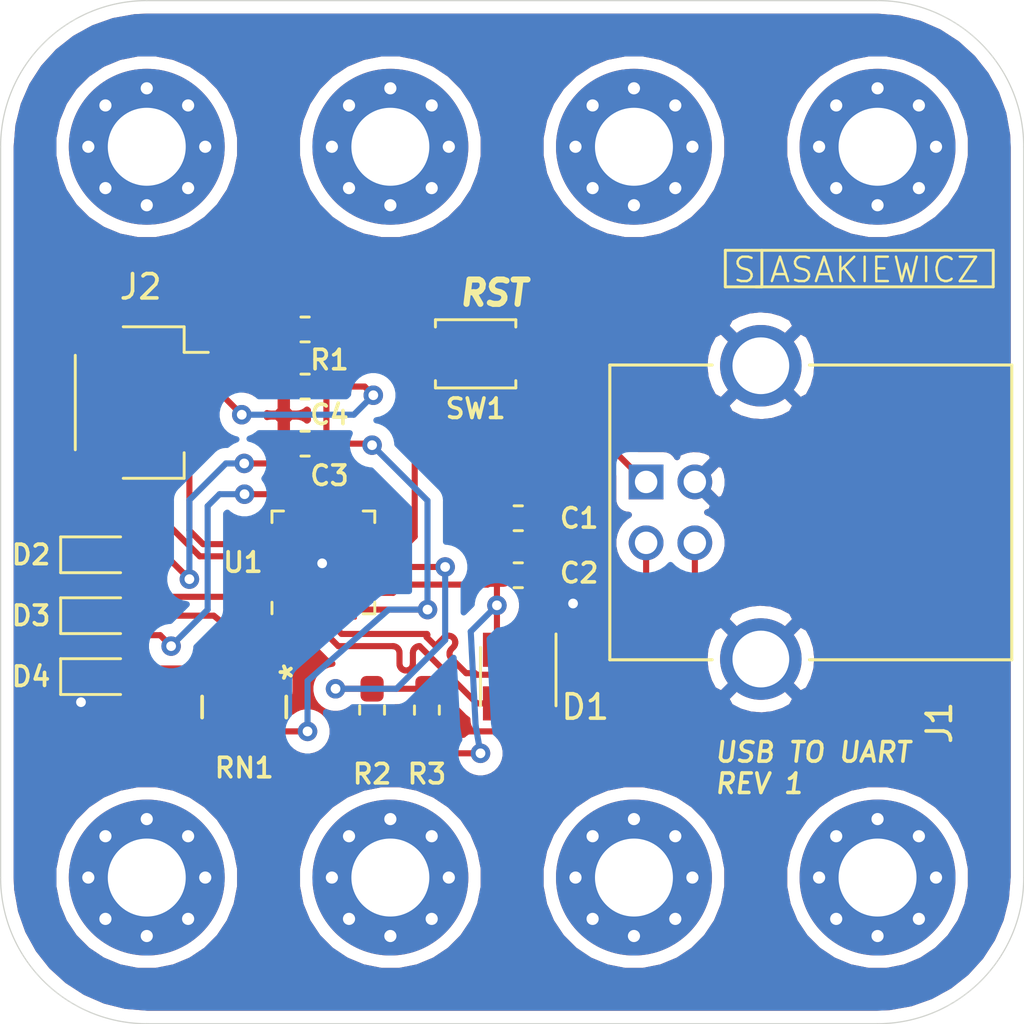
<source format=kicad_pcb>
(kicad_pcb (version 20171130) (host pcbnew 5.1.6)

  (general
    (thickness 1.6)
    (drawings 18)
    (tracks 326)
    (zones 0)
    (modules 24)
    (nets 16)
  )

  (page A4)
  (layers
    (0 F.Cu signal)
    (31 B.Cu signal)
    (32 B.Adhes user)
    (33 F.Adhes user)
    (34 B.Paste user)
    (35 F.Paste user)
    (36 B.SilkS user)
    (37 F.SilkS user)
    (38 B.Mask user)
    (39 F.Mask user)
    (40 Dwgs.User user)
    (41 Cmts.User user)
    (42 Eco1.User user)
    (43 Eco2.User user)
    (44 Edge.Cuts user)
    (45 Margin user)
    (46 B.CrtYd user)
    (47 F.CrtYd user)
    (48 B.Fab user)
    (49 F.Fab user)
  )

  (setup
    (last_trace_width 0.25)
    (trace_clearance 0.2)
    (zone_clearance 0.508)
    (zone_45_only no)
    (trace_min 0.2)
    (via_size 0.8)
    (via_drill 0.4)
    (via_min_size 0.4)
    (via_min_drill 0.3)
    (uvia_size 0.3)
    (uvia_drill 0.1)
    (uvias_allowed no)
    (uvia_min_size 0.2)
    (uvia_min_drill 0.1)
    (edge_width 0.05)
    (segment_width 0.2)
    (pcb_text_width 0.3)
    (pcb_text_size 1.5 1.5)
    (mod_edge_width 0.12)
    (mod_text_size 1 1)
    (mod_text_width 0.15)
    (pad_size 3.346 3.346)
    (pad_drill 2.33)
    (pad_to_mask_clearance 0.05)
    (aux_axis_origin 120.25 50.5)
    (grid_origin 118 40)
    (visible_elements FFFFFF7F)
    (pcbplotparams
      (layerselection 0x010fc_ffffffff)
      (usegerberextensions false)
      (usegerberattributes true)
      (usegerberadvancedattributes true)
      (creategerberjobfile true)
      (excludeedgelayer true)
      (linewidth 0.100000)
      (plotframeref false)
      (viasonmask false)
      (mode 1)
      (useauxorigin false)
      (hpglpennumber 1)
      (hpglpenspeed 20)
      (hpglpendiameter 15.000000)
      (psnegative false)
      (psa4output false)
      (plotreference true)
      (plotvalue true)
      (plotinvisibletext false)
      (padsonsilk false)
      (subtractmaskfromsilk false)
      (outputformat 1)
      (mirror false)
      (drillshape 0)
      (scaleselection 1)
      (outputdirectory "output/"))
  )

  (net 0 "")
  (net 1 GND)
  (net 2 "Net-(C3-Pad1)")
  (net 3 "Net-(D1-Pad4)")
  (net 4 "Net-(D1-Pad3)")
  (net 5 "Net-(D2-Pad2)")
  (net 6 "Net-(D2-Pad1)")
  (net 7 "Net-(D3-Pad2)")
  (net 8 "Net-(D3-Pad1)")
  (net 9 "Net-(D4-Pad2)")
  (net 10 "Net-(J2-Pad4)")
  (net 11 "Net-(J2-Pad3)")
  (net 12 "Net-(R1-Pad2)")
  (net 13 "Net-(R2-Pad2)")
  (net 14 +5V)
  (net 15 "Net-(J1-Pad1)")

  (net_class Default "This is the default net class."
    (clearance 0.2)
    (trace_width 0.25)
    (via_dia 0.8)
    (via_drill 0.4)
    (uvia_dia 0.3)
    (uvia_drill 0.1)
    (add_net +5V)
    (add_net GND)
    (add_net "Net-(C3-Pad1)")
    (add_net "Net-(D1-Pad3)")
    (add_net "Net-(D1-Pad4)")
    (add_net "Net-(D2-Pad1)")
    (add_net "Net-(D2-Pad2)")
    (add_net "Net-(D3-Pad1)")
    (add_net "Net-(D3-Pad2)")
    (add_net "Net-(D4-Pad2)")
    (add_net "Net-(J1-Pad1)")
    (add_net "Net-(J2-Pad3)")
    (add_net "Net-(J2-Pad4)")
    (add_net "Net-(R1-Pad2)")
    (add_net "Net-(R2-Pad2)")
  )

  (module 3d:OST_USB-B1HSB6 (layer F.Cu) (tedit 615A16C7) (tstamp 601FEE12)
    (at 149.2088 60.0098 90)
    (path /600F0CC5)
    (fp_text reference J1 (at -8.638335 7.327875 270) (layer F.SilkS)
      (effects (font (size 1.000386 1.000386) (thickness 0.15)))
    )
    (fp_text value USB_B (at 8.72573 1.61198 270) (layer F.Fab)
      (effects (font (size 1.001228 1.001228) (thickness 0.15)))
    )
    (fp_line (start -8 -6.5) (end 8 -6.5) (layer F.CrtYd) (width 0.05))
    (fp_line (start 8 -6.5) (end 8 10.5) (layer F.CrtYd) (width 0.05))
    (fp_line (start 8 10.5) (end -8 10.5) (layer F.CrtYd) (width 0.05))
    (fp_line (start -8 10.5) (end -8 -6.5) (layer F.CrtYd) (width 0.05))
    (fp_line (start -6.05 -6.2) (end 6.05 -6.2) (layer F.SilkS) (width 0.127))
    (fp_line (start 6.05 -6.2) (end 6.05 -2) (layer F.SilkS) (width 0.127))
    (fp_line (start 6.05 2) (end 6.05 10.3) (layer F.SilkS) (width 0.127))
    (fp_line (start 6.05 10.3) (end -6.05 10.3) (layer F.SilkS) (width 0.127))
    (fp_line (start -6.05 10.3) (end -6.05 2) (layer F.SilkS) (width 0.127))
    (fp_line (start -6.05 -2) (end -6.05 -6.2) (layer F.SilkS) (width 0.127))
    (pad P2 thru_hole circle (at 6.02 0 90) (size 3.346 3.346) (drill 2.33) (layers *.Cu *.Mask)
      (net 1 GND))
    (pad P1 thru_hole circle (at -6.02 0 90) (size 3.346 3.346) (drill 2.33) (layers *.Cu *.Mask)
      (net 1 GND))
    (pad 4 thru_hole circle (at 1.25 -2.71 90) (size 1.428 1.428) (drill 0.92) (layers *.Cu *.Mask)
      (net 1 GND))
    (pad 3 thru_hole circle (at -1.25 -2.71 90) (size 1.428 1.428) (drill 0.92) (layers *.Cu *.Mask)
      (net 4 "Net-(D1-Pad3)"))
    (pad 2 thru_hole circle (at -1.25 -4.71 90) (size 1.428 1.428) (drill 0.92) (layers *.Cu *.Mask)
      (net 3 "Net-(D1-Pad4)"))
    (pad 1 thru_hole rect (at 1.25 -4.71 90) (size 1.428 1.428) (drill 0.92) (layers *.Cu *.Mask)
      (net 15 "Net-(J1-Pad1)"))
    (model ${KIPRJMOD}/3d/USB-B1HSB6.step
      (offset (xyz 0 -2 0))
      (scale (xyz 1 1 1))
      (rotate (xyz -90 0 0))
    )
  )

  (module Capacitor_SMD:C_0603_1608Metric_Pad1.05x0.95mm_HandSolder (layer F.Cu) (tedit 5B301BBE) (tstamp 602E773F)
    (at 139.25 60.25)
    (descr "Capacitor SMD 0603 (1608 Metric), square (rectangular) end terminal, IPC_7351 nominal with elongated pad for handsoldering. (Body size source: http://www.tortai-tech.com/upload/download/2011102023233369053.pdf), generated with kicad-footprint-generator")
    (tags "capacitor handsolder")
    (path /600CF39A)
    (attr smd)
    (fp_text reference C1 (at 2.5 0) (layer F.SilkS)
      (effects (font (size 0.8 0.8) (thickness 0.15)))
    )
    (fp_text value "4.7 uF" (at 0 1.43) (layer F.Fab)
      (effects (font (size 1 1) (thickness 0.15)))
    )
    (fp_text user %R (at 0 0) (layer F.Fab)
      (effects (font (size 0.4 0.4) (thickness 0.06)))
    )
    (fp_line (start -0.8 0.4) (end -0.8 -0.4) (layer F.Fab) (width 0.1))
    (fp_line (start -0.8 -0.4) (end 0.8 -0.4) (layer F.Fab) (width 0.1))
    (fp_line (start 0.8 -0.4) (end 0.8 0.4) (layer F.Fab) (width 0.1))
    (fp_line (start 0.8 0.4) (end -0.8 0.4) (layer F.Fab) (width 0.1))
    (fp_line (start -0.171267 -0.51) (end 0.171267 -0.51) (layer F.SilkS) (width 0.12))
    (fp_line (start -0.171267 0.51) (end 0.171267 0.51) (layer F.SilkS) (width 0.12))
    (fp_line (start -1.65 0.73) (end -1.65 -0.73) (layer F.CrtYd) (width 0.05))
    (fp_line (start -1.65 -0.73) (end 1.65 -0.73) (layer F.CrtYd) (width 0.05))
    (fp_line (start 1.65 -0.73) (end 1.65 0.73) (layer F.CrtYd) (width 0.05))
    (fp_line (start 1.65 0.73) (end -1.65 0.73) (layer F.CrtYd) (width 0.05))
    (pad 2 smd roundrect (at 0.875 0) (size 1.05 0.95) (layers F.Cu F.Paste F.Mask) (roundrect_rratio 0.25)
      (net 1 GND))
    (pad 1 smd roundrect (at -0.875 0) (size 1.05 0.95) (layers F.Cu F.Paste F.Mask) (roundrect_rratio 0.25)
      (net 14 +5V))
    (model ${KISYS3DMOD}/Capacitor_SMD.3dshapes/C_0603_1608Metric.wrl
      (at (xyz 0 0 0))
      (scale (xyz 1 1 1))
      (rotate (xyz 0 0 0))
    )
  )

  (module Capacitor_SMD:C_0603_1608Metric_Pad1.05x0.95mm_HandSolder (layer F.Cu) (tedit 5B301BBE) (tstamp 601F4593)
    (at 139.25 62.59)
    (descr "Capacitor SMD 0603 (1608 Metric), square (rectangular) end terminal, IPC_7351 nominal with elongated pad for handsoldering. (Body size source: http://www.tortai-tech.com/upload/download/2011102023233369053.pdf), generated with kicad-footprint-generator")
    (tags "capacitor handsolder")
    (path /600CFFCD)
    (attr smd)
    (fp_text reference C2 (at 2.5 -0.09) (layer F.SilkS)
      (effects (font (size 0.8 0.8) (thickness 0.15)))
    )
    (fp_text value "0.1 uF" (at 0 1.43) (layer F.Fab)
      (effects (font (size 1 1) (thickness 0.15)))
    )
    (fp_text user %R (at 0 0) (layer F.Fab)
      (effects (font (size 0.4 0.4) (thickness 0.06)))
    )
    (fp_line (start -0.8 0.4) (end -0.8 -0.4) (layer F.Fab) (width 0.1))
    (fp_line (start -0.8 -0.4) (end 0.8 -0.4) (layer F.Fab) (width 0.1))
    (fp_line (start 0.8 -0.4) (end 0.8 0.4) (layer F.Fab) (width 0.1))
    (fp_line (start 0.8 0.4) (end -0.8 0.4) (layer F.Fab) (width 0.1))
    (fp_line (start -0.171267 -0.51) (end 0.171267 -0.51) (layer F.SilkS) (width 0.12))
    (fp_line (start -0.171267 0.51) (end 0.171267 0.51) (layer F.SilkS) (width 0.12))
    (fp_line (start -1.65 0.73) (end -1.65 -0.73) (layer F.CrtYd) (width 0.05))
    (fp_line (start -1.65 -0.73) (end 1.65 -0.73) (layer F.CrtYd) (width 0.05))
    (fp_line (start 1.65 -0.73) (end 1.65 0.73) (layer F.CrtYd) (width 0.05))
    (fp_line (start 1.65 0.73) (end -1.65 0.73) (layer F.CrtYd) (width 0.05))
    (pad 2 smd roundrect (at 0.875 0) (size 1.05 0.95) (layers F.Cu F.Paste F.Mask) (roundrect_rratio 0.25)
      (net 1 GND))
    (pad 1 smd roundrect (at -0.875 0) (size 1.05 0.95) (layers F.Cu F.Paste F.Mask) (roundrect_rratio 0.25)
      (net 14 +5V))
    (model ${KISYS3DMOD}/Capacitor_SMD.3dshapes/C_0603_1608Metric.wrl
      (at (xyz 0 0 0))
      (scale (xyz 1 1 1))
      (rotate (xyz 0 0 0))
    )
  )

  (module Capacitor_SMD:C_0603_1608Metric_Pad1.05x0.95mm_HandSolder (layer F.Cu) (tedit 5B301BBE) (tstamp 601F45A4)
    (at 130.5 57.1875 180)
    (descr "Capacitor SMD 0603 (1608 Metric), square (rectangular) end terminal, IPC_7351 nominal with elongated pad for handsoldering. (Body size source: http://www.tortai-tech.com/upload/download/2011102023233369053.pdf), generated with kicad-footprint-generator")
    (tags "capacitor handsolder")
    (path /600EE26D)
    (attr smd)
    (fp_text reference C3 (at -1 -1.3125) (layer F.SilkS)
      (effects (font (size 0.8 0.8) (thickness 0.15)))
    )
    (fp_text value "4.7 uF" (at 0 1.43) (layer F.Fab)
      (effects (font (size 1 1) (thickness 0.15)))
    )
    (fp_text user %R (at -0.335001 0) (layer F.Fab)
      (effects (font (size 0.4 0.4) (thickness 0.06)))
    )
    (fp_line (start -0.8 0.4) (end -0.8 -0.4) (layer F.Fab) (width 0.1))
    (fp_line (start -0.8 -0.4) (end 0.8 -0.4) (layer F.Fab) (width 0.1))
    (fp_line (start 0.8 -0.4) (end 0.8 0.4) (layer F.Fab) (width 0.1))
    (fp_line (start 0.8 0.4) (end -0.8 0.4) (layer F.Fab) (width 0.1))
    (fp_line (start -0.171267 -0.51) (end 0.171267 -0.51) (layer F.SilkS) (width 0.12))
    (fp_line (start -0.171267 0.51) (end 0.171267 0.51) (layer F.SilkS) (width 0.12))
    (fp_line (start -1.65 0.73) (end -1.65 -0.73) (layer F.CrtYd) (width 0.05))
    (fp_line (start -1.65 -0.73) (end 1.65 -0.73) (layer F.CrtYd) (width 0.05))
    (fp_line (start 1.65 -0.73) (end 1.65 0.73) (layer F.CrtYd) (width 0.05))
    (fp_line (start 1.65 0.73) (end -1.65 0.73) (layer F.CrtYd) (width 0.05))
    (pad 2 smd roundrect (at 0.875 0 180) (size 1.05 0.95) (layers F.Cu F.Paste F.Mask) (roundrect_rratio 0.25)
      (net 1 GND))
    (pad 1 smd roundrect (at -0.875 0 180) (size 1.05 0.95) (layers F.Cu F.Paste F.Mask) (roundrect_rratio 0.25)
      (net 2 "Net-(C3-Pad1)"))
    (model ${KISYS3DMOD}/Capacitor_SMD.3dshapes/C_0603_1608Metric.wrl
      (at (xyz 0 0 0))
      (scale (xyz 1 1 1))
      (rotate (xyz 0 0 0))
    )
  )

  (module Capacitor_SMD:C_0603_1608Metric_Pad1.05x0.95mm_HandSolder (layer F.Cu) (tedit 5B301BBE) (tstamp 601FEF99)
    (at 130.5 54.84375 180)
    (descr "Capacitor SMD 0603 (1608 Metric), square (rectangular) end terminal, IPC_7351 nominal with elongated pad for handsoldering. (Body size source: http://www.tortai-tech.com/upload/download/2011102023233369053.pdf), generated with kicad-footprint-generator")
    (tags "capacitor handsolder")
    (path /600EE273)
    (attr smd)
    (fp_text reference C4 (at -1 -1.15625) (layer F.SilkS)
      (effects (font (size 0.8 0.8) (thickness 0.15)))
    )
    (fp_text value "0.1 uF" (at 0 1.43) (layer F.Fab)
      (effects (font (size 1 1) (thickness 0.15)))
    )
    (fp_text user %R (at 0 0) (layer F.Fab)
      (effects (font (size 0.4 0.4) (thickness 0.06)))
    )
    (fp_line (start -0.8 0.4) (end -0.8 -0.4) (layer F.Fab) (width 0.1))
    (fp_line (start -0.8 -0.4) (end 0.8 -0.4) (layer F.Fab) (width 0.1))
    (fp_line (start 0.8 -0.4) (end 0.8 0.4) (layer F.Fab) (width 0.1))
    (fp_line (start 0.8 0.4) (end -0.8 0.4) (layer F.Fab) (width 0.1))
    (fp_line (start -0.171267 -0.51) (end 0.171267 -0.51) (layer F.SilkS) (width 0.12))
    (fp_line (start -0.171267 0.51) (end 0.171267 0.51) (layer F.SilkS) (width 0.12))
    (fp_line (start -1.65 0.73) (end -1.65 -0.73) (layer F.CrtYd) (width 0.05))
    (fp_line (start -1.65 -0.73) (end 1.65 -0.73) (layer F.CrtYd) (width 0.05))
    (fp_line (start 1.65 -0.73) (end 1.65 0.73) (layer F.CrtYd) (width 0.05))
    (fp_line (start 1.65 0.73) (end -1.65 0.73) (layer F.CrtYd) (width 0.05))
    (pad 2 smd roundrect (at 0.875 0 180) (size 1.05 0.95) (layers F.Cu F.Paste F.Mask) (roundrect_rratio 0.25)
      (net 1 GND))
    (pad 1 smd roundrect (at -0.875 0 180) (size 1.05 0.95) (layers F.Cu F.Paste F.Mask) (roundrect_rratio 0.25)
      (net 2 "Net-(C3-Pad1)"))
    (model ${KISYS3DMOD}/Capacitor_SMD.3dshapes/C_0603_1608Metric.wrl
      (at (xyz 0 0 0))
      (scale (xyz 1 1 1))
      (rotate (xyz 0 0 0))
    )
  )

  (module Package_TO_SOT_SMD:SOT-143 (layer F.Cu) (tedit 5A02FF57) (tstamp 601F45C9)
    (at 139.25 66.75 270)
    (descr SOT-143)
    (tags SOT-143)
    (path /601432F1)
    (attr smd)
    (fp_text reference D1 (at 1.25 -2.75 180) (layer F.SilkS)
      (effects (font (size 1 1) (thickness 0.15)))
    )
    (fp_text value SP0503BAHT (at -0.28 2.48 90) (layer F.Fab)
      (effects (font (size 1 1) (thickness 0.15)))
    )
    (fp_text user %R (at 0 0) (layer F.Fab)
      (effects (font (size 0.5 0.5) (thickness 0.075)))
    )
    (fp_line (start -1.2 1.55) (end 1.2 1.55) (layer F.SilkS) (width 0.12))
    (fp_line (start 1.2 -1.55) (end -1.75 -1.55) (layer F.SilkS) (width 0.12))
    (fp_line (start -1.2 -1) (end -0.7 -1.5) (layer F.Fab) (width 0.1))
    (fp_line (start -0.7 -1.5) (end 1.2 -1.5) (layer F.Fab) (width 0.1))
    (fp_line (start -1.2 1.5) (end -1.2 -1) (layer F.Fab) (width 0.1))
    (fp_line (start 1.2 1.5) (end -1.2 1.5) (layer F.Fab) (width 0.1))
    (fp_line (start 1.2 -1.5) (end 1.2 1.5) (layer F.Fab) (width 0.1))
    (fp_line (start 2.05 -1.75) (end 2.05 1.75) (layer F.CrtYd) (width 0.05))
    (fp_line (start 2.05 -1.75) (end -2.05 -1.75) (layer F.CrtYd) (width 0.05))
    (fp_line (start -2.05 1.75) (end 2.05 1.75) (layer F.CrtYd) (width 0.05))
    (fp_line (start -2.05 1.75) (end -2.05 -1.75) (layer F.CrtYd) (width 0.05))
    (pad 4 smd rect (at 1.1 -0.95 180) (size 1 1.4) (layers F.Cu F.Paste F.Mask)
      (net 3 "Net-(D1-Pad4)"))
    (pad 3 smd rect (at 1.1 0.95 180) (size 1 1.4) (layers F.Cu F.Paste F.Mask)
      (net 4 "Net-(D1-Pad3)"))
    (pad 2 smd rect (at -1.1 0.95 180) (size 1 1.4) (layers F.Cu F.Paste F.Mask)
      (net 14 +5V))
    (pad 1 smd rect (at -1.1 -0.77 180) (size 1.2 1.4) (layers F.Cu F.Paste F.Mask)
      (net 1 GND))
    (model ${KISYS3DMOD}/Package_TO_SOT_SMD.3dshapes/SOT-143.wrl
      (at (xyz 0 0 0))
      (scale (xyz 1 1 1))
      (rotate (xyz 0 0 0))
    )
  )

  (module LED_SMD:LED_0603_1608Metric_Pad1.05x0.95mm_HandSolder (layer F.Cu) (tedit 5B4B45C9) (tstamp 601F45DC)
    (at 122.125 61.75)
    (descr "LED SMD 0603 (1608 Metric), square (rectangular) end terminal, IPC_7351 nominal, (Body size source: http://www.tortai-tech.com/upload/download/2011102023233369053.pdf), generated with kicad-footprint-generator")
    (tags "LED handsolder")
    (path /6010AD8D)
    (attr smd)
    (fp_text reference D2 (at -2.875 0) (layer F.SilkS)
      (effects (font (size 0.8 0.8) (thickness 0.15)))
    )
    (fp_text value LED (at 0 1.43) (layer F.Fab)
      (effects (font (size 1 1) (thickness 0.15)))
    )
    (fp_text user %R (at 0 0) (layer F.Fab)
      (effects (font (size 0.4 0.4) (thickness 0.06)))
    )
    (fp_line (start 0.8 -0.4) (end -0.5 -0.4) (layer F.Fab) (width 0.1))
    (fp_line (start -0.5 -0.4) (end -0.8 -0.1) (layer F.Fab) (width 0.1))
    (fp_line (start -0.8 -0.1) (end -0.8 0.4) (layer F.Fab) (width 0.1))
    (fp_line (start -0.8 0.4) (end 0.8 0.4) (layer F.Fab) (width 0.1))
    (fp_line (start 0.8 0.4) (end 0.8 -0.4) (layer F.Fab) (width 0.1))
    (fp_line (start 0.8 -0.735) (end -1.66 -0.735) (layer F.SilkS) (width 0.12))
    (fp_line (start -1.66 -0.735) (end -1.66 0.735) (layer F.SilkS) (width 0.12))
    (fp_line (start -1.66 0.735) (end 0.8 0.735) (layer F.SilkS) (width 0.12))
    (fp_line (start -1.65 0.73) (end -1.65 -0.73) (layer F.CrtYd) (width 0.05))
    (fp_line (start -1.65 -0.73) (end 1.65 -0.73) (layer F.CrtYd) (width 0.05))
    (fp_line (start 1.65 -0.73) (end 1.65 0.73) (layer F.CrtYd) (width 0.05))
    (fp_line (start 1.65 0.73) (end -1.65 0.73) (layer F.CrtYd) (width 0.05))
    (pad 2 smd roundrect (at 0.875 0) (size 1.05 0.95) (layers F.Cu F.Paste F.Mask) (roundrect_rratio 0.25)
      (net 5 "Net-(D2-Pad2)"))
    (pad 1 smd roundrect (at -0.875 0) (size 1.05 0.95) (layers F.Cu F.Paste F.Mask) (roundrect_rratio 0.25)
      (net 6 "Net-(D2-Pad1)"))
    (model ${KISYS3DMOD}/LED_SMD.3dshapes/LED_0603_1608Metric.wrl
      (at (xyz 0 0 0))
      (scale (xyz 1 1 1))
      (rotate (xyz 0 0 0))
    )
  )

  (module LED_SMD:LED_0603_1608Metric_Pad1.05x0.95mm_HandSolder (layer F.Cu) (tedit 5B4B45C9) (tstamp 601F45EF)
    (at 122.125 64.25)
    (descr "LED SMD 0603 (1608 Metric), square (rectangular) end terminal, IPC_7351 nominal, (Body size source: http://www.tortai-tech.com/upload/download/2011102023233369053.pdf), generated with kicad-footprint-generator")
    (tags "LED handsolder")
    (path /601086E5)
    (attr smd)
    (fp_text reference D3 (at -2.875 0) (layer F.SilkS)
      (effects (font (size 0.8 0.8) (thickness 0.15)))
    )
    (fp_text value LED (at 0 1.43) (layer F.Fab)
      (effects (font (size 1 1) (thickness 0.15)))
    )
    (fp_text user %R (at 0 0) (layer F.Fab)
      (effects (font (size 0.4 0.4) (thickness 0.06)))
    )
    (fp_line (start 0.8 -0.4) (end -0.5 -0.4) (layer F.Fab) (width 0.1))
    (fp_line (start -0.5 -0.4) (end -0.8 -0.1) (layer F.Fab) (width 0.1))
    (fp_line (start -0.8 -0.1) (end -0.8 0.4) (layer F.Fab) (width 0.1))
    (fp_line (start -0.8 0.4) (end 0.8 0.4) (layer F.Fab) (width 0.1))
    (fp_line (start 0.8 0.4) (end 0.8 -0.4) (layer F.Fab) (width 0.1))
    (fp_line (start 0.8 -0.735) (end -1.66 -0.735) (layer F.SilkS) (width 0.12))
    (fp_line (start -1.66 -0.735) (end -1.66 0.735) (layer F.SilkS) (width 0.12))
    (fp_line (start -1.66 0.735) (end 0.8 0.735) (layer F.SilkS) (width 0.12))
    (fp_line (start -1.65 0.73) (end -1.65 -0.73) (layer F.CrtYd) (width 0.05))
    (fp_line (start -1.65 -0.73) (end 1.65 -0.73) (layer F.CrtYd) (width 0.05))
    (fp_line (start 1.65 -0.73) (end 1.65 0.73) (layer F.CrtYd) (width 0.05))
    (fp_line (start 1.65 0.73) (end -1.65 0.73) (layer F.CrtYd) (width 0.05))
    (pad 2 smd roundrect (at 0.875 0) (size 1.05 0.95) (layers F.Cu F.Paste F.Mask) (roundrect_rratio 0.25)
      (net 7 "Net-(D3-Pad2)"))
    (pad 1 smd roundrect (at -0.875 0) (size 1.05 0.95) (layers F.Cu F.Paste F.Mask) (roundrect_rratio 0.25)
      (net 8 "Net-(D3-Pad1)"))
    (model ${KISYS3DMOD}/LED_SMD.3dshapes/LED_0603_1608Metric.wrl
      (at (xyz 0 0 0))
      (scale (xyz 1 1 1))
      (rotate (xyz 0 0 0))
    )
  )

  (module Connector_JST:JST_SH_SM04B-SRSS-TB_1x04-1MP_P1.00mm_Horizontal (layer F.Cu) (tedit 5B78AD87) (tstamp 60500212)
    (at 123.75 55.5 270)
    (descr "JST SH series connector, SM04B-SRSS-TB (http://www.jst-mfg.com/product/pdf/eng/eSH.pdf), generated with kicad-footprint-generator")
    (tags "connector JST SH top entry")
    (path /60123169)
    (attr smd)
    (fp_text reference J2 (at -4.75 0 180) (layer F.SilkS)
      (effects (font (size 1 1) (thickness 0.15)))
    )
    (fp_text value Conn_01x04_Female (at 0 3.98 90) (layer F.Fab)
      (effects (font (size 1 1) (thickness 0.15)))
    )
    (fp_text user %R (at 0 0 90) (layer F.Fab)
      (effects (font (size 1 1) (thickness 0.15)))
    )
    (fp_line (start -3 -1.675) (end 3 -1.675) (layer F.Fab) (width 0.1))
    (fp_line (start -3.11 0.715) (end -3.11 -1.785) (layer F.SilkS) (width 0.12))
    (fp_line (start -3.11 -1.785) (end -2.06 -1.785) (layer F.SilkS) (width 0.12))
    (fp_line (start -2.06 -1.785) (end -2.06 -2.775) (layer F.SilkS) (width 0.12))
    (fp_line (start 3.11 0.715) (end 3.11 -1.785) (layer F.SilkS) (width 0.12))
    (fp_line (start 3.11 -1.785) (end 2.06 -1.785) (layer F.SilkS) (width 0.12))
    (fp_line (start -1.94 2.685) (end 1.94 2.685) (layer F.SilkS) (width 0.12))
    (fp_line (start -3 2.575) (end 3 2.575) (layer F.Fab) (width 0.1))
    (fp_line (start -3 -1.675) (end -3 2.575) (layer F.Fab) (width 0.1))
    (fp_line (start 3 -1.675) (end 3 2.575) (layer F.Fab) (width 0.1))
    (fp_line (start -3.9 -3.28) (end -3.9 3.28) (layer F.CrtYd) (width 0.05))
    (fp_line (start -3.9 3.28) (end 3.9 3.28) (layer F.CrtYd) (width 0.05))
    (fp_line (start 3.9 3.28) (end 3.9 -3.28) (layer F.CrtYd) (width 0.05))
    (fp_line (start 3.9 -3.28) (end -3.9 -3.28) (layer F.CrtYd) (width 0.05))
    (fp_line (start -2 -1.675) (end -1.5 -0.967893) (layer F.Fab) (width 0.1))
    (fp_line (start -1.5 -0.967893) (end -1 -1.675) (layer F.Fab) (width 0.1))
    (pad MP smd roundrect (at 2.8 1.875 270) (size 1.2 1.8) (layers F.Cu F.Paste F.Mask) (roundrect_rratio 0.208333))
    (pad MP smd roundrect (at -2.8 1.875 270) (size 1.2 1.8) (layers F.Cu F.Paste F.Mask) (roundrect_rratio 0.208333))
    (pad 4 smd roundrect (at 1.5 -2 270) (size 0.6 1.55) (layers F.Cu F.Paste F.Mask) (roundrect_rratio 0.25)
      (net 10 "Net-(J2-Pad4)"))
    (pad 3 smd roundrect (at 0.5 -2 270) (size 0.6 1.55) (layers F.Cu F.Paste F.Mask) (roundrect_rratio 0.25)
      (net 11 "Net-(J2-Pad3)"))
    (pad 2 smd roundrect (at -0.5 -2 270) (size 0.6 1.55) (layers F.Cu F.Paste F.Mask) (roundrect_rratio 0.25)
      (net 2 "Net-(C3-Pad1)"))
    (pad 1 smd roundrect (at -1.5 -2 270) (size 0.6 1.55) (layers F.Cu F.Paste F.Mask) (roundrect_rratio 0.25)
      (net 1 GND))
    (model ${KISYS3DMOD}/Connector_JST.3dshapes/JST_SH_SM04B-SRSS-TB_1x04-1MP_P1.00mm_Horizontal.wrl
      (at (xyz 0 0 0))
      (scale (xyz 1 1 1))
      (rotate (xyz 0 0 0))
    )
    (model ${KIPRJMOD}/3d/SM04B-SRSS-TB.STEP
      (offset (xyz 0 1.5 0))
      (scale (xyz 1 1 1))
      (rotate (xyz -90 0 0))
    )
  )

  (module Resistor_SMD:R_0603_1608Metric_Pad1.05x0.95mm_HandSolder (layer F.Cu) (tedit 5B301BBD) (tstamp 601FD351)
    (at 130.5 52.5 180)
    (descr "Resistor SMD 0603 (1608 Metric), square (rectangular) end terminal, IPC_7351 nominal with elongated pad for handsoldering. (Body size source: http://www.tortai-tech.com/upload/download/2011102023233369053.pdf), generated with kicad-footprint-generator")
    (tags "resistor handsolder")
    (path /600CDD2A)
    (attr smd)
    (fp_text reference R1 (at -1 -1.25) (layer F.SilkS)
      (effects (font (size 0.8 0.8) (thickness 0.15)))
    )
    (fp_text value 1k (at 0 1.43) (layer F.Fab)
      (effects (font (size 1 1) (thickness 0.15)))
    )
    (fp_text user %R (at 0 0) (layer F.Fab)
      (effects (font (size 0.4 0.4) (thickness 0.06)))
    )
    (fp_line (start -0.8 0.4) (end -0.8 -0.4) (layer F.Fab) (width 0.1))
    (fp_line (start -0.8 -0.4) (end 0.8 -0.4) (layer F.Fab) (width 0.1))
    (fp_line (start 0.8 -0.4) (end 0.8 0.4) (layer F.Fab) (width 0.1))
    (fp_line (start 0.8 0.4) (end -0.8 0.4) (layer F.Fab) (width 0.1))
    (fp_line (start -0.171267 -0.51) (end 0.171267 -0.51) (layer F.SilkS) (width 0.12))
    (fp_line (start -0.171267 0.51) (end 0.171267 0.51) (layer F.SilkS) (width 0.12))
    (fp_line (start -1.65 0.73) (end -1.65 -0.73) (layer F.CrtYd) (width 0.05))
    (fp_line (start -1.65 -0.73) (end 1.65 -0.73) (layer F.CrtYd) (width 0.05))
    (fp_line (start 1.65 -0.73) (end 1.65 0.73) (layer F.CrtYd) (width 0.05))
    (fp_line (start 1.65 0.73) (end -1.65 0.73) (layer F.CrtYd) (width 0.05))
    (pad 2 smd roundrect (at 0.875 0 180) (size 1.05 0.95) (layers F.Cu F.Paste F.Mask) (roundrect_rratio 0.25)
      (net 12 "Net-(R1-Pad2)"))
    (pad 1 smd roundrect (at -0.875 0 180) (size 1.05 0.95) (layers F.Cu F.Paste F.Mask) (roundrect_rratio 0.25)
      (net 2 "Net-(C3-Pad1)"))
    (model ${KISYS3DMOD}/Resistor_SMD.3dshapes/R_0603_1608Metric.wrl
      (at (xyz 0 0 0))
      (scale (xyz 1 1 1))
      (rotate (xyz 0 0 0))
    )
  )

  (module Resistor_SMD:R_0603_1608Metric_Pad1.05x0.95mm_HandSolder (layer F.Cu) (tedit 5B301BBD) (tstamp 601FEDD6)
    (at 135.5 68.125 270)
    (descr "Resistor SMD 0603 (1608 Metric), square (rectangular) end terminal, IPC_7351 nominal with elongated pad for handsoldering. (Body size source: http://www.tortai-tech.com/upload/download/2011102023233369053.pdf), generated with kicad-footprint-generator")
    (tags "resistor handsolder")
    (path /600F95D7)
    (attr smd)
    (fp_text reference R3 (at 2.625 0 180) (layer F.SilkS)
      (effects (font (size 0.8 0.8) (thickness 0.15)))
    )
    (fp_text value 47.5 (at 0 1.43 90) (layer F.Fab)
      (effects (font (size 1 1) (thickness 0.15)))
    )
    (fp_text user %R (at 0 0 90) (layer F.Fab)
      (effects (font (size 0.4 0.4) (thickness 0.06)))
    )
    (fp_line (start -0.8 0.4) (end -0.8 -0.4) (layer F.Fab) (width 0.1))
    (fp_line (start -0.8 -0.4) (end 0.8 -0.4) (layer F.Fab) (width 0.1))
    (fp_line (start 0.8 -0.4) (end 0.8 0.4) (layer F.Fab) (width 0.1))
    (fp_line (start 0.8 0.4) (end -0.8 0.4) (layer F.Fab) (width 0.1))
    (fp_line (start -0.171267 -0.51) (end 0.171267 -0.51) (layer F.SilkS) (width 0.12))
    (fp_line (start -0.171267 0.51) (end 0.171267 0.51) (layer F.SilkS) (width 0.12))
    (fp_line (start -1.65 0.73) (end -1.65 -0.73) (layer F.CrtYd) (width 0.05))
    (fp_line (start -1.65 -0.73) (end 1.65 -0.73) (layer F.CrtYd) (width 0.05))
    (fp_line (start 1.65 -0.73) (end 1.65 0.73) (layer F.CrtYd) (width 0.05))
    (fp_line (start 1.65 0.73) (end -1.65 0.73) (layer F.CrtYd) (width 0.05))
    (pad 2 smd roundrect (at 0.875 0 270) (size 1.05 0.95) (layers F.Cu F.Paste F.Mask) (roundrect_rratio 0.25)
      (net 1 GND))
    (pad 1 smd roundrect (at -0.875 0 270) (size 1.05 0.95) (layers F.Cu F.Paste F.Mask) (roundrect_rratio 0.25)
      (net 13 "Net-(R2-Pad2)"))
    (model ${KISYS3DMOD}/Resistor_SMD.3dshapes/R_0603_1608Metric.wrl
      (at (xyz 0 0 0))
      (scale (xyz 1 1 1))
      (rotate (xyz 0 0 0))
    )
  )

  (module Package_DFN_QFN:QFN-24-1EP_4x4mm_P0.5mm_EP2.6x2.6mm (layer F.Cu) (tedit 5DC5F6A3) (tstamp 601FDB9A)
    (at 131.25 62.0625 90)
    (descr "QFN, 24 Pin (http://ww1.microchip.com/downloads/en/PackagingSpec/00000049BQ.pdf#page=278), generated with kicad-footprint-generator ipc_noLead_generator.py")
    (tags "QFN NoLead")
    (path /600CC9A4)
    (attr smd)
    (fp_text reference U1 (at 0 -3.3 180) (layer F.SilkS)
      (effects (font (size 0.8 0.8) (thickness 0.15)))
    )
    (fp_text value CP2102N-A01-GQFN24 (at 0 3.3 90) (layer F.Fab)
      (effects (font (size 1 1) (thickness 0.15)))
    )
    (fp_text user %R (at 0 0 90) (layer F.Fab)
      (effects (font (size 1 1) (thickness 0.15)))
    )
    (fp_line (start 1.635 -2.11) (end 2.11 -2.11) (layer F.SilkS) (width 0.12))
    (fp_line (start 2.11 -2.11) (end 2.11 -1.635) (layer F.SilkS) (width 0.12))
    (fp_line (start -1.635 2.11) (end -2.11 2.11) (layer F.SilkS) (width 0.12))
    (fp_line (start -2.11 2.11) (end -2.11 1.635) (layer F.SilkS) (width 0.12))
    (fp_line (start 1.635 2.11) (end 2.11 2.11) (layer F.SilkS) (width 0.12))
    (fp_line (start 2.11 2.11) (end 2.11 1.635) (layer F.SilkS) (width 0.12))
    (fp_line (start -1.635 -2.11) (end -2.11 -2.11) (layer F.SilkS) (width 0.12))
    (fp_line (start -1 -2) (end 2 -2) (layer F.Fab) (width 0.1))
    (fp_line (start 2 -2) (end 2 2) (layer F.Fab) (width 0.1))
    (fp_line (start 2 2) (end -2 2) (layer F.Fab) (width 0.1))
    (fp_line (start -2 2) (end -2 -1) (layer F.Fab) (width 0.1))
    (fp_line (start -2 -1) (end -1 -2) (layer F.Fab) (width 0.1))
    (fp_line (start -2.6 -2.6) (end -2.6 2.6) (layer F.CrtYd) (width 0.05))
    (fp_line (start -2.6 2.6) (end 2.6 2.6) (layer F.CrtYd) (width 0.05))
    (fp_line (start 2.6 2.6) (end 2.6 -2.6) (layer F.CrtYd) (width 0.05))
    (fp_line (start 2.6 -2.6) (end -2.6 -2.6) (layer F.CrtYd) (width 0.05))
    (pad "" smd roundrect (at 0.65 0.65 90) (size 1.05 1.05) (layers F.Paste) (roundrect_rratio 0.238095))
    (pad "" smd roundrect (at 0.65 -0.65 90) (size 1.05 1.05) (layers F.Paste) (roundrect_rratio 0.238095))
    (pad "" smd roundrect (at -0.65 0.65 90) (size 1.05 1.05) (layers F.Paste) (roundrect_rratio 0.238095))
    (pad "" smd roundrect (at -0.65 -0.65 90) (size 1.05 1.05) (layers F.Paste) (roundrect_rratio 0.238095))
    (pad 25 smd rect (at 0 0 90) (size 2.6 2.6) (layers F.Cu F.Mask)
      (net 1 GND))
    (pad 24 smd roundrect (at -1.25 -1.9375 90) (size 0.25 0.825) (layers F.Cu F.Paste F.Mask) (roundrect_rratio 0.25))
    (pad 23 smd roundrect (at -0.75 -1.9375 90) (size 0.25 0.825) (layers F.Cu F.Paste F.Mask) (roundrect_rratio 0.25))
    (pad 22 smd roundrect (at -0.25 -1.9375 90) (size 0.25 0.825) (layers F.Cu F.Paste F.Mask) (roundrect_rratio 0.25))
    (pad 21 smd roundrect (at 0.25 -1.9375 90) (size 0.25 0.825) (layers F.Cu F.Paste F.Mask) (roundrect_rratio 0.25)
      (net 11 "Net-(J2-Pad3)"))
    (pad 20 smd roundrect (at 0.75 -1.9375 90) (size 0.25 0.825) (layers F.Cu F.Paste F.Mask) (roundrect_rratio 0.25)
      (net 10 "Net-(J2-Pad4)"))
    (pad 19 smd roundrect (at 1.25 -1.9375 90) (size 0.25 0.825) (layers F.Cu F.Paste F.Mask) (roundrect_rratio 0.25))
    (pad 18 smd roundrect (at 1.9375 -1.25 90) (size 0.825 0.25) (layers F.Cu F.Paste F.Mask) (roundrect_rratio 0.25))
    (pad 17 smd roundrect (at 1.9375 -0.75 90) (size 0.825 0.25) (layers F.Cu F.Paste F.Mask) (roundrect_rratio 0.25))
    (pad 16 smd roundrect (at 1.9375 -0.25 90) (size 0.825 0.25) (layers F.Cu F.Paste F.Mask) (roundrect_rratio 0.25))
    (pad 15 smd roundrect (at 1.9375 0.25 90) (size 0.825 0.25) (layers F.Cu F.Paste F.Mask) (roundrect_rratio 0.25))
    (pad 14 smd roundrect (at 1.9375 0.75 90) (size 0.825 0.25) (layers F.Cu F.Paste F.Mask) (roundrect_rratio 0.25)
      (net 8 "Net-(D3-Pad1)"))
    (pad 13 smd roundrect (at 1.9375 1.25 90) (size 0.825 0.25) (layers F.Cu F.Paste F.Mask) (roundrect_rratio 0.25)
      (net 6 "Net-(D2-Pad1)"))
    (pad 12 smd roundrect (at 1.25 1.9375 90) (size 0.25 0.825) (layers F.Cu F.Paste F.Mask) (roundrect_rratio 0.25))
    (pad 11 smd roundrect (at 0.75 1.9375 90) (size 0.25 0.825) (layers F.Cu F.Paste F.Mask) (roundrect_rratio 0.25))
    (pad 10 smd roundrect (at 0.25 1.9375 90) (size 0.25 0.825) (layers F.Cu F.Paste F.Mask) (roundrect_rratio 0.25))
    (pad 9 smd roundrect (at -0.25 1.9375 90) (size 0.25 0.825) (layers F.Cu F.Paste F.Mask) (roundrect_rratio 0.25)
      (net 12 "Net-(R1-Pad2)"))
    (pad 8 smd roundrect (at -0.75 1.9375 90) (size 0.25 0.825) (layers F.Cu F.Paste F.Mask) (roundrect_rratio 0.25)
      (net 13 "Net-(R2-Pad2)"))
    (pad 7 smd roundrect (at -1.25 1.9375 90) (size 0.25 0.825) (layers F.Cu F.Paste F.Mask) (roundrect_rratio 0.25)
      (net 14 +5V))
    (pad 6 smd roundrect (at -1.9375 1.25 90) (size 0.825 0.25) (layers F.Cu F.Paste F.Mask) (roundrect_rratio 0.25)
      (net 2 "Net-(C3-Pad1)"))
    (pad 5 smd roundrect (at -1.9375 0.75 90) (size 0.825 0.25) (layers F.Cu F.Paste F.Mask) (roundrect_rratio 0.25)
      (net 2 "Net-(C3-Pad1)"))
    (pad 4 smd roundrect (at -1.9375 0.25 90) (size 0.825 0.25) (layers F.Cu F.Paste F.Mask) (roundrect_rratio 0.25)
      (net 3 "Net-(D1-Pad4)"))
    (pad 3 smd roundrect (at -1.9375 -0.25 90) (size 0.825 0.25) (layers F.Cu F.Paste F.Mask) (roundrect_rratio 0.25)
      (net 4 "Net-(D1-Pad3)"))
    (pad 2 smd roundrect (at -1.9375 -0.75 90) (size 0.825 0.25) (layers F.Cu F.Paste F.Mask) (roundrect_rratio 0.25)
      (net 1 GND))
    (pad 1 smd roundrect (at -1.9375 -1.25 90) (size 0.825 0.25) (layers F.Cu F.Paste F.Mask) (roundrect_rratio 0.25))
    (model ${KISYS3DMOD}/Package_DFN_QFN.3dshapes/QFN-24-1EP_4x4mm_P0.5mm_EP2.6x2.6mm.wrl
      (at (xyz 0 0 0))
      (scale (xyz 1 1 1))
      (rotate (xyz 0 0 0))
    )
  )

  (module Button_Switch_SMD:SW_SPST_B3U-1000P (layer F.Cu) (tedit 5A02FC95) (tstamp 601F5465)
    (at 137.5 53.5 180)
    (descr "Ultra-small-sized Tactile Switch with High Contact Reliability, Top-actuated Model, without Ground Terminal, without Boss")
    (tags "Tactile Switch")
    (path /602099BB)
    (attr smd)
    (fp_text reference SW1 (at 0 -2.25) (layer F.SilkS)
      (effects (font (size 0.8 0.8) (thickness 0.15)))
    )
    (fp_text value SW_Push_Open (at 0 2.5) (layer F.Fab)
      (effects (font (size 1 1) (thickness 0.15)))
    )
    (fp_text user %R (at 0 -2.5) (layer F.Fab)
      (effects (font (size 1 1) (thickness 0.15)))
    )
    (fp_line (start -2.4 1.65) (end 2.4 1.65) (layer F.CrtYd) (width 0.05))
    (fp_line (start 2.4 1.65) (end 2.4 -1.65) (layer F.CrtYd) (width 0.05))
    (fp_line (start 2.4 -1.65) (end -2.4 -1.65) (layer F.CrtYd) (width 0.05))
    (fp_line (start -2.4 -1.65) (end -2.4 1.65) (layer F.CrtYd) (width 0.05))
    (fp_line (start -1.65 1.1) (end -1.65 1.4) (layer F.SilkS) (width 0.12))
    (fp_line (start -1.65 1.4) (end 1.65 1.4) (layer F.SilkS) (width 0.12))
    (fp_line (start 1.65 1.4) (end 1.65 1.1) (layer F.SilkS) (width 0.12))
    (fp_line (start -1.65 -1.1) (end -1.65 -1.4) (layer F.SilkS) (width 0.12))
    (fp_line (start -1.65 -1.4) (end 1.65 -1.4) (layer F.SilkS) (width 0.12))
    (fp_line (start 1.65 -1.4) (end 1.65 -1.1) (layer F.SilkS) (width 0.12))
    (fp_line (start -1.5 -1.25) (end 1.5 -1.25) (layer F.Fab) (width 0.1))
    (fp_line (start 1.5 -1.25) (end 1.5 1.25) (layer F.Fab) (width 0.1))
    (fp_line (start 1.5 1.25) (end -1.5 1.25) (layer F.Fab) (width 0.1))
    (fp_line (start -1.5 1.25) (end -1.5 -1.25) (layer F.Fab) (width 0.1))
    (fp_circle (center 0 0) (end 0.75 0) (layer F.Fab) (width 0.1))
    (pad 2 smd rect (at 1.7 0 180) (size 0.9 1.7) (layers F.Cu F.Paste F.Mask)
      (net 14 +5V))
    (pad 1 smd rect (at -1.7 0 180) (size 0.9 1.7) (layers F.Cu F.Paste F.Mask)
      (net 15 "Net-(J1-Pad1)"))
    (model ${KISYS3DMOD}/Button_Switch_SMD.3dshapes/SW_SPST_B3U-1000P.wrl
      (at (xyz 0 0 0))
      (scale (xyz 1 1 1))
      (rotate (xyz 0 0 0))
    )
  )

  (module LED_SMD:LED_0603_1608Metric_Pad1.05x0.95mm_HandSolder (layer F.Cu) (tedit 5B4B45C9) (tstamp 601F4602)
    (at 122.125 66.75)
    (descr "LED SMD 0603 (1608 Metric), square (rectangular) end terminal, IPC_7351 nominal, (Body size source: http://www.tortai-tech.com/upload/download/2011102023233369053.pdf), generated with kicad-footprint-generator")
    (tags "LED handsolder")
    (path /601124E7)
    (attr smd)
    (fp_text reference D4 (at -2.875 0) (layer F.SilkS)
      (effects (font (size 0.8 0.8) (thickness 0.15)))
    )
    (fp_text value LED (at 0 1.43) (layer F.Fab)
      (effects (font (size 1 1) (thickness 0.15)))
    )
    (fp_text user %R (at 0 0) (layer F.Fab)
      (effects (font (size 0.4 0.4) (thickness 0.06)))
    )
    (fp_line (start 0.8 -0.4) (end -0.5 -0.4) (layer F.Fab) (width 0.1))
    (fp_line (start -0.5 -0.4) (end -0.8 -0.1) (layer F.Fab) (width 0.1))
    (fp_line (start -0.8 -0.1) (end -0.8 0.4) (layer F.Fab) (width 0.1))
    (fp_line (start -0.8 0.4) (end 0.8 0.4) (layer F.Fab) (width 0.1))
    (fp_line (start 0.8 0.4) (end 0.8 -0.4) (layer F.Fab) (width 0.1))
    (fp_line (start 0.8 -0.735) (end -1.66 -0.735) (layer F.SilkS) (width 0.12))
    (fp_line (start -1.66 -0.735) (end -1.66 0.735) (layer F.SilkS) (width 0.12))
    (fp_line (start -1.66 0.735) (end 0.8 0.735) (layer F.SilkS) (width 0.12))
    (fp_line (start -1.65 0.73) (end -1.65 -0.73) (layer F.CrtYd) (width 0.05))
    (fp_line (start -1.65 -0.73) (end 1.65 -0.73) (layer F.CrtYd) (width 0.05))
    (fp_line (start 1.65 -0.73) (end 1.65 0.73) (layer F.CrtYd) (width 0.05))
    (fp_line (start 1.65 0.73) (end -1.65 0.73) (layer F.CrtYd) (width 0.05))
    (pad 2 smd roundrect (at 0.875 0) (size 1.05 0.95) (layers F.Cu F.Paste F.Mask) (roundrect_rratio 0.25)
      (net 9 "Net-(D4-Pad2)"))
    (pad 1 smd roundrect (at -0.875 0) (size 1.05 0.95) (layers F.Cu F.Paste F.Mask) (roundrect_rratio 0.25)
      (net 1 GND))
    (model ${KISYS3DMOD}/LED_SMD.3dshapes/LED_0603_1608Metric.wrl
      (at (xyz 0 0 0))
      (scale (xyz 1 1 1))
      (rotate (xyz 0 0 0))
    )
  )

  (module Resistor_SMD:R_0603_1608Metric_Pad1.05x0.95mm_HandSolder (layer F.Cu) (tedit 5B301BBD) (tstamp 601FEDA6)
    (at 133.25 68.125 90)
    (descr "Resistor SMD 0603 (1608 Metric), square (rectangular) end terminal, IPC_7351 nominal with elongated pad for handsoldering. (Body size source: http://www.tortai-tech.com/upload/download/2011102023233369053.pdf), generated with kicad-footprint-generator")
    (tags "resistor handsolder")
    (path /600F8998)
    (attr smd)
    (fp_text reference R2 (at -2.625 0 180) (layer F.SilkS)
      (effects (font (size 0.8 0.8) (thickness 0.15)))
    )
    (fp_text value 22.1 (at 0 1.43 90) (layer F.Fab)
      (effects (font (size 1 1) (thickness 0.15)))
    )
    (fp_text user %R (at 0 0 90) (layer F.Fab)
      (effects (font (size 0.4 0.4) (thickness 0.06)))
    )
    (fp_line (start -0.8 0.4) (end -0.8 -0.4) (layer F.Fab) (width 0.1))
    (fp_line (start -0.8 -0.4) (end 0.8 -0.4) (layer F.Fab) (width 0.1))
    (fp_line (start 0.8 -0.4) (end 0.8 0.4) (layer F.Fab) (width 0.1))
    (fp_line (start 0.8 0.4) (end -0.8 0.4) (layer F.Fab) (width 0.1))
    (fp_line (start -0.171267 -0.51) (end 0.171267 -0.51) (layer F.SilkS) (width 0.12))
    (fp_line (start -0.171267 0.51) (end 0.171267 0.51) (layer F.SilkS) (width 0.12))
    (fp_line (start -1.65 0.73) (end -1.65 -0.73) (layer F.CrtYd) (width 0.05))
    (fp_line (start -1.65 -0.73) (end 1.65 -0.73) (layer F.CrtYd) (width 0.05))
    (fp_line (start 1.65 -0.73) (end 1.65 0.73) (layer F.CrtYd) (width 0.05))
    (fp_line (start 1.65 0.73) (end -1.65 0.73) (layer F.CrtYd) (width 0.05))
    (pad 2 smd roundrect (at 0.875 0 90) (size 1.05 0.95) (layers F.Cu F.Paste F.Mask) (roundrect_rratio 0.25)
      (net 13 "Net-(R2-Pad2)"))
    (pad 1 smd roundrect (at -0.875 0 90) (size 1.05 0.95) (layers F.Cu F.Paste F.Mask) (roundrect_rratio 0.25)
      (net 14 +5V))
    (model ${KISYS3DMOD}/Resistor_SMD.3dshapes/R_0603_1608Metric.wrl
      (at (xyz 0 0 0))
      (scale (xyz 1 1 1))
      (rotate (xyz 0 0 0))
    )
  )

  (module RN:EXB-V8V331JV (layer F.Cu) (tedit 0) (tstamp 604EFAB1)
    (at 128 68 270)
    (path /6051882E)
    (fp_text reference RN1 (at 2.5 0 180) (layer F.SilkS)
      (effects (font (size 0.8 0.8) (thickness 0.15)))
    )
    (fp_text value EXB-V8V331JV (at 0 3 90) (layer F.SilkS) hide
      (effects (font (size 1 1) (thickness 0.15)))
    )
    (fp_arc (start 0.8001 1.2192) (end 0.8001 1.3335) (angle 180) (layer F.Fab) (width 0.1524))
    (fp_arc (start 0.8001 0.4064) (end 0.8001 0.5207) (angle 180) (layer F.Fab) (width 0.1524))
    (fp_arc (start 0.8001 -0.4064) (end 0.8001 -0.5207) (angle 180) (layer F.Fab) (width 0.1524))
    (fp_arc (start 0.8001 -1.2192) (end 0.8001 -1.3335) (angle 180) (layer F.Fab) (width 0.1524))
    (fp_arc (start -0.8001 1.2192) (end -0.8001 -1.3335) (angle 180) (layer F.Fab) (width 0.1524))
    (fp_arc (start -0.8001 0.4064) (end -0.8001 -0.5207) (angle 180) (layer F.Fab) (width 0.1524))
    (fp_arc (start -0.8001 -0.4064) (end -0.8001 0.5207) (angle 180) (layer F.Fab) (width 0.1524))
    (fp_arc (start -0.8001 -1.2192) (end -0.8001 1.3335) (angle 180) (layer F.Fab) (width 0.1524))
    (fp_text user * (at -1.4351 -2.032 90) (layer F.SilkS)
      (effects (font (size 1 1) (thickness 0.15)))
    )
    (fp_text user * (at -0.1651 -1.0922 90) (layer F.Fab)
      (effects (font (size 1 1) (thickness 0.15)))
    )
    (fp_text user * (at -0.1651 -1.0922 90) (layer F.Fab)
      (effects (font (size 1 1) (thickness 0.15)))
    )
    (fp_text user * (at -1.4351 -2.032 90) (layer F.SilkS)
      (effects (font (size 1 1) (thickness 0.15)))
    )
    (fp_text user "Copyright 2016 Accelerated Designs. All rights reserved." (at 0 0 90) (layer Cmts.User)
      (effects (font (size 0.127 0.127) (thickness 0.002)))
    )
    (fp_line (start -0.5461 -1.6002) (end -0.8001 -1.3462) (layer F.Fab) (width 0.1524))
    (fp_line (start -0.8001 -1.1049) (end -0.8001 -0.5207) (layer F.Fab) (width 0.1524))
    (fp_line (start -0.8001 -0.2921) (end -0.8001 0.2921) (layer F.Fab) (width 0.1524))
    (fp_line (start -0.8001 0.5207) (end -0.8001 1.1049) (layer F.Fab) (width 0.1524))
    (fp_line (start 0.8001 -1.1049) (end 0.8001 -0.5207) (layer F.Fab) (width 0.1524))
    (fp_line (start 0.8001 -0.2921) (end 0.8001 0.2921) (layer F.Fab) (width 0.1524))
    (fp_line (start 0.8001 0.5207) (end 0.8001 1.1049) (layer F.Fab) (width 0.1524))
    (fp_line (start 0.8001 -1.3335) (end 0.8001 -1.6002) (layer F.Fab) (width 0.1524))
    (fp_line (start -0.8001 -1.3335) (end -0.8001 -1.6002) (layer F.Fab) (width 0.1524))
    (fp_line (start 0.8001 1.3335) (end 0.8001 1.6002) (layer F.Fab) (width 0.1524))
    (fp_line (start -0.8001 1.3335) (end -0.8001 1.6002) (layer F.Fab) (width 0.1524))
    (fp_line (start -0.8001 1.6002) (end 0.8001 1.6002) (layer F.Fab) (width 0.1524))
    (fp_line (start -0.8001 -1.6002) (end 0.8001 -1.6002) (layer F.Fab) (width 0.1524))
    (fp_line (start -0.432758 1.7272) (end 0.432758 1.7272) (layer F.SilkS) (width 0.1524))
    (fp_line (start -0.432758 -1.7272) (end 0.432758 -1.7272) (layer F.SilkS) (width 0.1524))
    (fp_line (start -1.5113 1.7272) (end -1.5113 -1.7272) (layer F.CrtYd) (width 0.1524))
    (fp_line (start -1.5113 -1.7272) (end -1.0541 -1.7272) (layer F.CrtYd) (width 0.1524))
    (fp_line (start -1.0541 -1.7272) (end -1.0541 -1.8542) (layer F.CrtYd) (width 0.1524))
    (fp_line (start -1.0541 -1.8542) (end 1.0541 -1.8542) (layer F.CrtYd) (width 0.1524))
    (fp_line (start 1.0541 -1.8542) (end 1.0541 -1.7272) (layer F.CrtYd) (width 0.1524))
    (fp_line (start 1.0541 -1.7272) (end 1.5113 -1.7272) (layer F.CrtYd) (width 0.1524))
    (fp_line (start 1.5113 -1.7272) (end 1.5113 1.7272) (layer F.CrtYd) (width 0.1524))
    (fp_line (start 1.5113 1.7272) (end 1.0541 1.7272) (layer F.CrtYd) (width 0.1524))
    (fp_line (start 1.0541 1.7272) (end 1.0541 1.8542) (layer F.CrtYd) (width 0.1524))
    (fp_line (start 1.0541 1.8542) (end -1.0541 1.8542) (layer F.CrtYd) (width 0.1524))
    (fp_line (start -1.0541 1.8542) (end -1.0541 1.7272) (layer F.CrtYd) (width 0.1524))
    (fp_line (start -1.0541 1.7272) (end -1.5113 1.7272) (layer F.CrtYd) (width 0.1524))
    (pad 8 smd rect (at 0.9525 -1.2192 270) (size 0.6096 0.508) (layers F.Cu F.Paste F.Mask)
      (net 2 "Net-(C3-Pad1)"))
    (pad 7 smd rect (at 0.9525 -0.4064 270) (size 0.6096 0.508) (layers F.Cu F.Paste F.Mask)
      (net 2 "Net-(C3-Pad1)"))
    (pad 6 smd rect (at 0.9525 0.4064 270) (size 0.6096 0.508) (layers F.Cu F.Paste F.Mask)
      (net 2 "Net-(C3-Pad1)"))
    (pad 5 smd rect (at 0.9525 1.2192 270) (size 0.6096 0.508) (layers F.Cu F.Paste F.Mask))
    (pad 4 smd rect (at -0.9525 1.2192 270) (size 0.6096 0.508) (layers F.Cu F.Paste F.Mask))
    (pad 3 smd rect (at -0.9525 0.4064 270) (size 0.6096 0.508) (layers F.Cu F.Paste F.Mask)
      (net 9 "Net-(D4-Pad2)"))
    (pad 2 smd rect (at -0.9525 -0.4064 270) (size 0.6096 0.508) (layers F.Cu F.Paste F.Mask)
      (net 7 "Net-(D3-Pad2)"))
    (pad 1 smd rect (at -0.9525 -1.2192 270) (size 0.6096 0.508) (layers F.Cu F.Paste F.Mask)
      (net 5 "Net-(D2-Pad2)"))
  )

  (module MountingHole:MountingHole_3.2mm_M3_Pad_Via (layer F.Cu) (tedit 56DDBCCA) (tstamp 604FD5DC)
    (at 124 45)
    (descr "Mounting Hole 3.2mm, M3")
    (tags "mounting hole 3.2mm m3")
    (path /605027CE)
    (attr virtual)
    (fp_text reference H1 (at 0 -4.2) (layer F.SilkS) hide
      (effects (font (size 1 1) (thickness 0.15)))
    )
    (fp_text value MountingHole (at 0 4.2) (layer F.Fab)
      (effects (font (size 1 1) (thickness 0.15)))
    )
    (fp_text user %R (at 0.3 0) (layer F.Fab)
      (effects (font (size 1 1) (thickness 0.15)))
    )
    (fp_circle (center 0 0) (end 3.2 0) (layer Cmts.User) (width 0.15))
    (fp_circle (center 0 0) (end 3.45 0) (layer F.CrtYd) (width 0.05))
    (pad 1 thru_hole circle (at 1.697056 -1.697056) (size 0.8 0.8) (drill 0.5) (layers *.Cu *.Mask))
    (pad 1 thru_hole circle (at 0 -2.4) (size 0.8 0.8) (drill 0.5) (layers *.Cu *.Mask))
    (pad 1 thru_hole circle (at -1.697056 -1.697056) (size 0.8 0.8) (drill 0.5) (layers *.Cu *.Mask))
    (pad 1 thru_hole circle (at -2.4 0) (size 0.8 0.8) (drill 0.5) (layers *.Cu *.Mask))
    (pad 1 thru_hole circle (at -1.697056 1.697056) (size 0.8 0.8) (drill 0.5) (layers *.Cu *.Mask))
    (pad 1 thru_hole circle (at 0 2.4) (size 0.8 0.8) (drill 0.5) (layers *.Cu *.Mask))
    (pad 1 thru_hole circle (at 1.697056 1.697056) (size 0.8 0.8) (drill 0.5) (layers *.Cu *.Mask))
    (pad 1 thru_hole circle (at 2.4 0) (size 0.8 0.8) (drill 0.5) (layers *.Cu *.Mask))
    (pad 1 thru_hole circle (at 0 0) (size 6.4 6.4) (drill 3.2) (layers *.Cu *.Mask))
  )

  (module MountingHole:MountingHole_3.2mm_M3_Pad_Via (layer F.Cu) (tedit 56DDBCCA) (tstamp 604FD5EC)
    (at 134 45)
    (descr "Mounting Hole 3.2mm, M3")
    (tags "mounting hole 3.2mm m3")
    (path /604FFCDA)
    (attr virtual)
    (fp_text reference H2 (at 0 -4.2) (layer F.SilkS) hide
      (effects (font (size 1 1) (thickness 0.15)))
    )
    (fp_text value MountingHole (at 0 4.2) (layer F.Fab)
      (effects (font (size 1 1) (thickness 0.15)))
    )
    (fp_text user %R (at 0.3 0) (layer F.Fab)
      (effects (font (size 1 1) (thickness 0.15)))
    )
    (fp_circle (center 0 0) (end 3.2 0) (layer Cmts.User) (width 0.15))
    (fp_circle (center 0 0) (end 3.45 0) (layer F.CrtYd) (width 0.05))
    (pad 1 thru_hole circle (at 1.697056 -1.697056) (size 0.8 0.8) (drill 0.5) (layers *.Cu *.Mask))
    (pad 1 thru_hole circle (at 0 -2.4) (size 0.8 0.8) (drill 0.5) (layers *.Cu *.Mask))
    (pad 1 thru_hole circle (at -1.697056 -1.697056) (size 0.8 0.8) (drill 0.5) (layers *.Cu *.Mask))
    (pad 1 thru_hole circle (at -2.4 0) (size 0.8 0.8) (drill 0.5) (layers *.Cu *.Mask))
    (pad 1 thru_hole circle (at -1.697056 1.697056) (size 0.8 0.8) (drill 0.5) (layers *.Cu *.Mask))
    (pad 1 thru_hole circle (at 0 2.4) (size 0.8 0.8) (drill 0.5) (layers *.Cu *.Mask))
    (pad 1 thru_hole circle (at 1.697056 1.697056) (size 0.8 0.8) (drill 0.5) (layers *.Cu *.Mask))
    (pad 1 thru_hole circle (at 2.4 0) (size 0.8 0.8) (drill 0.5) (layers *.Cu *.Mask))
    (pad 1 thru_hole circle (at 0 0) (size 6.4 6.4) (drill 3.2) (layers *.Cu *.Mask))
  )

  (module MountingHole:MountingHole_3.2mm_M3_Pad_Via (layer F.Cu) (tedit 56DDBCCA) (tstamp 604FE33C)
    (at 144 45)
    (descr "Mounting Hole 3.2mm, M3")
    (tags "mounting hole 3.2mm m3")
    (path /6050096B)
    (attr virtual)
    (fp_text reference H3 (at 0 -4.2) (layer F.SilkS) hide
      (effects (font (size 1 1) (thickness 0.15)))
    )
    (fp_text value MountingHole (at 0 4.2) (layer F.Fab)
      (effects (font (size 1 1) (thickness 0.15)))
    )
    (fp_text user %R (at 0.3 0) (layer F.Fab)
      (effects (font (size 1 1) (thickness 0.15)))
    )
    (fp_circle (center 0 0) (end 3.2 0) (layer Cmts.User) (width 0.15))
    (fp_circle (center 0 0) (end 3.45 0) (layer F.CrtYd) (width 0.05))
    (pad 1 thru_hole circle (at 1.697056 -1.697056) (size 0.8 0.8) (drill 0.5) (layers *.Cu *.Mask))
    (pad 1 thru_hole circle (at 0 -2.4) (size 0.8 0.8) (drill 0.5) (layers *.Cu *.Mask))
    (pad 1 thru_hole circle (at -1.697056 -1.697056) (size 0.8 0.8) (drill 0.5) (layers *.Cu *.Mask))
    (pad 1 thru_hole circle (at -2.4 0) (size 0.8 0.8) (drill 0.5) (layers *.Cu *.Mask))
    (pad 1 thru_hole circle (at -1.697056 1.697056) (size 0.8 0.8) (drill 0.5) (layers *.Cu *.Mask))
    (pad 1 thru_hole circle (at 0 2.4) (size 0.8 0.8) (drill 0.5) (layers *.Cu *.Mask))
    (pad 1 thru_hole circle (at 1.697056 1.697056) (size 0.8 0.8) (drill 0.5) (layers *.Cu *.Mask))
    (pad 1 thru_hole circle (at 2.4 0) (size 0.8 0.8) (drill 0.5) (layers *.Cu *.Mask))
    (pad 1 thru_hole circle (at 0 0) (size 6.4 6.4) (drill 3.2) (layers *.Cu *.Mask))
  )

  (module MountingHole:MountingHole_3.2mm_M3_Pad_Via (layer F.Cu) (tedit 56DDBCCA) (tstamp 604FE859)
    (at 154 45)
    (descr "Mounting Hole 3.2mm, M3")
    (tags "mounting hole 3.2mm m3")
    (path /60501B7F)
    (attr virtual)
    (fp_text reference H4 (at 0 -4.2) (layer F.SilkS) hide
      (effects (font (size 1 1) (thickness 0.15)))
    )
    (fp_text value MountingHole (at 0 4.2) (layer F.Fab)
      (effects (font (size 1 1) (thickness 0.15)))
    )
    (fp_text user %R (at 0.3 0) (layer F.Fab)
      (effects (font (size 1 1) (thickness 0.15)))
    )
    (fp_circle (center 0 0) (end 3.2 0) (layer Cmts.User) (width 0.15))
    (fp_circle (center 0 0) (end 3.45 0) (layer F.CrtYd) (width 0.05))
    (pad 1 thru_hole circle (at 1.697056 -1.697056) (size 0.8 0.8) (drill 0.5) (layers *.Cu *.Mask))
    (pad 1 thru_hole circle (at 0 -2.4) (size 0.8 0.8) (drill 0.5) (layers *.Cu *.Mask))
    (pad 1 thru_hole circle (at -1.697056 -1.697056) (size 0.8 0.8) (drill 0.5) (layers *.Cu *.Mask))
    (pad 1 thru_hole circle (at -2.4 0) (size 0.8 0.8) (drill 0.5) (layers *.Cu *.Mask))
    (pad 1 thru_hole circle (at -1.697056 1.697056) (size 0.8 0.8) (drill 0.5) (layers *.Cu *.Mask))
    (pad 1 thru_hole circle (at 0 2.4) (size 0.8 0.8) (drill 0.5) (layers *.Cu *.Mask))
    (pad 1 thru_hole circle (at 1.697056 1.697056) (size 0.8 0.8) (drill 0.5) (layers *.Cu *.Mask))
    (pad 1 thru_hole circle (at 2.4 0) (size 0.8 0.8) (drill 0.5) (layers *.Cu *.Mask))
    (pad 1 thru_hole circle (at 0 0) (size 6.4 6.4) (drill 3.2) (layers *.Cu *.Mask))
  )

  (module MountingHole:MountingHole_3.2mm_M3_Pad_Via (layer F.Cu) (tedit 56DDBCCA) (tstamp 604FFAAA)
    (at 124 75)
    (descr "Mounting Hole 3.2mm, M3")
    (tags "mounting hole 3.2mm m3")
    (path /6053B162)
    (attr virtual)
    (fp_text reference H5 (at 0 -4.2) (layer F.SilkS) hide
      (effects (font (size 1 1) (thickness 0.15)))
    )
    (fp_text value MountingHole (at 0 4.2) (layer F.Fab)
      (effects (font (size 1 1) (thickness 0.15)))
    )
    (fp_text user %R (at 0.3 0) (layer F.Fab)
      (effects (font (size 1 1) (thickness 0.15)))
    )
    (fp_circle (center 0 0) (end 3.2 0) (layer Cmts.User) (width 0.15))
    (fp_circle (center 0 0) (end 3.45 0) (layer F.CrtYd) (width 0.05))
    (pad 1 thru_hole circle (at 1.697056 -1.697056) (size 0.8 0.8) (drill 0.5) (layers *.Cu *.Mask))
    (pad 1 thru_hole circle (at 0 -2.4) (size 0.8 0.8) (drill 0.5) (layers *.Cu *.Mask))
    (pad 1 thru_hole circle (at -1.697056 -1.697056) (size 0.8 0.8) (drill 0.5) (layers *.Cu *.Mask))
    (pad 1 thru_hole circle (at -2.4 0) (size 0.8 0.8) (drill 0.5) (layers *.Cu *.Mask))
    (pad 1 thru_hole circle (at -1.697056 1.697056) (size 0.8 0.8) (drill 0.5) (layers *.Cu *.Mask))
    (pad 1 thru_hole circle (at 0 2.4) (size 0.8 0.8) (drill 0.5) (layers *.Cu *.Mask))
    (pad 1 thru_hole circle (at 1.697056 1.697056) (size 0.8 0.8) (drill 0.5) (layers *.Cu *.Mask))
    (pad 1 thru_hole circle (at 2.4 0) (size 0.8 0.8) (drill 0.5) (layers *.Cu *.Mask))
    (pad 1 thru_hole circle (at 0 0) (size 6.4 6.4) (drill 3.2) (layers *.Cu *.Mask))
  )

  (module MountingHole:MountingHole_3.2mm_M3_Pad_Via (layer F.Cu) (tedit 56DDBCCA) (tstamp 604FFABA)
    (at 134 75)
    (descr "Mounting Hole 3.2mm, M3")
    (tags "mounting hole 3.2mm m3")
    (path /6053B150)
    (attr virtual)
    (fp_text reference H6 (at 0 -4.2) (layer F.SilkS) hide
      (effects (font (size 1 1) (thickness 0.15)))
    )
    (fp_text value MountingHole (at 0 4.2) (layer F.Fab)
      (effects (font (size 1 1) (thickness 0.15)))
    )
    (fp_text user %R (at 0.3 0) (layer F.Fab)
      (effects (font (size 1 1) (thickness 0.15)))
    )
    (fp_circle (center 0 0) (end 3.2 0) (layer Cmts.User) (width 0.15))
    (fp_circle (center 0 0) (end 3.45 0) (layer F.CrtYd) (width 0.05))
    (pad 1 thru_hole circle (at 1.697056 -1.697056) (size 0.8 0.8) (drill 0.5) (layers *.Cu *.Mask))
    (pad 1 thru_hole circle (at 0 -2.4) (size 0.8 0.8) (drill 0.5) (layers *.Cu *.Mask))
    (pad 1 thru_hole circle (at -1.697056 -1.697056) (size 0.8 0.8) (drill 0.5) (layers *.Cu *.Mask))
    (pad 1 thru_hole circle (at -2.4 0) (size 0.8 0.8) (drill 0.5) (layers *.Cu *.Mask))
    (pad 1 thru_hole circle (at -1.697056 1.697056) (size 0.8 0.8) (drill 0.5) (layers *.Cu *.Mask))
    (pad 1 thru_hole circle (at 0 2.4) (size 0.8 0.8) (drill 0.5) (layers *.Cu *.Mask))
    (pad 1 thru_hole circle (at 1.697056 1.697056) (size 0.8 0.8) (drill 0.5) (layers *.Cu *.Mask))
    (pad 1 thru_hole circle (at 2.4 0) (size 0.8 0.8) (drill 0.5) (layers *.Cu *.Mask))
    (pad 1 thru_hole circle (at 0 0) (size 6.4 6.4) (drill 3.2) (layers *.Cu *.Mask))
  )

  (module MountingHole:MountingHole_3.2mm_M3_Pad_Via (layer F.Cu) (tedit 56DDBCCA) (tstamp 604FFACA)
    (at 144 75)
    (descr "Mounting Hole 3.2mm, M3")
    (tags "mounting hole 3.2mm m3")
    (path /6053B156)
    (attr virtual)
    (fp_text reference H7 (at 0 -4.2) (layer F.SilkS) hide
      (effects (font (size 1 1) (thickness 0.15)))
    )
    (fp_text value MountingHole (at 0 4.2) (layer F.Fab)
      (effects (font (size 1 1) (thickness 0.15)))
    )
    (fp_text user %R (at 0.3 0) (layer F.Fab)
      (effects (font (size 1 1) (thickness 0.15)))
    )
    (fp_circle (center 0 0) (end 3.2 0) (layer Cmts.User) (width 0.15))
    (fp_circle (center 0 0) (end 3.45 0) (layer F.CrtYd) (width 0.05))
    (pad 1 thru_hole circle (at 1.697056 -1.697056) (size 0.8 0.8) (drill 0.5) (layers *.Cu *.Mask))
    (pad 1 thru_hole circle (at 0 -2.4) (size 0.8 0.8) (drill 0.5) (layers *.Cu *.Mask))
    (pad 1 thru_hole circle (at -1.697056 -1.697056) (size 0.8 0.8) (drill 0.5) (layers *.Cu *.Mask))
    (pad 1 thru_hole circle (at -2.4 0) (size 0.8 0.8) (drill 0.5) (layers *.Cu *.Mask))
    (pad 1 thru_hole circle (at -1.697056 1.697056) (size 0.8 0.8) (drill 0.5) (layers *.Cu *.Mask))
    (pad 1 thru_hole circle (at 0 2.4) (size 0.8 0.8) (drill 0.5) (layers *.Cu *.Mask))
    (pad 1 thru_hole circle (at 1.697056 1.697056) (size 0.8 0.8) (drill 0.5) (layers *.Cu *.Mask))
    (pad 1 thru_hole circle (at 2.4 0) (size 0.8 0.8) (drill 0.5) (layers *.Cu *.Mask))
    (pad 1 thru_hole circle (at 0 0) (size 6.4 6.4) (drill 3.2) (layers *.Cu *.Mask))
  )

  (module MountingHole:MountingHole_3.2mm_M3_Pad_Via (layer F.Cu) (tedit 56DDBCCA) (tstamp 604FFF38)
    (at 154 75)
    (descr "Mounting Hole 3.2mm, M3")
    (tags "mounting hole 3.2mm m3")
    (path /6053B15C)
    (attr virtual)
    (fp_text reference H8 (at 0 -4.2) (layer F.SilkS) hide
      (effects (font (size 1 1) (thickness 0.15)))
    )
    (fp_text value MountingHole (at 0 4.2) (layer F.Fab)
      (effects (font (size 1 1) (thickness 0.15)))
    )
    (fp_text user %R (at 0.3 0) (layer F.Fab)
      (effects (font (size 1 1) (thickness 0.15)))
    )
    (fp_circle (center 0 0) (end 3.2 0) (layer Cmts.User) (width 0.15))
    (fp_circle (center 0 0) (end 3.45 0) (layer F.CrtYd) (width 0.05))
    (pad 1 thru_hole circle (at 1.697056 -1.697056) (size 0.8 0.8) (drill 0.5) (layers *.Cu *.Mask))
    (pad 1 thru_hole circle (at 0 -2.4) (size 0.8 0.8) (drill 0.5) (layers *.Cu *.Mask))
    (pad 1 thru_hole circle (at -1.697056 -1.697056) (size 0.8 0.8) (drill 0.5) (layers *.Cu *.Mask))
    (pad 1 thru_hole circle (at -2.4 0) (size 0.8 0.8) (drill 0.5) (layers *.Cu *.Mask))
    (pad 1 thru_hole circle (at -1.697056 1.697056) (size 0.8 0.8) (drill 0.5) (layers *.Cu *.Mask))
    (pad 1 thru_hole circle (at 0 2.4) (size 0.8 0.8) (drill 0.5) (layers *.Cu *.Mask))
    (pad 1 thru_hole circle (at 1.697056 1.697056) (size 0.8 0.8) (drill 0.5) (layers *.Cu *.Mask))
    (pad 1 thru_hole circle (at 2.4 0) (size 0.8 0.8) (drill 0.5) (layers *.Cu *.Mask))
    (pad 1 thru_hole circle (at 0 0) (size 6.4 6.4) (drill 3.2) (layers *.Cu *.Mask))
  )

  (gr_text "USB TO UART\nREV 1" (at 147.25 70.5) (layer F.SilkS)
    (effects (font (size 0.8 0.8) (thickness 0.15) italic) (justify left))
  )
  (gr_text "\nASAKIEWICZ\n" (at 149.5 49.25) (layer F.SilkS) (tstamp 60500750)
    (effects (font (size 1 1) (thickness 0.1)) (justify left))
  )
  (gr_line (start 149.25 50.75) (end 149 50.75) (layer F.SilkS) (width 0.12) (tstamp 60500762))
  (gr_line (start 149.25 49.25) (end 149.25 50.75) (layer F.SilkS) (width 0.12) (tstamp 60500759))
  (gr_line (start 158.75 50.75) (end 158.75 49.25) (layer F.SilkS) (width 0.12) (tstamp 60500756))
  (gr_line (start 147.75 50.75) (end 158.75 50.75) (layer F.SilkS) (width 0.12) (tstamp 6050075C))
  (gr_line (start 147.75 49.25) (end 147.75 50.75) (layer F.SilkS) (width 0.12) (tstamp 6050074D))
  (gr_line (start 158.75 49.25) (end 147.75 49.25) (layer F.SilkS) (width 0.12) (tstamp 6050075F))
  (gr_text RST (at 138.25 51) (layer F.SilkS)
    (effects (font (size 1 1) (thickness 0.25) italic))
  )
  (gr_text "\nS\n" (at 148 49.25) (layer F.SilkS) (tstamp 60500753)
    (effects (font (size 1 1) (thickness 0.1)) (justify left))
  )
  (gr_arc (start 124 75) (end 118 75) (angle -90) (layer Edge.Cuts) (width 0.05) (tstamp 604FF0EA))
  (gr_arc (start 154 75) (end 154 81) (angle -90) (layer Edge.Cuts) (width 0.05) (tstamp 604FF0EA))
  (gr_line (start 154 81) (end 124 81) (layer Edge.Cuts) (width 0.05) (tstamp 604FF0E9))
  (gr_line (start 124 39) (end 154 39) (layer Edge.Cuts) (width 0.05) (tstamp 604FEBB5))
  (gr_line (start 118 75) (end 118 45) (layer Edge.Cuts) (width 0.05) (tstamp 604FEB97))
  (gr_line (start 160 45) (end 160 75) (layer Edge.Cuts) (width 0.05) (tstamp 604FEB95))
  (gr_arc (start 124 45) (end 124 39) (angle -90) (layer Edge.Cuts) (width 0.05))
  (gr_arc (start 154 45) (end 160 45) (angle -90) (layer Edge.Cuts) (width 0.05))

  (via (at 131.2 62.1) (size 0.8) (drill 0.4) (layers F.Cu B.Cu) (net 1))
  (segment (start 128.78125 54) (end 129.625 54.84375) (width 0.25) (layer F.Cu) (net 1))
  (segment (start 125.75 54) (end 128.78125 54) (width 0.25) (layer F.Cu) (net 1))
  (segment (start 130.5 62.8) (end 130.5 64) (width 0.25) (layer F.Cu) (net 1))
  (segment (start 131.2 62.1) (end 130.5 62.8) (width 0.25) (layer F.Cu) (net 1))
  (via (at 121.3 67.8) (size 0.8) (drill 0.4) (layers F.Cu B.Cu) (net 1))
  (segment (start 121.25 67.75) (end 121.3 67.8) (width 0.25) (layer F.Cu) (net 1))
  (segment (start 121.25 66.75) (end 121.25 67.75) (width 0.25) (layer F.Cu) (net 1))
  (via (at 141.5 63.75) (size 0.8) (drill 0.4) (layers F.Cu B.Cu) (net 1))
  (segment (start 140.02 65.23) (end 141.5 63.75) (width 0.25) (layer F.Cu) (net 1))
  (segment (start 140.02 65.65) (end 140.02 65.23) (width 0.25) (layer F.Cu) (net 1))
  (segment (start 145.904989 69.325011) (end 149.21 66.02) (width 0.25) (layer F.Cu) (net 1) (tstamp 60500765))
  (segment (start 139.138601 69.325011) (end 145.904989 69.325011) (width 0.25) (layer F.Cu) (net 1))
  (segment (start 138.81359 69) (end 139.138601 69.325011) (width 0.25) (layer F.Cu) (net 1))
  (segment (start 135.5 69) (end 138.81359 69) (width 0.25) (layer F.Cu) (net 1))
  (segment (start 131.375 54.84375) (end 131.375 52.5) (width 0.25) (layer F.Cu) (net 2))
  (segment (start 131.375 55.31875) (end 131.375 54.84375) (width 0.25) (layer F.Cu) (net 2))
  (segment (start 131.375 57.1875) (end 131.375 55.31875) (width 0.25) (layer F.Cu) (net 2))
  (via (at 133.25 57.25) (size 0.8) (drill 0.4) (layers F.Cu B.Cu) (net 2))
  (segment (start 133.1875 57.1875) (end 133.25 57.25) (width 0.25) (layer F.Cu) (net 2))
  (segment (start 131.375 57.1875) (end 133.1875 57.1875) (width 0.25) (layer F.Cu) (net 2))
  (segment (start 132 64) (end 132.5 64) (width 0.25) (layer F.Cu) (net 2))
  (segment (start 135.52499 59.52499) (end 135.52499 64) (width 0.25) (layer B.Cu) (net 2))
  (segment (start 132.5 64) (end 135.52499 64) (width 0.25) (layer F.Cu) (net 2))
  (segment (start 133.25 57.25) (end 135.52499 59.52499) (width 0.25) (layer B.Cu) (net 2))
  (via (at 135.52499 64) (size 0.8) (drill 0.4) (layers F.Cu B.Cu) (net 2))
  (segment (start 128.458002 68.9525) (end 128.505502 69) (width 0.25) (layer F.Cu) (net 2))
  (segment (start 129.1717 69) (end 129.2192 68.9525) (width 0.25) (layer F.Cu) (net 2))
  (segment (start 131.375 54.84375) (end 132.84375 54.84375) (width 0.25) (layer F.Cu) (net 2))
  (via (at 133.3 55.2) (size 0.8) (drill 0.4) (layers F.Cu B.Cu) (net 2))
  (segment (start 132.94375 54.84375) (end 133.3 55.2) (width 0.25) (layer F.Cu) (net 2))
  (segment (start 132.84375 54.84375) (end 132.94375 54.84375) (width 0.25) (layer F.Cu) (net 2))
  (segment (start 133.3 55.2) (end 132.5 56) (width 0.25) (layer B.Cu) (net 2))
  (via (at 127.9 56) (size 0.8) (drill 0.4) (layers F.Cu B.Cu) (net 2))
  (segment (start 132.5 56) (end 127.9 56) (width 0.25) (layer B.Cu) (net 2))
  (segment (start 126.9 55) (end 125.75 55) (width 0.25) (layer F.Cu) (net 2))
  (segment (start 127.9 56) (end 126.9 55) (width 0.25) (layer F.Cu) (net 2))
  (segment (start 127.6411 69) (end 127.5936 68.9525) (width 0.25) (layer F.Cu) (net 2))
  (segment (start 130.6 69) (end 127.6411 69) (width 0.25) (layer F.Cu) (net 2))
  (via (at 130.6 69) (size 0.8) (drill 0.4) (layers F.Cu B.Cu) (net 2))
  (segment (start 133.926998 64) (end 135.52499 64) (width 0.25) (layer B.Cu) (net 2))
  (segment (start 130.6 66.926998) (end 133.926998 64) (width 0.25) (layer B.Cu) (net 2))
  (segment (start 130.6 69) (end 130.6 66.926998) (width 0.25) (layer B.Cu) (net 2))
  (segment (start 144.5 63.55) (end 144.5 61.25) (width 0.25) (layer F.Cu) (net 3))
  (segment (start 143.219544 64.830459) (end 144.5 63.55) (width 0.25) (layer F.Cu) (net 3))
  (segment (start 142.9943 64.909274) (end 143.05588 64.909274) (width 0.25) (layer F.Cu) (net 3))
  (segment (start 142.934263 64.895571) (end 142.9943 64.909274) (width 0.25) (layer F.Cu) (net 3))
  (segment (start 142.878781 64.868853) (end 142.934263 64.895571) (width 0.25) (layer F.Cu) (net 3))
  (segment (start 142.830636 64.830458) (end 142.878781 64.868853) (width 0.25) (layer F.Cu) (net 3))
  (segment (start 142.54706 64.546882) (end 142.830636 64.830458) (width 0.25) (layer F.Cu) (net 3))
  (segment (start 142.498914 64.508489) (end 142.54706 64.546882) (width 0.25) (layer F.Cu) (net 3))
  (segment (start 142.321816 64.468066) (end 142.383396 64.468066) (width 0.25) (layer F.Cu) (net 3))
  (segment (start 142.261779 64.481769) (end 142.321816 64.468066) (width 0.25) (layer F.Cu) (net 3))
  (segment (start 142.206296 64.508489) (end 142.261779 64.481769) (width 0.25) (layer F.Cu) (net 3))
  (segment (start 142.15815 64.546883) (end 142.206296 64.508489) (width 0.25) (layer F.Cu) (net 3))
  (segment (start 142.119756 64.595028) (end 142.15815 64.546883) (width 0.25) (layer F.Cu) (net 3))
  (segment (start 142.093036 64.650511) (end 142.119756 64.595028) (width 0.25) (layer F.Cu) (net 3))
  (segment (start 141.969726 66.99597) (end 142.031306 66.99597) (width 0.25) (layer F.Cu) (net 3))
  (segment (start 142.260083 66.813525) (end 142.273786 66.753488) (width 0.25) (layer F.Cu) (net 3))
  (segment (start 141.438664 66.696183) (end 141.500244 66.696183) (width 0.25) (layer F.Cu) (net 3))
  (segment (start 143.037902 65.854054) (end 143.011183 65.798572) (width 0.25) (layer F.Cu) (net 3))
  (segment (start 142.972789 65.750427) (end 142.158151 64.935791) (width 0.25) (layer F.Cu) (net 3))
  (segment (start 142.19497 66.917153) (end 142.233364 66.869007) (width 0.25) (layer F.Cu) (net 3))
  (segment (start 142.273786 66.753488) (end 142.273786 66.691908) (width 0.25) (layer F.Cu) (net 3))
  (segment (start 142.091343 66.982267) (end 142.146825 66.955548) (width 0.25) (layer F.Cu) (net 3))
  (segment (start 141.615763 66.736605) (end 141.663908 66.775) (width 0.25) (layer F.Cu) (net 3))
  (segment (start 142.233364 66.869007) (end 142.260083 66.813525) (width 0.25) (layer F.Cu) (net 3))
  (segment (start 142.443433 64.481769) (end 142.498914 64.508489) (width 0.25) (layer F.Cu) (net 3))
  (segment (start 142.031306 66.99597) (end 142.091343 66.982267) (width 0.25) (layer F.Cu) (net 3))
  (segment (start 141.380333 65.3247) (end 141.428479 65.286306) (width 0.25) (layer F.Cu) (net 3))
  (segment (start 141.341938 65.665463) (end 141.31522 65.60998) (width 0.25) (layer F.Cu) (net 3))
  (segment (start 142.260083 66.631871) (end 142.233364 66.576389) (width 0.25) (layer F.Cu) (net 3))
  (segment (start 142.383396 64.468066) (end 142.443433 64.481769) (width 0.25) (layer F.Cu) (net 3))
  (segment (start 140.2 67.85) (end 141.275 66.775) (width 0.25) (layer F.Cu) (net 3))
  (segment (start 141.323145 66.736605) (end 141.378627 66.709886) (width 0.25) (layer F.Cu) (net 3))
  (segment (start 142.19497 66.528244) (end 141.380334 65.713608) (width 0.25) (layer F.Cu) (net 3))
  (segment (start 141.378627 66.709886) (end 141.438664 66.696183) (width 0.25) (layer F.Cu) (net 3))
  (segment (start 141.301516 65.549945) (end 141.301517 65.488363) (width 0.25) (layer F.Cu) (net 3))
  (segment (start 142.079333 64.772128) (end 142.079334 64.710546) (width 0.25) (layer F.Cu) (net 3))
  (segment (start 141.31522 65.60998) (end 141.301516 65.549945) (width 0.25) (layer F.Cu) (net 3))
  (segment (start 141.275 66.775) (end 141.323145 66.736605) (width 0.25) (layer F.Cu) (net 3))
  (segment (start 142.146825 66.955548) (end 142.19497 66.917153) (width 0.25) (layer F.Cu) (net 3))
  (segment (start 142.924643 66.177731) (end 142.972789 66.139336) (width 0.25) (layer F.Cu) (net 3))
  (segment (start 141.380334 65.713608) (end 141.341938 65.665463) (width 0.25) (layer F.Cu) (net 3))
  (segment (start 141.483962 65.259586) (end 141.543999 65.245883) (width 0.25) (layer F.Cu) (net 3))
  (segment (start 141.301517 65.488363) (end 141.315219 65.428328) (width 0.25) (layer F.Cu) (net 3))
  (segment (start 142.869161 66.204449) (end 142.924643 66.177731) (width 0.25) (layer F.Cu) (net 3))
  (segment (start 141.500244 66.696183) (end 141.560281 66.709886) (width 0.25) (layer F.Cu) (net 3))
  (segment (start 141.663908 66.775) (end 141.806061 66.917153) (width 0.25) (layer F.Cu) (net 3))
  (segment (start 141.560281 66.709886) (end 141.615763 66.736605) (width 0.25) (layer F.Cu) (net 3))
  (segment (start 141.854207 66.955548) (end 141.909689 66.982267) (width 0.25) (layer F.Cu) (net 3))
  (segment (start 141.341939 65.372845) (end 141.380333 65.3247) (width 0.25) (layer F.Cu) (net 3))
  (segment (start 142.273786 66.691908) (end 142.260083 66.631871) (width 0.25) (layer F.Cu) (net 3))
  (segment (start 141.909689 66.982267) (end 141.969726 66.99597) (width 0.25) (layer F.Cu) (net 3))
  (segment (start 141.315219 65.428328) (end 141.341939 65.372845) (width 0.25) (layer F.Cu) (net 3))
  (segment (start 141.543999 65.245883) (end 141.605579 65.245883) (width 0.25) (layer F.Cu) (net 3))
  (segment (start 142.119755 64.887646) (end 142.093037 64.832163) (width 0.25) (layer F.Cu) (net 3))
  (segment (start 141.605579 65.245883) (end 141.665616 65.259586) (width 0.25) (layer F.Cu) (net 3))
  (segment (start 142.233364 66.576389) (end 142.19497 66.528244) (width 0.25) (layer F.Cu) (net 3))
  (segment (start 142.093037 64.832163) (end 142.079333 64.772128) (width 0.25) (layer F.Cu) (net 3))
  (segment (start 142.079334 64.710546) (end 142.093036 64.650511) (width 0.25) (layer F.Cu) (net 3))
  (segment (start 141.665616 65.259586) (end 141.721097 65.286306) (width 0.25) (layer F.Cu) (net 3))
  (segment (start 141.806061 66.917153) (end 141.854207 66.955548) (width 0.25) (layer F.Cu) (net 3))
  (segment (start 141.428479 65.286306) (end 141.483962 65.259586) (width 0.25) (layer F.Cu) (net 3))
  (segment (start 142.809124 66.218152) (end 142.869161 66.204449) (width 0.25) (layer F.Cu) (net 3))
  (segment (start 141.769243 65.324699) (end 142.58388 66.139336) (width 0.25) (layer F.Cu) (net 3))
  (segment (start 142.58388 66.139336) (end 142.632025 66.177731) (width 0.25) (layer F.Cu) (net 3))
  (segment (start 143.05588 64.909274) (end 143.115917 64.895571) (width 0.25) (layer F.Cu) (net 3))
  (segment (start 142.632025 66.177731) (end 142.687507 66.204449) (width 0.25) (layer F.Cu) (net 3))
  (segment (start 142.972789 66.139336) (end 143.011183 66.09119) (width 0.25) (layer F.Cu) (net 3))
  (segment (start 143.037902 66.035708) (end 143.051605 65.975671) (width 0.25) (layer F.Cu) (net 3))
  (segment (start 143.115917 64.895571) (end 143.171399 64.868853) (width 0.25) (layer F.Cu) (net 3))
  (segment (start 142.687507 66.204449) (end 142.747544 66.218152) (width 0.25) (layer F.Cu) (net 3))
  (segment (start 143.011183 66.09119) (end 143.037902 66.035708) (width 0.25) (layer F.Cu) (net 3))
  (segment (start 143.051605 65.975671) (end 143.051605 65.914091) (width 0.25) (layer F.Cu) (net 3))
  (segment (start 143.171399 64.868853) (end 143.219544 64.830459) (width 0.25) (layer F.Cu) (net 3))
  (segment (start 142.747544 66.218152) (end 142.809124 66.218152) (width 0.25) (layer F.Cu) (net 3))
  (segment (start 143.051605 65.914091) (end 143.037902 65.854054) (width 0.25) (layer F.Cu) (net 3))
  (segment (start 141.721097 65.286306) (end 141.769243 65.324699) (width 0.25) (layer F.Cu) (net 3))
  (segment (start 143.011183 65.798572) (end 142.972789 65.750427) (width 0.25) (layer F.Cu) (net 3))
  (segment (start 142.158151 64.935791) (end 142.119755 64.887646) (width 0.25) (layer F.Cu) (net 3))
  (segment (start 137.539999 66.675001) (end 139.025001 66.675001) (width 0.25) (layer F.Cu) (net 3))
  (segment (start 137.110001 66.610001) (end 137.474999 66.610001) (width 0.25) (layer F.Cu) (net 3))
  (segment (start 136.44251 65.722341) (end 136.428807 65.782378) (width 0.25) (layer F.Cu) (net 3))
  (segment (start 136.507623 65.618714) (end 136.46923 65.66686) (width 0.25) (layer F.Cu) (net 3))
  (segment (start 136.622756 65.493831) (end 136.584363 65.541977) (width 0.25) (layer F.Cu) (net 3))
  (segment (start 136.649476 65.43835) (end 136.622756 65.493831) (width 0.25) (layer F.Cu) (net 3))
  (segment (start 136.44251 65.903995) (end 136.46923 65.959478) (width 0.25) (layer F.Cu) (net 3))
  (segment (start 136.649476 65.256696) (end 136.663179 65.316733) (width 0.25) (layer F.Cu) (net 3))
  (segment (start 136.584363 65.153069) (end 136.622756 65.201213) (width 0.25) (layer F.Cu) (net 3))
  (segment (start 139.025001 66.675001) (end 140.2 67.85) (width 0.25) (layer F.Cu) (net 3))
  (segment (start 136.420699 65.074253) (end 136.480734 65.087955) (width 0.25) (layer F.Cu) (net 3))
  (segment (start 136.507623 66.007622) (end 137.110001 66.610001) (width 0.25) (layer F.Cu) (net 3))
  (segment (start 136.622756 65.201213) (end 136.649476 65.256696) (width 0.25) (layer F.Cu) (net 3))
  (segment (start 136.359117 65.074252) (end 136.420699 65.074253) (width 0.25) (layer F.Cu) (net 3))
  (segment (start 136.663179 65.378313) (end 136.649476 65.43835) (width 0.25) (layer F.Cu) (net 3))
  (segment (start 135.485669 65.100467) (end 135.485669 65.111663) (width 0.25) (layer F.Cu) (net 3))
  (segment (start 136.428807 65.782378) (end 136.428807 65.843958) (width 0.25) (layer F.Cu) (net 3))
  (segment (start 136.536216 65.114673) (end 136.584363 65.153069) (width 0.25) (layer F.Cu) (net 3))
  (segment (start 132 65) (end 135.5 65) (width 0.25) (layer F.Cu) (net 3))
  (segment (start 136.299082 65.087956) (end 136.359117 65.074252) (width 0.25) (layer F.Cu) (net 3))
  (segment (start 136.480734 65.087955) (end 136.536216 65.114673) (width 0.25) (layer F.Cu) (net 3))
  (segment (start 135.51433 65.040953) (end 135.511838 65.051869) (width 0.25) (layer F.Cu) (net 3))
  (segment (start 135.50698 65.061956) (end 135.493019 65.079463) (width 0.25) (layer F.Cu) (net 3))
  (segment (start 135.493019 65.079463) (end 135.488161 65.089551) (width 0.25) (layer F.Cu) (net 3))
  (segment (start 135.870067 65.471456) (end 135.880154 65.466598) (width 0.25) (layer F.Cu) (net 3))
  (segment (start 135.511838 65.018841) (end 135.51433 65.029757) (width 0.25) (layer F.Cu) (net 3))
  (segment (start 135.5 65) (end 135.50698 65.008753) (width 0.25) (layer F.Cu) (net 3))
  (segment (start 131.5 64.5) (end 132 65) (width 0.25) (layer F.Cu) (net 3))
  (segment (start 135.488161 65.089551) (end 135.485669 65.100467) (width 0.25) (layer F.Cu) (net 3))
  (segment (start 136.584363 65.541977) (end 136.507623 65.618714) (width 0.25) (layer F.Cu) (net 3))
  (segment (start 131.5 64) (end 131.5 64.5) (width 0.25) (layer F.Cu) (net 3))
  (segment (start 136.428807 65.843958) (end 136.44251 65.903995) (width 0.25) (layer F.Cu) (net 3))
  (segment (start 135.50698 65.008753) (end 135.511838 65.018841) (width 0.25) (layer F.Cu) (net 3))
  (segment (start 135.826951 65.466598) (end 135.837039 65.471456) (width 0.25) (layer F.Cu) (net 3))
  (segment (start 135.488161 65.122579) (end 135.493019 65.132666) (width 0.25) (layer F.Cu) (net 3))
  (segment (start 135.493019 65.132666) (end 135.5 65.14142) (width 0.25) (layer F.Cu) (net 3))
  (segment (start 137.474999 66.610001) (end 137.539999 66.675001) (width 0.25) (layer F.Cu) (net 3))
  (segment (start 136.46923 65.959478) (end 136.507623 66.007622) (width 0.25) (layer F.Cu) (net 3))
  (segment (start 135.485669 65.111663) (end 135.488161 65.122579) (width 0.25) (layer F.Cu) (net 3))
  (segment (start 135.880154 65.466598) (end 135.888908 65.459618) (width 0.25) (layer F.Cu) (net 3))
  (segment (start 135.511838 65.051869) (end 135.50698 65.061956) (width 0.25) (layer F.Cu) (net 3))
  (segment (start 135.5 65.14142) (end 135.818198 65.459618) (width 0.25) (layer F.Cu) (net 3))
  (segment (start 136.46923 65.66686) (end 136.44251 65.722341) (width 0.25) (layer F.Cu) (net 3))
  (segment (start 136.663179 65.316733) (end 136.663179 65.378313) (width 0.25) (layer F.Cu) (net 3))
  (segment (start 135.818198 65.459618) (end 135.826951 65.466598) (width 0.25) (layer F.Cu) (net 3))
  (segment (start 135.859151 65.473948) (end 135.870067 65.471456) (width 0.25) (layer F.Cu) (net 3))
  (segment (start 135.837039 65.471456) (end 135.847955 65.473948) (width 0.25) (layer F.Cu) (net 3))
  (segment (start 135.847955 65.473948) (end 135.859151 65.473948) (width 0.25) (layer F.Cu) (net 3))
  (segment (start 135.888908 65.459618) (end 135.924262 65.424262) (width 0.25) (layer F.Cu) (net 3))
  (segment (start 135.924262 65.424262) (end 136.195455 65.15307) (width 0.25) (layer F.Cu) (net 3))
  (segment (start 135.51433 65.029757) (end 135.51433 65.040953) (width 0.25) (layer F.Cu) (net 3))
  (segment (start 136.195455 65.15307) (end 136.243598 65.114673) (width 0.25) (layer F.Cu) (net 3))
  (segment (start 136.243598 65.114673) (end 136.299082 65.087956) (width 0.25) (layer F.Cu) (net 3))
  (segment (start 146.5 63.335002) (end 146.5 62.898147) (width 0.25) (layer F.Cu) (net 4))
  (segment (start 144.820318 65.014683) (end 146.5 63.335002) (width 0.25) (layer F.Cu) (net 4))
  (segment (start 144.781922 65.062828) (end 144.820318 65.014683) (width 0.25) (layer F.Cu) (net 4))
  (segment (start 144.741501 65.178346) (end 144.755204 65.11831) (width 0.25) (layer F.Cu) (net 4))
  (segment (start 144.755204 65.11831) (end 144.781922 65.062828) (width 0.25) (layer F.Cu) (net 4))
  (segment (start 144.741501 65.239927) (end 144.741501 65.178346) (width 0.25) (layer F.Cu) (net 4))
  (segment (start 144.610881 65.962223) (end 144.666364 65.988941) (width 0.25) (layer F.Cu) (net 4))
  (segment (start 144.146128 65.727387) (end 144.206165 65.713684) (width 0.25) (layer F.Cu) (net 4))
  (segment (start 144.383264 65.754106) (end 144.431409 65.792501) (width 0.25) (layer F.Cu) (net 4))
  (segment (start 144.431409 65.792501) (end 144.562736 65.923828) (width 0.25) (layer F.Cu) (net 4))
  (segment (start 144.042501 65.792501) (end 144.090646 65.754106) (width 0.25) (layer F.Cu) (net 4))
  (segment (start 144.267745 65.713684) (end 144.327782 65.727387) (width 0.25) (layer F.Cu) (net 4))
  (segment (start 144.206165 65.713684) (end 144.267745 65.713684) (width 0.25) (layer F.Cu) (net 4))
  (segment (start 140.960001 68.875001) (end 144.042501 65.792501) (width 0.25) (layer F.Cu) (net 4))
  (segment (start 146.5 62.898147) (end 146.5 61.25) (width 0.25) (layer F.Cu) (net 4))
  (segment (start 144.562736 65.923828) (end 144.610881 65.962223) (width 0.25) (layer F.Cu) (net 4))
  (segment (start 144.7264 66.002644) (end 144.787981 66.002644) (width 0.25) (layer F.Cu) (net 4))
  (segment (start 144.755204 65.299963) (end 144.741501 65.239927) (width 0.25) (layer F.Cu) (net 4))
  (segment (start 139.325001 68.875001) (end 140.960001 68.875001) (width 0.25) (layer F.Cu) (net 4))
  (segment (start 138.3 67.85) (end 139.325001 68.875001) (width 0.25) (layer F.Cu) (net 4))
  (segment (start 144.327782 65.727387) (end 144.383264 65.754106) (width 0.25) (layer F.Cu) (net 4))
  (segment (start 144.666364 65.988941) (end 144.7264 66.002644) (width 0.25) (layer F.Cu) (net 4))
  (segment (start 144.787981 66.002644) (end 144.848017 65.988941) (width 0.25) (layer F.Cu) (net 4))
  (segment (start 144.848017 65.988941) (end 144.903499 65.962223) (width 0.25) (layer F.Cu) (net 4))
  (segment (start 144.990039 65.875682) (end 145.016758 65.8202) (width 0.25) (layer F.Cu) (net 4))
  (segment (start 144.903499 65.962223) (end 144.951645 65.923828) (width 0.25) (layer F.Cu) (net 4))
  (segment (start 144.951645 65.923828) (end 144.990039 65.875682) (width 0.25) (layer F.Cu) (net 4))
  (segment (start 145.016758 65.638546) (end 144.990039 65.583064) (width 0.25) (layer F.Cu) (net 4))
  (segment (start 145.030461 65.760163) (end 145.030461 65.698583) (width 0.25) (layer F.Cu) (net 4))
  (segment (start 145.016758 65.8202) (end 145.030461 65.760163) (width 0.25) (layer F.Cu) (net 4))
  (segment (start 145.030461 65.698583) (end 145.016758 65.638546) (width 0.25) (layer F.Cu) (net 4))
  (segment (start 144.090646 65.754106) (end 144.146128 65.727387) (width 0.25) (layer F.Cu) (net 4))
  (segment (start 144.990039 65.583064) (end 144.951645 65.534919) (width 0.25) (layer F.Cu) (net 4))
  (segment (start 144.820317 65.403591) (end 144.781922 65.355446) (width 0.25) (layer F.Cu) (net 4))
  (segment (start 144.951645 65.534919) (end 144.820317 65.403591) (width 0.25) (layer F.Cu) (net 4))
  (segment (start 144.781922 65.355446) (end 144.755204 65.299963) (width 0.25) (layer F.Cu) (net 4))
  (segment (start 131 64.636411) (end 131 64) (width 0.25) (layer F.Cu) (net 4))
  (segment (start 131.863589 65.5) (end 131 64.636411) (width 0.25) (layer F.Cu) (net 4))
  (segment (start 134.1 65.5) (end 131.863589 65.5) (width 0.25) (layer F.Cu) (net 4))
  (segment (start 134.161193 65.506895) (end 134.1 65.5) (width 0.25) (layer F.Cu) (net 4))
  (segment (start 134.952233 65.655682) (end 134.931894 65.713807) (width 0.25) (layer F.Cu) (net 4))
  (segment (start 135.02854 65.559997) (end 134.984996 65.603541) (width 0.25) (layer F.Cu) (net 4))
  (segment (start 135.080681 65.527234) (end 135.02854 65.559997) (width 0.25) (layer F.Cu) (net 4))
  (segment (start 135.138806 65.506895) (end 135.080681 65.527234) (width 0.25) (layer F.Cu) (net 4))
  (segment (start 134.897766 66.344319) (end 134.865003 66.39646) (width 0.25) (layer F.Cu) (net 4))
  (segment (start 134.931894 65.713807) (end 134.925 65.775) (width 0.25) (layer F.Cu) (net 4))
  (segment (start 134.402233 66.344319) (end 134.381894 66.286194) (width 0.25) (layer F.Cu) (net 4))
  (segment (start 135.2 65.5) (end 135.138806 65.506895) (width 0.25) (layer F.Cu) (net 4))
  (segment (start 134.347766 65.655682) (end 134.315003 65.603541) (width 0.25) (layer F.Cu) (net 4))
  (segment (start 134.984996 65.603541) (end 134.952233 65.655682) (width 0.25) (layer F.Cu) (net 4))
  (segment (start 134.271459 65.559997) (end 134.219318 65.527234) (width 0.25) (layer F.Cu) (net 4))
  (segment (start 134.865003 66.39646) (end 134.821459 66.440004) (width 0.25) (layer F.Cu) (net 4))
  (segment (start 134.65 66.5) (end 134.588806 66.493106) (width 0.25) (layer F.Cu) (net 4))
  (segment (start 134.315003 65.603541) (end 134.271459 65.559997) (width 0.25) (layer F.Cu) (net 4))
  (segment (start 137.55 67.85) (end 135.2 65.5) (width 0.25) (layer F.Cu) (net 4))
  (segment (start 134.925 65.775) (end 134.925 66.225) (width 0.25) (layer F.Cu) (net 4))
  (segment (start 138.3 67.85) (end 137.55 67.85) (width 0.25) (layer F.Cu) (net 4))
  (segment (start 134.918105 66.286194) (end 134.897766 66.344319) (width 0.25) (layer F.Cu) (net 4))
  (segment (start 134.821459 66.440004) (end 134.769318 66.472767) (width 0.25) (layer F.Cu) (net 4))
  (segment (start 134.711193 66.493106) (end 134.65 66.5) (width 0.25) (layer F.Cu) (net 4))
  (segment (start 134.530681 66.472767) (end 134.47854 66.440004) (width 0.25) (layer F.Cu) (net 4))
  (segment (start 134.588806 66.493106) (end 134.530681 66.472767) (width 0.25) (layer F.Cu) (net 4))
  (segment (start 134.769318 66.472767) (end 134.711193 66.493106) (width 0.25) (layer F.Cu) (net 4))
  (segment (start 134.47854 66.440004) (end 134.434996 66.39646) (width 0.25) (layer F.Cu) (net 4))
  (segment (start 134.925 66.225) (end 134.918105 66.286194) (width 0.25) (layer F.Cu) (net 4))
  (segment (start 134.434996 66.39646) (end 134.402233 66.344319) (width 0.25) (layer F.Cu) (net 4))
  (segment (start 134.219318 65.527234) (end 134.161193 65.506895) (width 0.25) (layer F.Cu) (net 4))
  (segment (start 134.368105 65.713807) (end 134.347766 65.655682) (width 0.25) (layer F.Cu) (net 4))
  (segment (start 134.381894 66.286194) (end 134.375 66.225) (width 0.25) (layer F.Cu) (net 4))
  (segment (start 134.375 66.225) (end 134.375 65.775) (width 0.25) (layer F.Cu) (net 4))
  (segment (start 134.375 65.775) (end 134.368105 65.713807) (width 0.25) (layer F.Cu) (net 4))
  (segment (start 129.2192 65.267288) (end 129.2192 67.0475) (width 0.25) (layer F.Cu) (net 5))
  (segment (start 127.426913 63.475001) (end 129.2192 65.267288) (width 0.25) (layer F.Cu) (net 5))
  (segment (start 124.725001 63.475001) (end 127.426913 63.475001) (width 0.25) (layer F.Cu) (net 5))
  (segment (start 123 61.75) (end 124.725001 63.475001) (width 0.25) (layer F.Cu) (net 5))
  (segment (start 121.25 61.75) (end 121.5 61.75) (width 0.25) (layer F.Cu) (net 6))
  (via (at 125.75 62.75) (size 0.8) (drill 0.4) (layers F.Cu B.Cu) (net 6))
  (segment (start 122.05001 60.94999) (end 121.25 61.75) (width 0.25) (layer F.Cu) (net 6))
  (segment (start 123.94999 60.94999) (end 122.05001 60.94999) (width 0.25) (layer F.Cu) (net 6))
  (segment (start 125.75 62.75) (end 123.94999 60.94999) (width 0.25) (layer F.Cu) (net 6))
  (segment (start 132.5 60.125) (end 132.5 59.202659) (width 0.25) (layer F.Cu) (net 6))
  (via (at 128 57.999992) (size 0.8) (drill 0.4) (layers F.Cu B.Cu) (net 6))
  (segment (start 131.297333 57.999992) (end 128 57.999992) (width 0.25) (layer F.Cu) (net 6))
  (segment (start 132.5 59.202659) (end 131.297333 57.999992) (width 0.25) (layer F.Cu) (net 6))
  (segment (start 125.75 59.5) (end 127.250008 57.999992) (width 0.25) (layer B.Cu) (net 6))
  (segment (start 127.250008 57.999992) (end 128 57.999992) (width 0.25) (layer B.Cu) (net 6))
  (segment (start 125.75 62.75) (end 125.75 59.5) (width 0.25) (layer B.Cu) (net 6))
  (segment (start 128.4064 65.5936) (end 128.4064 67.0475) (width 0.25) (layer F.Cu) (net 7))
  (segment (start 126.75 64.25) (end 128.4064 65.5936) (width 0.25) (layer F.Cu) (net 7))
  (segment (start 123 64.25) (end 126.75 64.25) (width 0.25) (layer F.Cu) (net 7))
  (via (at 125 65.5) (size 0.8) (drill 0.4) (layers F.Cu B.Cu) (net 8))
  (segment (start 124.55001 65.05001) (end 125 65.5) (width 0.25) (layer F.Cu) (net 8))
  (segment (start 122.05001 65.05001) (end 124.55001 65.05001) (width 0.25) (layer F.Cu) (net 8))
  (segment (start 121.25 64.25) (end 122.05001 65.05001) (width 0.25) (layer F.Cu) (net 8))
  (segment (start 131.923592 59.262661) (end 128.012661 59.262661) (width 0.25) (layer F.Cu) (net 8))
  (segment (start 132 59.339069) (end 131.923592 59.262661) (width 0.25) (layer F.Cu) (net 8))
  (via (at 128.012661 59.262661) (size 0.8) (drill 0.4) (layers F.Cu B.Cu) (net 8))
  (segment (start 132 60.125) (end 132 59.339069) (width 0.25) (layer F.Cu) (net 8))
  (segment (start 126.987339 59.262661) (end 128.012661 59.262661) (width 0.25) (layer B.Cu) (net 8))
  (segment (start 126.5 59.75) (end 126.987339 59.262661) (width 0.25) (layer B.Cu) (net 8))
  (segment (start 126.5 64) (end 126.5 59.75) (width 0.25) (layer B.Cu) (net 8))
  (segment (start 125 65.5) (end 126.5 64) (width 0.25) (layer B.Cu) (net 8))
  (segment (start 127.5936 66.716498) (end 127.5936 67.0475) (width 0.25) (layer F.Cu) (net 9))
  (segment (start 127.294801 66.417699) (end 127.5936 66.716498) (width 0.25) (layer F.Cu) (net 9))
  (segment (start 123.332301 66.417699) (end 127.294801 66.417699) (width 0.25) (layer F.Cu) (net 9))
  (segment (start 123 66.75) (end 123.332301 66.417699) (width 0.25) (layer F.Cu) (net 9))
  (segment (start 129.3125 61.3125) (end 126.3125 61.3125) (width 0.25) (layer F.Cu) (net 10))
  (segment (start 126.3125 61.3125) (end 125.75 60.75) (width 0.25) (layer F.Cu) (net 10))
  (segment (start 125.75 60.75) (end 125.75 57) (width 0.25) (layer F.Cu) (net 10))
  (segment (start 126.176089 61.8125) (end 124.64999 60.286401) (width 0.25) (layer F.Cu) (net 11))
  (segment (start 124.975 56) (end 125.75 56) (width 0.25) (layer F.Cu) (net 11))
  (segment (start 129.3125 61.8125) (end 126.176089 61.8125) (width 0.25) (layer F.Cu) (net 11))
  (segment (start 124.64999 60.286401) (end 124.64999 56.32501) (width 0.25) (layer F.Cu) (net 11))
  (segment (start 124.64999 56.32501) (end 124.975 56) (width 0.25) (layer F.Cu) (net 11))
  (segment (start 133.6875 62.3125) (end 133.1875 62.3125) (width 0.25) (layer F.Cu) (net 12))
  (segment (start 131.8955 51.69999) (end 135 54.80449) (width 0.25) (layer F.Cu) (net 12))
  (segment (start 129.625 52.5) (end 130.42501 51.69999) (width 0.25) (layer F.Cu) (net 12))
  (segment (start 130.42501 51.69999) (end 131.8955 51.69999) (width 0.25) (layer F.Cu) (net 12))
  (segment (start 135 61) (end 133.6875 62.3125) (width 0.25) (layer F.Cu) (net 12))
  (segment (start 135 54.80449) (end 135 61) (width 0.25) (layer F.Cu) (net 12))
  (segment (start 135.5 67.25) (end 133.25 67.25) (width 0.25) (layer F.Cu) (net 13))
  (via (at 136.25 62.25) (size 0.8) (drill 0.4) (layers F.Cu B.Cu) (net 13))
  (segment (start 134.540585 62.25) (end 136.25 62.25) (width 0.25) (layer F.Cu) (net 13))
  (segment (start 133.978085 62.8125) (end 134.540585 62.25) (width 0.25) (layer F.Cu) (net 13))
  (segment (start 133.1875 62.8125) (end 133.978085 62.8125) (width 0.25) (layer F.Cu) (net 13))
  (segment (start 136.25 65.25) (end 136.25 62.25) (width 0.25) (layer B.Cu) (net 13))
  (segment (start 134.25 67.25) (end 136.25 65.25) (width 0.25) (layer B.Cu) (net 13))
  (segment (start 131.75 67.25) (end 133.25 67.25) (width 0.25) (layer F.Cu) (net 13))
  (segment (start 131.75 67.25) (end 134.25 67.25) (width 0.25) (layer B.Cu) (net 13))
  (via (at 131.75 67.25) (size 0.8) (drill 0.4) (layers F.Cu B.Cu) (net 13))
  (segment (start 138.375 60.25) (end 138.375 62.59) (width 0.25) (layer F.Cu) (net 14))
  (segment (start 138.375 65.575) (end 138.3 65.65) (width 0.25) (layer F.Cu) (net 14))
  (segment (start 134.114496 63.3125) (end 134.451994 62.975002) (width 0.25) (layer F.Cu) (net 14))
  (segment (start 137.989998 62.975002) (end 138.375 62.59) (width 0.25) (layer F.Cu) (net 14))
  (segment (start 134.451994 62.975002) (end 137.989998 62.975002) (width 0.25) (layer F.Cu) (net 14))
  (segment (start 133.1875 63.3125) (end 134.114496 63.3125) (width 0.25) (layer F.Cu) (net 14))
  (segment (start 138.704297 60.25) (end 138.375 60.25) (width 0.25) (layer F.Cu) (net 14))
  (segment (start 137.5 59.045703) (end 138.704297 60.25) (width 0.25) (layer F.Cu) (net 14))
  (segment (start 137.5 54.5) (end 137.5 59.045703) (width 0.25) (layer F.Cu) (net 14))
  (segment (start 136.5 53.5) (end 137.5 54.5) (width 0.25) (layer F.Cu) (net 14))
  (segment (start 135.8 53.5) (end 136.5 53.5) (width 0.25) (layer F.Cu) (net 14))
  (via (at 138.375 63.825) (size 0.8) (drill 0.4) (layers F.Cu B.Cu) (net 14))
  (segment (start 138.375 63.825) (end 138.375 65.575) (width 0.25) (layer F.Cu) (net 14))
  (segment (start 138.375 62.59) (end 138.375 63.825) (width 0.25) (layer F.Cu) (net 14))
  (segment (start 134.15 69.9) (end 133.25 69) (width 0.25) (layer F.Cu) (net 14))
  (segment (start 137.7 69.9) (end 134.15 69.9) (width 0.25) (layer F.Cu) (net 14))
  (via (at 137.7 69.9) (size 0.8) (drill 0.4) (layers F.Cu B.Cu) (net 14))
  (segment (start 137.3 64.9) (end 138.375 63.825) (width 0.25) (layer B.Cu) (net 14))
  (segment (start 137.5 68.75) (end 137.3 64.9) (width 0.25) (layer B.Cu) (net 14))
  (segment (start 137.7 69.9) (end 137.5 68.75) (width 0.25) (layer B.Cu) (net 14))
  (segment (start 144.45 58.75) (end 139.2 53.5) (width 0.25) (layer F.Cu) (net 15))
  (segment (start 144.5 58.75) (end 144.45 58.75) (width 0.25) (layer F.Cu) (net 15))

  (zone (net 1) (net_name GND) (layer F.Cu) (tstamp 615B564B) (hatch edge 0.508)
    (connect_pads (clearance 0.508))
    (min_thickness 0.254)
    (fill yes (arc_segments 32) (thermal_gap 0.508) (thermal_bridge_width 0.508))
    (polygon
      (pts
        (xy 160 81) (xy 118 81) (xy 118 39) (xy 160 39)
      )
    )
    (filled_polygon
      (pts
        (xy 154.871797 39.733902) (xy 155.720182 39.947001) (xy 156.522371 40.295803) (xy 157.256818 40.770938) (xy 157.903798 41.359646)
        (xy 158.445946 42.046125) (xy 158.868692 42.811928) (xy 159.160684 43.636491) (xy 159.316116 44.509076) (xy 159.34 45.015547)
        (xy 159.340001 74.972899) (xy 159.266098 75.871802) (xy 159.052999 76.72018) (xy 158.704197 77.522371) (xy 158.229062 78.256818)
        (xy 157.640354 78.903799) (xy 156.953875 79.445946) (xy 156.188076 79.868691) (xy 155.363514 80.160683) (xy 154.490925 80.316116)
        (xy 153.984453 80.34) (xy 124.027089 80.34) (xy 123.128198 80.266098) (xy 122.27982 80.052999) (xy 121.477629 79.704197)
        (xy 120.743182 79.229062) (xy 120.096201 78.640354) (xy 119.554054 77.953875) (xy 119.131309 77.188076) (xy 118.839317 76.363514)
        (xy 118.683884 75.490925) (xy 118.66 74.984453) (xy 118.66 74.622285) (xy 120.165 74.622285) (xy 120.165 75.377715)
        (xy 120.312377 76.118628) (xy 120.601467 76.816554) (xy 121.021161 77.44467) (xy 121.55533 77.978839) (xy 122.183446 78.398533)
        (xy 122.881372 78.687623) (xy 123.622285 78.835) (xy 124.377715 78.835) (xy 125.118628 78.687623) (xy 125.816554 78.398533)
        (xy 126.44467 77.978839) (xy 126.978839 77.44467) (xy 127.398533 76.816554) (xy 127.687623 76.118628) (xy 127.835 75.377715)
        (xy 127.835 74.622285) (xy 130.165 74.622285) (xy 130.165 75.377715) (xy 130.312377 76.118628) (xy 130.601467 76.816554)
        (xy 131.021161 77.44467) (xy 131.55533 77.978839) (xy 132.183446 78.398533) (xy 132.881372 78.687623) (xy 133.622285 78.835)
        (xy 134.377715 78.835) (xy 135.118628 78.687623) (xy 135.816554 78.398533) (xy 136.44467 77.978839) (xy 136.978839 77.44467)
        (xy 137.398533 76.816554) (xy 137.687623 76.118628) (xy 137.835 75.377715) (xy 137.835 74.622285) (xy 140.165 74.622285)
        (xy 140.165 75.377715) (xy 140.312377 76.118628) (xy 140.601467 76.816554) (xy 141.021161 77.44467) (xy 141.55533 77.978839)
        (xy 142.183446 78.398533) (xy 142.881372 78.687623) (xy 143.622285 78.835) (xy 144.377715 78.835) (xy 145.118628 78.687623)
        (xy 145.816554 78.398533) (xy 146.44467 77.978839) (xy 146.978839 77.44467) (xy 147.398533 76.816554) (xy 147.687623 76.118628)
        (xy 147.835 75.377715) (xy 147.835 74.622285) (xy 150.165 74.622285) (xy 150.165 75.377715) (xy 150.312377 76.118628)
        (xy 150.601467 76.816554) (xy 151.021161 77.44467) (xy 151.55533 77.978839) (xy 152.183446 78.398533) (xy 152.881372 78.687623)
        (xy 153.622285 78.835) (xy 154.377715 78.835) (xy 155.118628 78.687623) (xy 155.816554 78.398533) (xy 156.44467 77.978839)
        (xy 156.978839 77.44467) (xy 157.398533 76.816554) (xy 157.687623 76.118628) (xy 157.835 75.377715) (xy 157.835 74.622285)
        (xy 157.687623 73.881372) (xy 157.398533 73.183446) (xy 156.978839 72.55533) (xy 156.44467 72.021161) (xy 155.816554 71.601467)
        (xy 155.118628 71.312377) (xy 154.377715 71.165) (xy 153.622285 71.165) (xy 152.881372 71.312377) (xy 152.183446 71.601467)
        (xy 151.55533 72.021161) (xy 151.021161 72.55533) (xy 150.601467 73.183446) (xy 150.312377 73.881372) (xy 150.165 74.622285)
        (xy 147.835 74.622285) (xy 147.687623 73.881372) (xy 147.398533 73.183446) (xy 146.978839 72.55533) (xy 146.44467 72.021161)
        (xy 145.816554 71.601467) (xy 145.118628 71.312377) (xy 144.377715 71.165) (xy 143.622285 71.165) (xy 142.881372 71.312377)
        (xy 142.183446 71.601467) (xy 141.55533 72.021161) (xy 141.021161 72.55533) (xy 140.601467 73.183446) (xy 140.312377 73.881372)
        (xy 140.165 74.622285) (xy 137.835 74.622285) (xy 137.687623 73.881372) (xy 137.398533 73.183446) (xy 136.978839 72.55533)
        (xy 136.44467 72.021161) (xy 135.816554 71.601467) (xy 135.118628 71.312377) (xy 134.377715 71.165) (xy 133.622285 71.165)
        (xy 132.881372 71.312377) (xy 132.183446 71.601467) (xy 131.55533 72.021161) (xy 131.021161 72.55533) (xy 130.601467 73.183446)
        (xy 130.312377 73.881372) (xy 130.165 74.622285) (xy 127.835 74.622285) (xy 127.687623 73.881372) (xy 127.398533 73.183446)
        (xy 126.978839 72.55533) (xy 126.44467 72.021161) (xy 125.816554 71.601467) (xy 125.118628 71.312377) (xy 124.377715 71.165)
        (xy 123.622285 71.165) (xy 122.881372 71.312377) (xy 122.183446 71.601467) (xy 121.55533 72.021161) (xy 121.021161 72.55533)
        (xy 120.601467 73.183446) (xy 120.312377 73.881372) (xy 120.165 74.622285) (xy 118.66 74.622285) (xy 118.66 68.6477)
        (xy 125.888728 68.6477) (xy 125.888728 69.2573) (xy 125.900988 69.381782) (xy 125.937298 69.50148) (xy 125.996263 69.611794)
        (xy 126.075615 69.708485) (xy 126.172306 69.787837) (xy 126.28262 69.846802) (xy 126.402318 69.883112) (xy 126.5268 69.895372)
        (xy 127.0348 69.895372) (xy 127.159282 69.883112) (xy 127.1872 69.874643) (xy 127.215118 69.883112) (xy 127.3396 69.895372)
        (xy 127.8476 69.895372) (xy 127.972082 69.883112) (xy 128 69.874643) (xy 128.027918 69.883112) (xy 128.1524 69.895372)
        (xy 128.6604 69.895372) (xy 128.784882 69.883112) (xy 128.8128 69.874643) (xy 128.840718 69.883112) (xy 128.9652 69.895372)
        (xy 129.4732 69.895372) (xy 129.597682 69.883112) (xy 129.71738 69.846802) (xy 129.827694 69.787837) (xy 129.861614 69.76)
        (xy 129.896289 69.76) (xy 129.940226 69.803937) (xy 130.109744 69.917205) (xy 130.298102 69.995226) (xy 130.498061 70.035)
        (xy 130.701939 70.035) (xy 130.901898 69.995226) (xy 131.090256 69.917205) (xy 131.259774 69.803937) (xy 131.403937 69.659774)
        (xy 131.517205 69.490256) (xy 131.595226 69.301898) (xy 131.635 69.101939) (xy 131.635 68.898061) (xy 131.595226 68.698102)
        (xy 131.517205 68.509744) (xy 131.403937 68.340226) (xy 131.259774 68.196063) (xy 131.090256 68.082795) (xy 130.901898 68.004774)
        (xy 130.701939 67.965) (xy 130.498061 67.965) (xy 130.298102 68.004774) (xy 130.109744 68.082795) (xy 129.940226 68.196063)
        (xy 129.931322 68.204967) (xy 129.924385 68.196515) (xy 129.827694 68.117163) (xy 129.71738 68.058198) (xy 129.597682 68.021888)
        (xy 129.4732 68.009628) (xy 128.9652 68.009628) (xy 128.840718 68.021888) (xy 128.8128 68.030357) (xy 128.784882 68.021888)
        (xy 128.6604 68.009628) (xy 128.1524 68.009628) (xy 128.027918 68.021888) (xy 128 68.030357) (xy 127.972082 68.021888)
        (xy 127.8476 68.009628) (xy 127.3396 68.009628) (xy 127.215118 68.021888) (xy 127.1872 68.030357) (xy 127.159282 68.021888)
        (xy 127.0348 68.009628) (xy 126.5268 68.009628) (xy 126.402318 68.021888) (xy 126.28262 68.058198) (xy 126.172306 68.117163)
        (xy 126.075615 68.196515) (xy 125.996263 68.293206) (xy 125.937298 68.40352) (xy 125.900988 68.523218) (xy 125.888728 68.6477)
        (xy 118.66 68.6477) (xy 118.66 67.225) (xy 120.086928 67.225) (xy 120.099188 67.349482) (xy 120.135498 67.46918)
        (xy 120.194463 67.579494) (xy 120.273815 67.676185) (xy 120.370506 67.755537) (xy 120.48082 67.814502) (xy 120.600518 67.850812)
        (xy 120.725 67.863072) (xy 120.96425 67.86) (xy 121.123 67.70125) (xy 121.123 66.877) (xy 120.24875 66.877)
        (xy 120.09 67.03575) (xy 120.086928 67.225) (xy 118.66 67.225) (xy 118.66 66.275) (xy 120.086928 66.275)
        (xy 120.09 66.46425) (xy 120.24875 66.623) (xy 121.123 66.623) (xy 121.123 65.79875) (xy 120.96425 65.64)
        (xy 120.725 65.636928) (xy 120.600518 65.649188) (xy 120.48082 65.685498) (xy 120.370506 65.744463) (xy 120.273815 65.823815)
        (xy 120.194463 65.920506) (xy 120.135498 66.03082) (xy 120.099188 66.150518) (xy 120.086928 66.275) (xy 118.66 66.275)
        (xy 118.66 61.5125) (xy 120.086928 61.5125) (xy 120.086928 61.9875) (xy 120.103752 62.158316) (xy 120.153577 62.322567)
        (xy 120.234488 62.473942) (xy 120.343377 62.606623) (xy 120.476058 62.715512) (xy 120.627433 62.796423) (xy 120.791684 62.846248)
        (xy 120.9625 62.863072) (xy 121.5375 62.863072) (xy 121.708316 62.846248) (xy 121.872567 62.796423) (xy 122.023942 62.715512)
        (xy 122.125 62.632575) (xy 122.226058 62.715512) (xy 122.377433 62.796423) (xy 122.541684 62.846248) (xy 122.7125 62.863072)
        (xy 123.038271 62.863072) (xy 123.314817 63.139619) (xy 123.2875 63.136928) (xy 122.7125 63.136928) (xy 122.541684 63.153752)
        (xy 122.377433 63.203577) (xy 122.226058 63.284488) (xy 122.125 63.367425) (xy 122.023942 63.284488) (xy 121.872567 63.203577)
        (xy 121.708316 63.153752) (xy 121.5375 63.136928) (xy 120.9625 63.136928) (xy 120.791684 63.153752) (xy 120.627433 63.203577)
        (xy 120.476058 63.284488) (xy 120.343377 63.393377) (xy 120.234488 63.526058) (xy 120.153577 63.677433) (xy 120.103752 63.841684)
        (xy 120.086928 64.0125) (xy 120.086928 64.4875) (xy 120.103752 64.658316) (xy 120.153577 64.822567) (xy 120.234488 64.973942)
        (xy 120.343377 65.106623) (xy 120.476058 65.215512) (xy 120.627433 65.296423) (xy 120.791684 65.346248) (xy 120.9625 65.363072)
        (xy 121.28827 65.363072) (xy 121.486211 65.561012) (xy 121.510009 65.590011) (xy 121.540239 65.61482) (xy 121.570379 65.639555)
        (xy 121.53575 65.64) (xy 121.377 65.79875) (xy 121.377 66.623) (xy 121.397 66.623) (xy 121.397 66.877)
        (xy 121.377 66.877) (xy 121.377 67.70125) (xy 121.53575 67.86) (xy 121.775 67.863072) (xy 121.899482 67.850812)
        (xy 122.01918 67.814502) (xy 122.129494 67.755537) (xy 122.202161 67.695901) (xy 122.226058 67.715512) (xy 122.377433 67.796423)
        (xy 122.541684 67.846248) (xy 122.7125 67.863072) (xy 123.2875 67.863072) (xy 123.458316 67.846248) (xy 123.622567 67.796423)
        (xy 123.773942 67.715512) (xy 123.906623 67.606623) (xy 124.015512 67.473942) (xy 124.096423 67.322567) (xy 124.140368 67.177699)
        (xy 125.888728 67.177699) (xy 125.888728 67.3523) (xy 125.900988 67.476782) (xy 125.937298 67.59648) (xy 125.996263 67.706794)
        (xy 126.075615 67.803485) (xy 126.172306 67.882837) (xy 126.28262 67.941802) (xy 126.402318 67.978112) (xy 126.5268 67.990372)
        (xy 127.0348 67.990372) (xy 127.159282 67.978112) (xy 127.1872 67.969643) (xy 127.215118 67.978112) (xy 127.3396 67.990372)
        (xy 127.8476 67.990372) (xy 127.972082 67.978112) (xy 128 67.969643) (xy 128.027918 67.978112) (xy 128.1524 67.990372)
        (xy 128.6604 67.990372) (xy 128.784882 67.978112) (xy 128.8128 67.969643) (xy 128.840718 67.978112) (xy 128.9652 67.990372)
        (xy 129.4732 67.990372) (xy 129.597682 67.978112) (xy 129.71738 67.941802) (xy 129.827694 67.882837) (xy 129.924385 67.803485)
        (xy 130.003737 67.706794) (xy 130.062702 67.59648) (xy 130.099012 67.476782) (xy 130.111272 67.3523) (xy 130.111272 66.7427)
        (xy 130.099012 66.618218) (xy 130.062702 66.49852) (xy 130.003737 66.388206) (xy 129.9792 66.358307) (xy 129.9792 65.304621)
        (xy 129.982877 65.267288) (xy 129.975887 65.196313) (xy 129.968203 65.118302) (xy 129.947658 65.050572) (xy 130.0625 65.050572)
        (xy 130.199175 65.037111) (xy 130.22129 65.030402) (xy 130.236089 65.035268) (xy 130.34125 65.0475) (xy 130.352151 65.036599)
        (xy 130.365026 65.060687) (xy 130.399785 65.10304) (xy 130.459999 65.176412) (xy 130.489002 65.200214) (xy 131.299789 66.011002)
        (xy 131.323588 66.040001) (xy 131.439313 66.134974) (xy 131.571342 66.205546) (xy 131.620549 66.220472) (xy 131.448102 66.254774)
        (xy 131.259744 66.332795) (xy 131.090226 66.446063) (xy 130.946063 66.590226) (xy 130.832795 66.759744) (xy 130.754774 66.948102)
        (xy 130.715 67.148061) (xy 130.715 67.351939) (xy 130.754774 67.551898) (xy 130.832795 67.740256) (xy 130.946063 67.909774)
        (xy 131.090226 68.053937) (xy 131.259744 68.167205) (xy 131.448102 68.245226) (xy 131.648061 68.285) (xy 131.851939 68.285)
        (xy 132.051898 68.245226) (xy 132.240256 68.167205) (xy 132.344757 68.09738) (xy 132.367425 68.125) (xy 132.284488 68.226058)
        (xy 132.203577 68.377433) (xy 132.153752 68.541684) (xy 132.136928 68.7125) (xy 132.136928 69.2875) (xy 132.153752 69.458316)
        (xy 132.203577 69.622567) (xy 132.284488 69.773942) (xy 132.393377 69.906623) (xy 132.526058 70.015512) (xy 132.677433 70.096423)
        (xy 132.841684 70.146248) (xy 133.0125 70.163072) (xy 133.33827 70.163072) (xy 133.586201 70.411003) (xy 133.609999 70.440001)
        (xy 133.725724 70.534974) (xy 133.857753 70.605546) (xy 134.001014 70.649003) (xy 134.112667 70.66) (xy 134.112676 70.66)
        (xy 134.149999 70.663676) (xy 134.187322 70.66) (xy 136.996289 70.66) (xy 137.040226 70.703937) (xy 137.209744 70.817205)
        (xy 137.398102 70.895226) (xy 137.598061 70.935) (xy 137.801939 70.935) (xy 138.001898 70.895226) (xy 138.190256 70.817205)
        (xy 138.359774 70.703937) (xy 138.503937 70.559774) (xy 138.617205 70.390256) (xy 138.695226 70.201898) (xy 138.735 70.001939)
        (xy 138.735 69.798061) (xy 138.695226 69.598102) (xy 138.617205 69.409744) (xy 138.503937 69.240226) (xy 138.451783 69.188072)
        (xy 138.56327 69.188072) (xy 138.761202 69.386004) (xy 138.785 69.415002) (xy 138.900725 69.509975) (xy 139.032754 69.580547)
        (xy 139.176015 69.624004) (xy 139.287668 69.635001) (xy 139.287677 69.635001) (xy 139.325 69.638677) (xy 139.362323 69.635001)
        (xy 140.922679 69.635001) (xy 140.960001 69.638677) (xy 140.997323 69.635001) (xy 140.997334 69.635001) (xy 141.108987 69.624004)
        (xy 141.252248 69.580547) (xy 141.384277 69.509975) (xy 141.500002 69.415002) (xy 141.523805 69.385998) (xy 143.265197 67.644606)
        (xy 147.773599 67.644606) (xy 147.950419 67.977879) (xy 148.354649 68.185945) (xy 148.791704 68.311152) (xy 149.244788 68.348688)
        (xy 149.696489 68.29711) (xy 150.129449 68.158401) (xy 150.467181 67.977879) (xy 150.644001 67.644606) (xy 149.2088 66.209405)
        (xy 147.773599 67.644606) (xy 143.265197 67.644606) (xy 144.266612 66.643192) (xy 144.305151 66.658526) (xy 144.312599 66.662113)
        (xy 144.354443 66.686011) (xy 144.415336 66.706365) (xy 144.475629 66.728415) (xy 144.523239 66.735818) (xy 144.53129 66.737656)
        (xy 144.577414 66.751647) (xy 144.641309 66.75794) (xy 144.704979 66.76602) (xy 144.753045 66.762644) (xy 144.761335 66.762644)
        (xy 144.809401 66.76602) (xy 144.87307 66.75794) (xy 144.936967 66.751647) (xy 144.983091 66.737656) (xy 144.991141 66.735818)
        (xy 145.038757 66.728414) (xy 145.099053 66.706362) (xy 145.159938 66.686011) (xy 145.20178 66.662114) (xy 145.209229 66.658527)
        (xy 145.254011 66.640709) (xy 145.307873 66.605802) (xy 145.362704 66.572413) (xy 145.398184 66.539801) (xy 145.404661 66.534635)
        (xy 145.444356 66.507298) (xy 145.489107 66.461273) (xy 145.535121 66.416531) (xy 145.562455 66.376841) (xy 145.567615 66.370369)
        (xy 145.600222 66.334896) (xy 145.633612 66.280065) (xy 145.668529 66.226186) (xy 145.686341 66.181417) (xy 145.689932 66.173959)
        (xy 145.713829 66.132118) (xy 145.734176 66.071245) (xy 145.736171 66.065788) (xy 146.889912 66.065788) (xy 146.94149 66.517489)
        (xy 147.080199 66.950449) (xy 147.260721 67.288181) (xy 147.593994 67.465001) (xy 149.029195 66.0298) (xy 149.388405 66.0298)
        (xy 150.823606 67.465001) (xy 151.156879 67.288181) (xy 151.364945 66.883951) (xy 151.490152 66.446896) (xy 151.527688 65.993812)
        (xy 151.47611 65.542111) (xy 151.337401 65.109151) (xy 151.156879 64.771419) (xy 150.823606 64.594599) (xy 149.388405 66.0298)
        (xy 149.029195 66.0298) (xy 147.593994 64.594599) (xy 147.260721 64.771419) (xy 147.052655 65.175649) (xy 146.927448 65.612704)
        (xy 146.889912 66.065788) (xy 145.736171 66.065788) (xy 145.756228 66.010951) (xy 145.763634 65.963331) (xy 145.765473 65.955271)
        (xy 145.779464 65.909149) (xy 145.785758 65.845243) (xy 145.793837 65.781581) (xy 145.790461 65.733515) (xy 145.790461 65.725231)
        (xy 145.793837 65.677165) (xy 145.785758 65.613499) (xy 145.779464 65.549598) (xy 145.765474 65.503479) (xy 145.763634 65.495415)
        (xy 145.756228 65.447795) (xy 145.734176 65.387501) (xy 145.713829 65.326628) (xy 145.689932 65.284787) (xy 145.686342 65.277331)
        (xy 145.671009 65.238794) (xy 146.49481 64.414994) (xy 147.773599 64.414994) (xy 149.2088 65.850195) (xy 150.644001 64.414994)
        (xy 150.467181 64.081721) (xy 150.062951 63.873655) (xy 149.625896 63.748448) (xy 149.172812 63.710912) (xy 148.721111 63.76249)
        (xy 148.288151 63.901199) (xy 147.950419 64.081721) (xy 147.773599 64.414994) (xy 146.49481 64.414994) (xy 147.011009 63.898796)
        (xy 147.040001 63.875003) (xy 147.063795 63.84601) (xy 147.063799 63.846006) (xy 147.134973 63.759279) (xy 147.134974 63.759278)
        (xy 147.205546 63.627249) (xy 147.249003 63.483988) (xy 147.26 63.372335) (xy 147.26 63.372326) (xy 147.263676 63.335003)
        (xy 147.26 63.29768) (xy 147.26 62.373611) (xy 147.358737 62.307637) (xy 147.546637 62.119737) (xy 147.694268 61.898791)
        (xy 147.795958 61.653289) (xy 147.8478 61.392665) (xy 147.8478 61.126935) (xy 147.795958 60.866311) (xy 147.694268 60.620809)
        (xy 147.546637 60.399863) (xy 147.358737 60.211963) (xy 147.137791 60.064332) (xy 147.007319 60.010289) (xy 147.085058 59.981993)
        (xy 147.189309 59.92627) (xy 147.250468 59.691073) (xy 146.4988 58.939405) (xy 146.484658 58.953548) (xy 146.305053 58.773943)
        (xy 146.319195 58.7598) (xy 146.678405 58.7598) (xy 147.430073 59.511468) (xy 147.66527 59.450309) (xy 147.777568 59.209474)
        (xy 147.840724 58.951359) (xy 147.852311 58.685881) (xy 147.811882 58.423245) (xy 147.720993 58.173542) (xy 147.66527 58.069291)
        (xy 147.430073 58.008132) (xy 146.678405 58.7598) (xy 146.319195 58.7598) (xy 146.305053 58.745658) (xy 146.484658 58.566053)
        (xy 146.4988 58.580195) (xy 147.250468 57.828527) (xy 147.189309 57.59333) (xy 146.948474 57.481032) (xy 146.690359 57.417876)
        (xy 146.424881 57.406289) (xy 146.162245 57.446718) (xy 145.912542 57.537607) (xy 145.808291 57.59333) (xy 145.769894 57.740991)
        (xy 145.743337 57.691306) (xy 145.663985 57.594615) (xy 145.567294 57.515263) (xy 145.45698 57.456298) (xy 145.337282 57.419988)
        (xy 145.2128 57.407728) (xy 144.18253 57.407728) (xy 142.379408 55.604606) (xy 147.773599 55.604606) (xy 147.950419 55.937879)
        (xy 148.354649 56.145945) (xy 148.791704 56.271152) (xy 149.244788 56.308688) (xy 149.696489 56.25711) (xy 150.129449 56.118401)
        (xy 150.467181 55.937879) (xy 150.644001 55.604606) (xy 149.2088 54.169405) (xy 147.773599 55.604606) (xy 142.379408 55.604606)
        (xy 140.80059 54.025788) (xy 146.889912 54.025788) (xy 146.94149 54.477489) (xy 147.080199 54.910449) (xy 147.260721 55.248181)
        (xy 147.593994 55.425001) (xy 149.029195 53.9898) (xy 149.388405 53.9898) (xy 150.823606 55.425001) (xy 151.156879 55.248181)
        (xy 151.364945 54.843951) (xy 151.490152 54.406896) (xy 151.527688 53.953812) (xy 151.47611 53.502111) (xy 151.337401 53.069151)
        (xy 151.156879 52.731419) (xy 150.823606 52.554599) (xy 149.388405 53.9898) (xy 149.029195 53.9898) (xy 147.593994 52.554599)
        (xy 147.260721 52.731419) (xy 147.052655 53.135649) (xy 146.927448 53.572704) (xy 146.889912 54.025788) (xy 140.80059 54.025788)
        (xy 140.288072 53.513271) (xy 140.288072 52.65) (xy 140.275812 52.525518) (xy 140.239502 52.40582) (xy 140.223025 52.374994)
        (xy 147.773599 52.374994) (xy 149.2088 53.810195) (xy 150.644001 52.374994) (xy 150.467181 52.041721) (xy 150.062951 51.833655)
        (xy 149.625896 51.708448) (xy 149.172812 51.670912) (xy 148.721111 51.72249) (xy 148.288151 51.861199) (xy 147.950419 52.041721)
        (xy 147.773599 52.374994) (xy 140.223025 52.374994) (xy 140.180537 52.295506) (xy 140.101185 52.198815) (xy 140.004494 52.119463)
        (xy 139.89418 52.060498) (xy 139.774482 52.024188) (xy 139.65 52.011928) (xy 138.75 52.011928) (xy 138.625518 52.024188)
        (xy 138.50582 52.060498) (xy 138.395506 52.119463) (xy 138.298815 52.198815) (xy 138.219463 52.295506) (xy 138.160498 52.40582)
        (xy 138.124188 52.525518) (xy 138.111928 52.65) (xy 138.111928 54.047642) (xy 138.063799 53.988997) (xy 138.040001 53.959999)
        (xy 138.011004 53.936202) (xy 137.063804 52.989002) (xy 137.040001 52.959999) (xy 136.924276 52.865026) (xy 136.888072 52.845674)
        (xy 136.888072 52.65) (xy 136.875812 52.525518) (xy 136.839502 52.40582) (xy 136.780537 52.295506) (xy 136.701185 52.198815)
        (xy 136.604494 52.119463) (xy 136.49418 52.060498) (xy 136.374482 52.024188) (xy 136.25 52.011928) (xy 135.35 52.011928)
        (xy 135.225518 52.024188) (xy 135.10582 52.060498) (xy 134.995506 52.119463) (xy 134.898815 52.198815) (xy 134.819463 52.295506)
        (xy 134.760498 52.40582) (xy 134.724188 52.525518) (xy 134.711928 52.65) (xy 134.711928 53.441616) (xy 132.459304 51.188993)
        (xy 132.435501 51.159989) (xy 132.319776 51.065016) (xy 132.187747 50.994444) (xy 132.044486 50.950987) (xy 131.932833 50.93999)
        (xy 131.932822 50.93999) (xy 131.8955 50.936314) (xy 131.858178 50.93999) (xy 130.462332 50.93999) (xy 130.42501 50.936314)
        (xy 130.387687 50.93999) (xy 130.387677 50.93999) (xy 130.276024 50.950987) (xy 130.132763 50.994444) (xy 130.000733 51.065016)
        (xy 129.917093 51.133658) (xy 129.885009 51.159989) (xy 129.861211 51.188988) (xy 129.66327 51.386928) (xy 129.3375 51.386928)
        (xy 129.166684 51.403752) (xy 129.002433 51.453577) (xy 128.851058 51.534488) (xy 128.718377 51.643377) (xy 128.609488 51.776058)
        (xy 128.528577 51.927433) (xy 128.478752 52.091684) (xy 128.461928 52.2625) (xy 128.461928 52.7375) (xy 128.478752 52.908316)
        (xy 128.528577 53.072567) (xy 128.609488 53.223942) (xy 128.718377 53.356623) (xy 128.851058 53.465512) (xy 129.002433 53.546423)
        (xy 129.166684 53.596248) (xy 129.3375 53.613072) (xy 129.9125 53.613072) (xy 130.083316 53.596248) (xy 130.247567 53.546423)
        (xy 130.398942 53.465512) (xy 130.5 53.382575) (xy 130.601058 53.465512) (xy 130.615001 53.472964) (xy 130.615 53.870786)
        (xy 130.601058 53.878238) (xy 130.577161 53.897849) (xy 130.504494 53.838213) (xy 130.39418 53.779248) (xy 130.274482 53.742938)
        (xy 130.15 53.730678) (xy 129.91075 53.73375) (xy 129.752 53.8925) (xy 129.752 54.71675) (xy 129.772 54.71675)
        (xy 129.772 54.97075) (xy 129.752 54.97075) (xy 129.752 55.795) (xy 129.91075 55.95375) (xy 130.15 55.956822)
        (xy 130.274482 55.944562) (xy 130.39418 55.908252) (xy 130.504494 55.849287) (xy 130.577161 55.789651) (xy 130.601058 55.809262)
        (xy 130.615001 55.816714) (xy 130.615001 56.214536) (xy 130.601058 56.221988) (xy 130.577161 56.241599) (xy 130.504494 56.181963)
        (xy 130.39418 56.122998) (xy 130.274482 56.086688) (xy 130.15 56.074428) (xy 129.91075 56.0775) (xy 129.752 56.23625)
        (xy 129.752 57.0605) (xy 129.772 57.0605) (xy 129.772 57.239992) (xy 129.478 57.239992) (xy 129.478 57.0605)
        (xy 129.498 57.0605) (xy 129.498 56.23625) (xy 129.33925 56.0775) (xy 129.1 56.074428) (xy 128.975518 56.086688)
        (xy 128.935 56.098979) (xy 128.935 55.932271) (xy 128.975518 55.944562) (xy 129.1 55.956822) (xy 129.33925 55.95375)
        (xy 129.498 55.795) (xy 129.498 54.97075) (xy 128.62375 54.97075) (xy 128.465 55.1295) (xy 128.464948 55.132702)
        (xy 128.390256 55.082795) (xy 128.201898 55.004774) (xy 128.001939 54.965) (xy 127.939802 54.965) (xy 127.463804 54.489002)
        (xy 127.440001 54.459999) (xy 127.328814 54.36875) (xy 128.461928 54.36875) (xy 128.465 54.558) (xy 128.62375 54.71675)
        (xy 129.498 54.71675) (xy 129.498 53.8925) (xy 129.33925 53.73375) (xy 129.1 53.730678) (xy 128.975518 53.742938)
        (xy 128.85582 53.779248) (xy 128.745506 53.838213) (xy 128.648815 53.917565) (xy 128.569463 54.014256) (xy 128.510498 54.12457)
        (xy 128.474188 54.244268) (xy 128.461928 54.36875) (xy 127.328814 54.36875) (xy 127.324276 54.365026) (xy 127.192247 54.294454)
        (xy 127.158453 54.284203) (xy 127.00125 54.127) (xy 126.686093 54.127) (xy 126.676582 54.121916) (xy 126.528745 54.077071)
        (xy 126.375 54.061928) (xy 125.125 54.061928) (xy 124.971255 54.077071) (xy 124.823418 54.121916) (xy 124.813907 54.127)
        (xy 124.49875 54.127) (xy 124.34 54.28575) (xy 124.336928 54.3) (xy 124.349188 54.424482) (xy 124.385498 54.54418)
        (xy 124.393602 54.559342) (xy 124.352071 54.696255) (xy 124.336928 54.85) (xy 124.336928 55.15) (xy 124.352071 55.303745)
        (xy 124.396916 55.451582) (xy 124.414661 55.484781) (xy 124.411196 55.489003) (xy 124.138988 55.761211) (xy 124.10999 55.785009)
        (xy 124.086192 55.814007) (xy 124.086191 55.814008) (xy 124.015016 55.900734) (xy 123.944444 56.032764) (xy 123.930874 56.0775)
        (xy 123.900988 56.176024) (xy 123.891619 56.271152) (xy 123.886314 56.32501) (xy 123.889991 56.362342) (xy 123.88999 60.18999)
        (xy 122.087332 60.18999) (xy 122.05001 60.186314) (xy 122.012687 60.18999) (xy 122.012677 60.18999) (xy 121.901024 60.200987)
        (xy 121.784532 60.236324) (xy 121.757763 60.244444) (xy 121.625733 60.315016) (xy 121.564795 60.365027) (xy 121.510009 60.409989)
        (xy 121.486211 60.438988) (xy 121.28827 60.636928) (xy 120.9625 60.636928) (xy 120.791684 60.653752) (xy 120.627433 60.703577)
        (xy 120.476058 60.784488) (xy 120.343377 60.893377) (xy 120.234488 61.026058) (xy 120.153577 61.177433) (xy 120.103752 61.341684)
        (xy 120.086928 61.5125) (xy 118.66 61.5125) (xy 118.66 57.949999) (xy 120.336928 57.949999) (xy 120.336928 58.650001)
        (xy 120.353992 58.823255) (xy 120.404528 58.989851) (xy 120.486595 59.143387) (xy 120.597038 59.277962) (xy 120.731613 59.388405)
        (xy 120.885149 59.470472) (xy 121.051745 59.521008) (xy 121.224999 59.538072) (xy 122.525001 59.538072) (xy 122.698255 59.521008)
        (xy 122.864851 59.470472) (xy 123.018387 59.388405) (xy 123.152962 59.277962) (xy 123.263405 59.143387) (xy 123.345472 58.989851)
        (xy 123.396008 58.823255) (xy 123.413072 58.650001) (xy 123.413072 57.949999) (xy 123.396008 57.776745) (xy 123.345472 57.610149)
        (xy 123.263405 57.456613) (xy 123.152962 57.322038) (xy 123.018387 57.211595) (xy 122.864851 57.129528) (xy 122.698255 57.078992)
        (xy 122.525001 57.061928) (xy 121.224999 57.061928) (xy 121.051745 57.078992) (xy 120.885149 57.129528) (xy 120.731613 57.211595)
        (xy 120.597038 57.322038) (xy 120.486595 57.456613) (xy 120.404528 57.610149) (xy 120.353992 57.776745) (xy 120.336928 57.949999)
        (xy 118.66 57.949999) (xy 118.66 52.349999) (xy 120.336928 52.349999) (xy 120.336928 53.050001) (xy 120.353992 53.223255)
        (xy 120.404528 53.389851) (xy 120.486595 53.543387) (xy 120.597038 53.677962) (xy 120.731613 53.788405) (xy 120.885149 53.870472)
        (xy 121.051745 53.921008) (xy 121.224999 53.938072) (xy 122.525001 53.938072) (xy 122.698255 53.921008) (xy 122.864851 53.870472)
        (xy 123.018387 53.788405) (xy 123.126108 53.7) (xy 124.336928 53.7) (xy 124.34 53.71425) (xy 124.49875 53.873)
        (xy 125.623 53.873) (xy 125.623 53.22375) (xy 125.877 53.22375) (xy 125.877 53.873) (xy 127.00125 53.873)
        (xy 127.16 53.71425) (xy 127.163072 53.7) (xy 127.150812 53.575518) (xy 127.114502 53.45582) (xy 127.055537 53.345506)
        (xy 126.976185 53.248815) (xy 126.879494 53.169463) (xy 126.76918 53.110498) (xy 126.649482 53.074188) (xy 126.525 53.061928)
        (xy 126.03575 53.065) (xy 125.877 53.22375) (xy 125.623 53.22375) (xy 125.46425 53.065) (xy 124.975 53.061928)
        (xy 124.850518 53.074188) (xy 124.73082 53.110498) (xy 124.620506 53.169463) (xy 124.523815 53.248815) (xy 124.444463 53.345506)
        (xy 124.385498 53.45582) (xy 124.349188 53.575518) (xy 124.336928 53.7) (xy 123.126108 53.7) (xy 123.152962 53.677962)
        (xy 123.263405 53.543387) (xy 123.345472 53.389851) (xy 123.396008 53.223255) (xy 123.413072 53.050001) (xy 123.413072 52.349999)
        (xy 123.396008 52.176745) (xy 123.345472 52.010149) (xy 123.263405 51.856613) (xy 123.152962 51.722038) (xy 123.018387 51.611595)
        (xy 122.864851 51.529528) (xy 122.698255 51.478992) (xy 122.525001 51.461928) (xy 121.224999 51.461928) (xy 121.051745 51.478992)
        (xy 120.885149 51.529528) (xy 120.731613 51.611595) (xy 120.597038 51.722038) (xy 120.486595 51.856613) (xy 120.404528 52.010149)
        (xy 120.353992 52.176745) (xy 120.336928 52.349999) (xy 118.66 52.349999) (xy 118.66 45.027089) (xy 118.693281 44.622285)
        (xy 120.165 44.622285) (xy 120.165 45.377715) (xy 120.312377 46.118628) (xy 120.601467 46.816554) (xy 121.021161 47.44467)
        (xy 121.55533 47.978839) (xy 122.183446 48.398533) (xy 122.881372 48.687623) (xy 123.622285 48.835) (xy 124.377715 48.835)
        (xy 125.118628 48.687623) (xy 125.816554 48.398533) (xy 126.44467 47.978839) (xy 126.978839 47.44467) (xy 127.398533 46.816554)
        (xy 127.687623 46.118628) (xy 127.835 45.377715) (xy 127.835 44.622285) (xy 130.165 44.622285) (xy 130.165 45.377715)
        (xy 130.312377 46.118628) (xy 130.601467 46.816554) (xy 131.021161 47.44467) (xy 131.55533 47.978839) (xy 132.183446 48.398533)
        (xy 132.881372 48.687623) (xy 133.622285 48.835) (xy 134.377715 48.835) (xy 135.118628 48.687623) (xy 135.816554 48.398533)
        (xy 136.44467 47.978839) (xy 136.978839 47.44467) (xy 137.398533 46.816554) (xy 137.687623 46.118628) (xy 137.835 45.377715)
        (xy 137.835 44.622285) (xy 140.165 44.622285) (xy 140.165 45.377715) (xy 140.312377 46.118628) (xy 140.601467 46.816554)
        (xy 141.021161 47.44467) (xy 141.55533 47.978839) (xy 142.183446 48.398533) (xy 142.881372 48.687623) (xy 143.622285 48.835)
        (xy 144.377715 48.835) (xy 145.118628 48.687623) (xy 145.816554 48.398533) (xy 146.44467 47.978839) (xy 146.978839 47.44467)
        (xy 147.398533 46.816554) (xy 147.687623 46.118628) (xy 147.835 45.377715) (xy 147.835 44.622285) (xy 150.165 44.622285)
        (xy 150.165 45.377715) (xy 150.312377 46.118628) (xy 150.601467 46.816554) (xy 151.021161 47.44467) (xy 151.55533 47.978839)
        (xy 152.183446 48.398533) (xy 152.881372 48.687623) (xy 153.622285 48.835) (xy 154.377715 48.835) (xy 155.118628 48.687623)
        (xy 155.816554 48.398533) (xy 156.44467 47.978839) (xy 156.978839 47.44467) (xy 157.398533 46.816554) (xy 157.687623 46.118628)
        (xy 157.835 45.377715) (xy 157.835 44.622285) (xy 157.687623 43.881372) (xy 157.398533 43.183446) (xy 156.978839 42.55533)
        (xy 156.44467 42.021161) (xy 155.816554 41.601467) (xy 155.118628 41.312377) (xy 154.377715 41.165) (xy 153.622285 41.165)
        (xy 152.881372 41.312377) (xy 152.183446 41.601467) (xy 151.55533 42.021161) (xy 151.021161 42.55533) (xy 150.601467 43.183446)
        (xy 150.312377 43.881372) (xy 150.165 44.622285) (xy 147.835 44.622285) (xy 147.687623 43.881372) (xy 147.398533 43.183446)
        (xy 146.978839 42.55533) (xy 146.44467 42.021161) (xy 145.816554 41.601467) (xy 145.118628 41.312377) (xy 144.377715 41.165)
        (xy 143.622285 41.165) (xy 142.881372 41.312377) (xy 142.183446 41.601467) (xy 141.55533 42.021161) (xy 141.021161 42.55533)
        (xy 140.601467 43.183446) (xy 140.312377 43.881372) (xy 140.165 44.622285) (xy 137.835 44.622285) (xy 137.687623 43.881372)
        (xy 137.398533 43.183446) (xy 136.978839 42.55533) (xy 136.44467 42.021161) (xy 135.816554 41.601467) (xy 135.118628 41.312377)
        (xy 134.377715 41.165) (xy 133.622285 41.165) (xy 132.881372 41.312377) (xy 132.183446 41.601467) (xy 131.55533 42.021161)
        (xy 131.021161 42.55533) (xy 130.601467 43.183446) (xy 130.312377 43.881372) (xy 130.165 44.622285) (xy 127.835 44.622285)
        (xy 127.687623 43.881372) (xy 127.398533 43.183446) (xy 126.978839 42.55533) (xy 126.44467 42.021161) (xy 125.816554 41.601467)
        (xy 125.118628 41.312377) (xy 124.377715 41.165) (xy 123.622285 41.165) (xy 122.881372 41.312377) (xy 122.183446 41.601467)
        (xy 121.55533 42.021161) (xy 121.021161 42.55533) (xy 120.601467 43.183446) (xy 120.312377 43.881372) (xy 120.165 44.622285)
        (xy 118.693281 44.622285) (xy 118.733902 44.128203) (xy 118.947001 43.279818) (xy 119.295803 42.477629) (xy 119.770938 41.743182)
        (xy 120.359646 41.096202) (xy 121.046125 40.554054) (xy 121.811928 40.131308) (xy 122.636491 39.839316) (xy 123.509076 39.683884)
        (xy 124.015547 39.66) (xy 153.972911 39.66)
      )
    )
    (filled_polygon
      (pts
        (xy 136.9862 68.361002) (xy 137.009999 68.390001) (xy 137.125724 68.484974) (xy 137.161928 68.504326) (xy 137.161928 68.55)
        (xy 137.174188 68.674482) (xy 137.210498 68.79418) (xy 137.269463 68.904494) (xy 137.30227 68.944469) (xy 137.209744 68.982795)
        (xy 137.040226 69.096063) (xy 136.996289 69.14) (xy 136.46425 69.14) (xy 136.45125 69.127) (xy 135.627 69.127)
        (xy 135.627 69.14) (xy 135.373 69.14) (xy 135.373 69.127) (xy 134.54875 69.127) (xy 134.53575 69.14)
        (xy 134.464802 69.14) (xy 134.363072 69.03827) (xy 134.363072 68.7125) (xy 134.346248 68.541684) (xy 134.296423 68.377433)
        (xy 134.215512 68.226058) (xy 134.132575 68.125) (xy 134.215512 68.023942) (xy 134.222964 68.01) (xy 134.527036 68.01)
        (xy 134.534488 68.023942) (xy 134.554099 68.047839) (xy 134.494463 68.120506) (xy 134.435498 68.23082) (xy 134.399188 68.350518)
        (xy 134.386928 68.475) (xy 134.39 68.71425) (xy 134.54875 68.873) (xy 135.373 68.873) (xy 135.373 68.853)
        (xy 135.627 68.853) (xy 135.627 68.873) (xy 136.45125 68.873) (xy 136.61 68.71425) (xy 136.613072 68.475)
        (xy 136.600812 68.350518) (xy 136.564502 68.23082) (xy 136.505537 68.120506) (xy 136.445901 68.047839) (xy 136.465512 68.023942)
        (xy 136.529474 67.904276)
      )
    )
    (filled_polygon
      (pts
        (xy 138.298815 54.801185) (xy 138.395506 54.880537) (xy 138.50582 54.939502) (xy 138.625518 54.975812) (xy 138.75 54.988072)
        (xy 139.613271 54.988072) (xy 143.146728 58.52153) (xy 143.146728 59.4738) (xy 143.158988 59.598282) (xy 143.195298 59.71798)
        (xy 143.254263 59.828294) (xy 143.333615 59.924985) (xy 143.430306 60.004337) (xy 143.54062 60.063302) (xy 143.660318 60.099612)
        (xy 143.7848 60.111872) (xy 143.78866 60.111872) (xy 143.638863 60.211963) (xy 143.450963 60.399863) (xy 143.303332 60.620809)
        (xy 143.201642 60.866311) (xy 143.1498 61.126935) (xy 143.1498 61.392665) (xy 143.201642 61.653289) (xy 143.303332 61.898791)
        (xy 143.450963 62.119737) (xy 143.638863 62.307637) (xy 143.740001 62.375215) (xy 143.74 63.235198) (xy 143.021842 63.953358)
        (xy 142.98618 63.92409) (xy 142.958141 63.898316) (xy 142.903304 63.864921) (xy 142.849409 63.829995) (xy 142.804649 63.812187)
        (xy 142.79721 63.808605) (xy 142.755351 63.784698) (xy 142.694469 63.764348) (xy 142.6342 63.742303) (xy 142.586568 63.734894)
        (xy 142.578504 63.733054) (xy 142.532382 63.719063) (xy 142.468474 63.712769) (xy 142.404813 63.70469) (xy 142.356747 63.708066)
        (xy 142.348464 63.708066) (xy 142.300398 63.70469) (xy 142.236736 63.712769) (xy 142.17283 63.719063) (xy 142.126708 63.733054)
        (xy 142.11864 63.734895) (xy 142.071023 63.742301) (xy 142.010747 63.764347) (xy 141.949861 63.784698) (xy 141.908014 63.808598)
        (xy 141.900562 63.812187) (xy 141.855792 63.829999) (xy 141.801914 63.864915) (xy 141.747077 63.898309) (xy 141.711601 63.930919)
        (xy 141.705142 63.93607) (xy 141.665445 63.963408) (xy 141.620697 64.009429) (xy 141.57468 64.054172) (xy 141.547343 64.093866)
        (xy 141.542187 64.100332) (xy 141.509576 64.135809) (xy 141.47618 64.190649) (xy 141.44127 64.244518) (xy 141.423457 64.289288)
        (xy 141.419868 64.29674) (xy 141.395962 64.338598) (xy 141.375615 64.399473) (xy 141.353568 64.459754) (xy 141.34616 64.507383)
        (xy 141.345171 64.51172) (xy 141.340823 64.512712) (xy 141.293206 64.520118) (xy 141.23293 64.542164) (xy 141.172044 64.562515)
        (xy 141.138966 64.581407) (xy 141.071185 64.498815) (xy 140.974494 64.419463) (xy 140.86418 64.360498) (xy 140.744482 64.324188)
        (xy 140.62 64.311928) (xy 140.30575 64.315) (xy 140.147 64.47375) (xy 140.147 65.523) (xy 140.167 65.523)
        (xy 140.167 65.777) (xy 140.147 65.777) (xy 140.147 65.797) (xy 139.893 65.797) (xy 139.893 65.777)
        (xy 139.873 65.777) (xy 139.873 65.523) (xy 139.893 65.523) (xy 139.893 64.47375) (xy 139.73425 64.315)
        (xy 139.42 64.311928) (xy 139.295518 64.324188) (xy 139.283877 64.327719) (xy 139.292205 64.315256) (xy 139.370226 64.126898)
        (xy 139.41 63.926939) (xy 139.41 63.723061) (xy 139.398966 63.66759) (xy 139.475518 63.690812) (xy 139.6 63.703072)
        (xy 139.83925 63.7) (xy 139.998 63.54125) (xy 139.998 62.717) (xy 140.252 62.717) (xy 140.252 63.54125)
        (xy 140.41075 63.7) (xy 140.65 63.703072) (xy 140.774482 63.690812) (xy 140.89418 63.654502) (xy 141.004494 63.595537)
        (xy 141.101185 63.516185) (xy 141.180537 63.419494) (xy 141.239502 63.30918) (xy 141.275812 63.189482) (xy 141.288072 63.065)
        (xy 141.285 62.87575) (xy 141.12625 62.717) (xy 140.252 62.717) (xy 139.998 62.717) (xy 139.978 62.717)
        (xy 139.978 62.463) (xy 139.998 62.463) (xy 139.998 61.63875) (xy 140.252 61.63875) (xy 140.252 62.463)
        (xy 141.12625 62.463) (xy 141.285 62.30425) (xy 141.288072 62.115) (xy 141.275812 61.990518) (xy 141.239502 61.87082)
        (xy 141.180537 61.760506) (xy 141.101185 61.663815) (xy 141.004494 61.584463) (xy 140.89418 61.525498) (xy 140.774482 61.489188)
        (xy 140.65 61.476928) (xy 140.41075 61.48) (xy 140.252 61.63875) (xy 139.998 61.63875) (xy 139.83925 61.48)
        (xy 139.6 61.476928) (xy 139.475518 61.489188) (xy 139.35582 61.525498) (xy 139.245506 61.584463) (xy 139.172839 61.644099)
        (xy 139.148942 61.624488) (xy 139.135 61.617036) (xy 139.135 61.222964) (xy 139.148942 61.215512) (xy 139.172839 61.195901)
        (xy 139.245506 61.255537) (xy 139.35582 61.314502) (xy 139.475518 61.350812) (xy 139.6 61.363072) (xy 139.83925 61.36)
        (xy 139.998 61.20125) (xy 139.998 60.377) (xy 140.252 60.377) (xy 140.252 61.20125) (xy 140.41075 61.36)
        (xy 140.65 61.363072) (xy 140.774482 61.350812) (xy 140.89418 61.314502) (xy 141.004494 61.255537) (xy 141.101185 61.176185)
        (xy 141.180537 61.079494) (xy 141.239502 60.96918) (xy 141.275812 60.849482) (xy 141.288072 60.725) (xy 141.285 60.53575)
        (xy 141.12625 60.377) (xy 140.252 60.377) (xy 139.998 60.377) (xy 139.978 60.377) (xy 139.978 60.123)
        (xy 139.998 60.123) (xy 139.998 59.29875) (xy 140.252 59.29875) (xy 140.252 60.123) (xy 141.12625 60.123)
        (xy 141.285 59.96425) (xy 141.288072 59.775) (xy 141.275812 59.650518) (xy 141.239502 59.53082) (xy 141.180537 59.420506)
        (xy 141.101185 59.323815) (xy 141.004494 59.244463) (xy 140.89418 59.185498) (xy 140.774482 59.149188) (xy 140.65 59.136928)
        (xy 140.41075 59.14) (xy 140.252 59.29875) (xy 139.998 59.29875) (xy 139.83925 59.14) (xy 139.6 59.136928)
        (xy 139.475518 59.149188) (xy 139.35582 59.185498) (xy 139.245506 59.244463) (xy 139.172839 59.304099) (xy 139.148942 59.284488)
        (xy 138.997567 59.203577) (xy 138.833316 59.153752) (xy 138.666412 59.137313) (xy 138.26 58.730902) (xy 138.26 54.753889)
      )
    )
    (filled_polygon
      (pts
        (xy 131.377 61.9355) (xy 131.397 61.9355) (xy 131.397 62.1895) (xy 131.377 62.1895) (xy 131.377 62.2095)
        (xy 131.123 62.2095) (xy 131.123 62.1895) (xy 131.103 62.1895) (xy 131.103 61.9355) (xy 131.123 61.9355)
        (xy 131.123 61.9155) (xy 131.377 61.9155)
      )
    )
  )
  (zone (net 1) (net_name GND) (layer B.Cu) (tstamp 615B5648) (hatch edge 0.508)
    (connect_pads (clearance 0.508))
    (min_thickness 0.254)
    (fill yes (arc_segments 32) (thermal_gap 0.508) (thermal_bridge_width 0.508))
    (polygon
      (pts
        (xy 160 81) (xy 118 81) (xy 118 39) (xy 160 39)
      )
    )
    (filled_polygon
      (pts
        (xy 154.871797 39.733902) (xy 155.720182 39.947001) (xy 156.522371 40.295803) (xy 157.256818 40.770938) (xy 157.903798 41.359646)
        (xy 158.445946 42.046125) (xy 158.868692 42.811928) (xy 159.160684 43.636491) (xy 159.316116 44.509076) (xy 159.34 45.015547)
        (xy 159.340001 74.972899) (xy 159.266098 75.871802) (xy 159.052999 76.72018) (xy 158.704197 77.522371) (xy 158.229062 78.256818)
        (xy 157.640354 78.903799) (xy 156.953875 79.445946) (xy 156.188076 79.868691) (xy 155.363514 80.160683) (xy 154.490925 80.316116)
        (xy 153.984453 80.34) (xy 124.027089 80.34) (xy 123.128198 80.266098) (xy 122.27982 80.052999) (xy 121.477629 79.704197)
        (xy 120.743182 79.229062) (xy 120.096201 78.640354) (xy 119.554054 77.953875) (xy 119.131309 77.188076) (xy 118.839317 76.363514)
        (xy 118.683884 75.490925) (xy 118.66 74.984453) (xy 118.66 74.622285) (xy 120.165 74.622285) (xy 120.165 75.377715)
        (xy 120.312377 76.118628) (xy 120.601467 76.816554) (xy 121.021161 77.44467) (xy 121.55533 77.978839) (xy 122.183446 78.398533)
        (xy 122.881372 78.687623) (xy 123.622285 78.835) (xy 124.377715 78.835) (xy 125.118628 78.687623) (xy 125.816554 78.398533)
        (xy 126.44467 77.978839) (xy 126.978839 77.44467) (xy 127.398533 76.816554) (xy 127.687623 76.118628) (xy 127.835 75.377715)
        (xy 127.835 74.622285) (xy 130.165 74.622285) (xy 130.165 75.377715) (xy 130.312377 76.118628) (xy 130.601467 76.816554)
        (xy 131.021161 77.44467) (xy 131.55533 77.978839) (xy 132.183446 78.398533) (xy 132.881372 78.687623) (xy 133.622285 78.835)
        (xy 134.377715 78.835) (xy 135.118628 78.687623) (xy 135.816554 78.398533) (xy 136.44467 77.978839) (xy 136.978839 77.44467)
        (xy 137.398533 76.816554) (xy 137.687623 76.118628) (xy 137.835 75.377715) (xy 137.835 74.622285) (xy 140.165 74.622285)
        (xy 140.165 75.377715) (xy 140.312377 76.118628) (xy 140.601467 76.816554) (xy 141.021161 77.44467) (xy 141.55533 77.978839)
        (xy 142.183446 78.398533) (xy 142.881372 78.687623) (xy 143.622285 78.835) (xy 144.377715 78.835) (xy 145.118628 78.687623)
        (xy 145.816554 78.398533) (xy 146.44467 77.978839) (xy 146.978839 77.44467) (xy 147.398533 76.816554) (xy 147.687623 76.118628)
        (xy 147.835 75.377715) (xy 147.835 74.622285) (xy 150.165 74.622285) (xy 150.165 75.377715) (xy 150.312377 76.118628)
        (xy 150.601467 76.816554) (xy 151.021161 77.44467) (xy 151.55533 77.978839) (xy 152.183446 78.398533) (xy 152.881372 78.687623)
        (xy 153.622285 78.835) (xy 154.377715 78.835) (xy 155.118628 78.687623) (xy 155.816554 78.398533) (xy 156.44467 77.978839)
        (xy 156.978839 77.44467) (xy 157.398533 76.816554) (xy 157.687623 76.118628) (xy 157.835 75.377715) (xy 157.835 74.622285)
        (xy 157.687623 73.881372) (xy 157.398533 73.183446) (xy 156.978839 72.55533) (xy 156.44467 72.021161) (xy 155.816554 71.601467)
        (xy 155.118628 71.312377) (xy 154.377715 71.165) (xy 153.622285 71.165) (xy 152.881372 71.312377) (xy 152.183446 71.601467)
        (xy 151.55533 72.021161) (xy 151.021161 72.55533) (xy 150.601467 73.183446) (xy 150.312377 73.881372) (xy 150.165 74.622285)
        (xy 147.835 74.622285) (xy 147.687623 73.881372) (xy 147.398533 73.183446) (xy 146.978839 72.55533) (xy 146.44467 72.021161)
        (xy 145.816554 71.601467) (xy 145.118628 71.312377) (xy 144.377715 71.165) (xy 143.622285 71.165) (xy 142.881372 71.312377)
        (xy 142.183446 71.601467) (xy 141.55533 72.021161) (xy 141.021161 72.55533) (xy 140.601467 73.183446) (xy 140.312377 73.881372)
        (xy 140.165 74.622285) (xy 137.835 74.622285) (xy 137.687623 73.881372) (xy 137.398533 73.183446) (xy 136.978839 72.55533)
        (xy 136.44467 72.021161) (xy 135.816554 71.601467) (xy 135.118628 71.312377) (xy 134.377715 71.165) (xy 133.622285 71.165)
        (xy 132.881372 71.312377) (xy 132.183446 71.601467) (xy 131.55533 72.021161) (xy 131.021161 72.55533) (xy 130.601467 73.183446)
        (xy 130.312377 73.881372) (xy 130.165 74.622285) (xy 127.835 74.622285) (xy 127.687623 73.881372) (xy 127.398533 73.183446)
        (xy 126.978839 72.55533) (xy 126.44467 72.021161) (xy 125.816554 71.601467) (xy 125.118628 71.312377) (xy 124.377715 71.165)
        (xy 123.622285 71.165) (xy 122.881372 71.312377) (xy 122.183446 71.601467) (xy 121.55533 72.021161) (xy 121.021161 72.55533)
        (xy 120.601467 73.183446) (xy 120.312377 73.881372) (xy 120.165 74.622285) (xy 118.66 74.622285) (xy 118.66 65.398061)
        (xy 123.965 65.398061) (xy 123.965 65.601939) (xy 124.004774 65.801898) (xy 124.082795 65.990256) (xy 124.196063 66.159774)
        (xy 124.340226 66.303937) (xy 124.509744 66.417205) (xy 124.698102 66.495226) (xy 124.898061 66.535) (xy 125.101939 66.535)
        (xy 125.301898 66.495226) (xy 125.490256 66.417205) (xy 125.659774 66.303937) (xy 125.803937 66.159774) (xy 125.917205 65.990256)
        (xy 125.995226 65.801898) (xy 126.035 65.601939) (xy 126.035 65.539801) (xy 127.011004 64.563798) (xy 127.040001 64.540001)
        (xy 127.134974 64.424276) (xy 127.205546 64.292247) (xy 127.249003 64.148986) (xy 127.26 64.037333) (xy 127.26 64.037324)
        (xy 127.263676 64.000001) (xy 127.26 63.962678) (xy 127.26 60.064801) (xy 127.302141 60.022661) (xy 127.30895 60.022661)
        (xy 127.352887 60.066598) (xy 127.522405 60.179866) (xy 127.710763 60.257887) (xy 127.910722 60.297661) (xy 128.1146 60.297661)
        (xy 128.314559 60.257887) (xy 128.502917 60.179866) (xy 128.672435 60.066598) (xy 128.816598 59.922435) (xy 128.929866 59.752917)
        (xy 129.007887 59.564559) (xy 129.047661 59.3646) (xy 129.047661 59.160722) (xy 129.007887 58.960763) (xy 128.929866 58.772405)
        (xy 128.82927 58.621852) (xy 128.917205 58.490248) (xy 128.995226 58.30189) (xy 129.035 58.101931) (xy 129.035 57.898053)
        (xy 128.995226 57.698094) (xy 128.917205 57.509736) (xy 128.803937 57.340218) (xy 128.659774 57.196055) (xy 128.490256 57.082787)
        (xy 128.301898 57.004766) (xy 128.21878 56.988233) (xy 128.390256 56.917205) (xy 128.559774 56.803937) (xy 128.603711 56.76)
        (xy 132.332689 56.76) (xy 132.254774 56.948102) (xy 132.215 57.148061) (xy 132.215 57.351939) (xy 132.254774 57.551898)
        (xy 132.332795 57.740256) (xy 132.446063 57.909774) (xy 132.590226 58.053937) (xy 132.759744 58.167205) (xy 132.948102 58.245226)
        (xy 133.148061 58.285) (xy 133.210199 58.285) (xy 134.76499 59.839792) (xy 134.764991 63.24) (xy 133.988704 63.24)
        (xy 133.975742 63.237881) (xy 133.913988 63.24) (xy 133.889665 63.24) (xy 133.87666 63.241281) (xy 133.826123 63.243015)
        (xy 133.802333 63.248602) (xy 133.778012 63.250997) (xy 133.729618 63.265677) (xy 133.680381 63.277239) (xy 133.658137 63.28736)
        (xy 133.634751 63.294454) (xy 133.590146 63.318296) (xy 133.544116 63.33924) (xy 133.524274 63.353506) (xy 133.502722 63.365026)
        (xy 133.463632 63.397107) (xy 133.453023 63.404734) (xy 133.434766 63.420796) (xy 133.386997 63.459999) (xy 133.378664 63.470153)
        (xy 130.107767 66.347796) (xy 130.06 66.386997) (xy 130.02792 66.426086) (xy 129.993402 66.463058) (xy 129.980528 66.483834)
        (xy 129.965027 66.502722) (xy 129.941189 66.54732) (xy 129.914547 66.590314) (xy 129.905975 66.613198) (xy 129.894455 66.634751)
        (xy 129.879773 66.683152) (xy 129.862035 66.730508) (xy 129.858092 66.754625) (xy 129.850998 66.778012) (xy 129.846041 66.828341)
        (xy 129.837881 66.878254) (xy 129.840001 66.940036) (xy 129.84 68.296289) (xy 129.796063 68.340226) (xy 129.682795 68.509744)
        (xy 129.604774 68.698102) (xy 129.565 68.898061) (xy 129.565 69.101939) (xy 129.604774 69.301898) (xy 129.682795 69.490256)
        (xy 129.796063 69.659774) (xy 129.940226 69.803937) (xy 130.109744 69.917205) (xy 130.298102 69.995226) (xy 130.498061 70.035)
        (xy 130.701939 70.035) (xy 130.901898 69.995226) (xy 131.090256 69.917205) (xy 131.259774 69.803937) (xy 131.403937 69.659774)
        (xy 131.517205 69.490256) (xy 131.595226 69.301898) (xy 131.635 69.101939) (xy 131.635 68.898061) (xy 131.595226 68.698102)
        (xy 131.517205 68.509744) (xy 131.403937 68.340226) (xy 131.36 68.296289) (xy 131.36 68.208733) (xy 131.448102 68.245226)
        (xy 131.648061 68.285) (xy 131.851939 68.285) (xy 132.051898 68.245226) (xy 132.240256 68.167205) (xy 132.409774 68.053937)
        (xy 132.453711 68.01) (xy 134.212678 68.01) (xy 134.25 68.013676) (xy 134.287322 68.01) (xy 134.287333 68.01)
        (xy 134.398986 67.999003) (xy 134.542247 67.955546) (xy 134.674276 67.884974) (xy 134.790001 67.790001) (xy 134.813804 67.760997)
        (xy 136.595066 65.979736) (xy 136.737581 68.723143) (xy 136.736547 68.731553) (xy 136.74146 68.797808) (xy 136.742961 68.826709)
        (xy 136.74422 68.835035) (xy 136.744843 68.843438) (xy 136.749804 68.871962) (xy 136.759735 68.937641) (xy 136.762612 68.945612)
        (xy 136.830829 69.337856) (xy 136.782795 69.409744) (xy 136.704774 69.598102) (xy 136.665 69.798061) (xy 136.665 70.001939)
        (xy 136.704774 70.201898) (xy 136.782795 70.390256) (xy 136.896063 70.559774) (xy 137.040226 70.703937) (xy 137.209744 70.817205)
        (xy 137.398102 70.895226) (xy 137.598061 70.935) (xy 137.801939 70.935) (xy 138.001898 70.895226) (xy 138.190256 70.817205)
        (xy 138.359774 70.703937) (xy 138.503937 70.559774) (xy 138.617205 70.390256) (xy 138.695226 70.201898) (xy 138.735 70.001939)
        (xy 138.735 69.798061) (xy 138.695226 69.598102) (xy 138.617205 69.409744) (xy 138.503937 69.240226) (xy 138.359774 69.096063)
        (xy 138.327887 69.074757) (xy 138.256602 68.664869) (xy 138.203602 67.644606) (xy 147.773599 67.644606) (xy 147.950419 67.977879)
        (xy 148.354649 68.185945) (xy 148.791704 68.311152) (xy 149.244788 68.348688) (xy 149.696489 68.29711) (xy 150.129449 68.158401)
        (xy 150.467181 67.977879) (xy 150.644001 67.644606) (xy 149.2088 66.209405) (xy 147.773599 67.644606) (xy 138.203602 67.644606)
        (xy 138.121585 66.065788) (xy 146.889912 66.065788) (xy 146.94149 66.517489) (xy 147.080199 66.950449) (xy 147.260721 67.288181)
        (xy 147.593994 67.465001) (xy 149.029195 66.0298) (xy 149.388405 66.0298) (xy 150.823606 67.465001) (xy 151.156879 67.288181)
        (xy 151.364945 66.883951) (xy 151.490152 66.446896) (xy 151.527688 65.993812) (xy 151.47611 65.542111) (xy 151.337401 65.109151)
        (xy 151.156879 64.771419) (xy 150.823606 64.594599) (xy 149.388405 66.0298) (xy 149.029195 66.0298) (xy 147.593994 64.594599)
        (xy 147.260721 64.771419) (xy 147.052655 65.175649) (xy 146.927448 65.612704) (xy 146.889912 66.065788) (xy 138.121585 66.065788)
        (xy 138.076519 65.198282) (xy 138.414802 64.86) (xy 138.476939 64.86) (xy 138.676898 64.820226) (xy 138.865256 64.742205)
        (xy 139.034774 64.628937) (xy 139.178937 64.484774) (xy 139.225562 64.414994) (xy 147.773599 64.414994) (xy 149.2088 65.850195)
        (xy 150.644001 64.414994) (xy 150.467181 64.081721) (xy 150.062951 63.873655) (xy 149.625896 63.748448) (xy 149.172812 63.710912)
        (xy 148.721111 63.76249) (xy 148.288151 63.901199) (xy 147.950419 64.081721) (xy 147.773599 64.414994) (xy 139.225562 64.414994)
        (xy 139.292205 64.315256) (xy 139.370226 64.126898) (xy 139.41 63.926939) (xy 139.41 63.723061) (xy 139.370226 63.523102)
        (xy 139.292205 63.334744) (xy 139.178937 63.165226) (xy 139.034774 63.021063) (xy 138.865256 62.907795) (xy 138.676898 62.829774)
        (xy 138.476939 62.79) (xy 138.273061 62.79) (xy 138.073102 62.829774) (xy 137.884744 62.907795) (xy 137.715226 63.021063)
        (xy 137.571063 63.165226) (xy 137.457795 63.334744) (xy 137.379774 63.523102) (xy 137.34 63.723061) (xy 137.34 63.785198)
        (xy 137.01 64.115199) (xy 137.01 62.953711) (xy 137.053937 62.909774) (xy 137.167205 62.740256) (xy 137.245226 62.551898)
        (xy 137.285 62.351939) (xy 137.285 62.148061) (xy 137.245226 61.948102) (xy 137.167205 61.759744) (xy 137.053937 61.590226)
        (xy 136.909774 61.446063) (xy 136.740256 61.332795) (xy 136.551898 61.254774) (xy 136.351939 61.215) (xy 136.28499 61.215)
        (xy 136.28499 59.562315) (xy 136.288666 59.52499) (xy 136.28499 59.487665) (xy 136.28499 59.487657) (xy 136.273993 59.376004)
        (xy 136.230536 59.232743) (xy 136.159964 59.100714) (xy 136.064991 58.984989) (xy 136.035994 58.961192) (xy 135.120602 58.0458)
        (xy 143.146728 58.0458) (xy 143.146728 59.4738) (xy 143.158988 59.598282) (xy 143.195298 59.71798) (xy 143.254263 59.828294)
        (xy 143.333615 59.924985) (xy 143.430306 60.004337) (xy 143.54062 60.063302) (xy 143.660318 60.099612) (xy 143.7848 60.111872)
        (xy 143.78866 60.111872) (xy 143.638863 60.211963) (xy 143.450963 60.399863) (xy 143.303332 60.620809) (xy 143.201642 60.866311)
        (xy 143.1498 61.126935) (xy 143.1498 61.392665) (xy 143.201642 61.653289) (xy 143.303332 61.898791) (xy 143.450963 62.119737)
        (xy 143.638863 62.307637) (xy 143.859809 62.455268) (xy 144.105311 62.556958) (xy 144.365935 62.6088) (xy 144.631665 62.6088)
        (xy 144.892289 62.556958) (xy 145.137791 62.455268) (xy 145.358737 62.307637) (xy 145.4988 62.167574) (xy 145.638863 62.307637)
        (xy 145.859809 62.455268) (xy 146.105311 62.556958) (xy 146.365935 62.6088) (xy 146.631665 62.6088) (xy 146.892289 62.556958)
        (xy 147.137791 62.455268) (xy 147.358737 62.307637) (xy 147.546637 62.119737) (xy 147.694268 61.898791) (xy 147.795958 61.653289)
        (xy 147.8478 61.392665) (xy 147.8478 61.126935) (xy 147.795958 60.866311) (xy 147.694268 60.620809) (xy 147.546637 60.399863)
        (xy 147.358737 60.211963) (xy 147.137791 60.064332) (xy 147.007319 60.010289) (xy 147.085058 59.981993) (xy 147.189309 59.92627)
        (xy 147.250468 59.691073) (xy 146.4988 58.939405) (xy 146.484658 58.953548) (xy 146.305053 58.773943) (xy 146.319195 58.7598)
        (xy 146.678405 58.7598) (xy 147.430073 59.511468) (xy 147.66527 59.450309) (xy 147.777568 59.209474) (xy 147.840724 58.951359)
        (xy 147.852311 58.685881) (xy 147.811882 58.423245) (xy 147.720993 58.173542) (xy 147.66527 58.069291) (xy 147.430073 58.008132)
        (xy 146.678405 58.7598) (xy 146.319195 58.7598) (xy 146.305053 58.745658) (xy 146.484658 58.566053) (xy 146.4988 58.580195)
        (xy 147.250468 57.828527) (xy 147.189309 57.59333) (xy 146.948474 57.481032) (xy 146.690359 57.417876) (xy 146.424881 57.406289)
        (xy 146.162245 57.446718) (xy 145.912542 57.537607) (xy 145.808291 57.59333) (xy 145.769894 57.740991) (xy 145.743337 57.691306)
        (xy 145.663985 57.594615) (xy 145.567294 57.515263) (xy 145.45698 57.456298) (xy 145.337282 57.419988) (xy 145.2128 57.407728)
        (xy 143.7848 57.407728) (xy 143.660318 57.419988) (xy 143.54062 57.456298) (xy 143.430306 57.515263) (xy 143.333615 57.594615)
        (xy 143.254263 57.691306) (xy 143.195298 57.80162) (xy 143.158988 57.921318) (xy 143.146728 58.0458) (xy 135.120602 58.0458)
        (xy 134.285 57.210199) (xy 134.285 57.148061) (xy 134.245226 56.948102) (xy 134.167205 56.759744) (xy 134.053937 56.590226)
        (xy 133.909774 56.446063) (xy 133.740256 56.332795) (xy 133.551898 56.254774) (xy 133.427213 56.229973) (xy 133.601898 56.195226)
        (xy 133.790256 56.117205) (xy 133.959774 56.003937) (xy 134.103937 55.859774) (xy 134.217205 55.690256) (xy 134.252682 55.604606)
        (xy 147.773599 55.604606) (xy 147.950419 55.937879) (xy 148.354649 56.145945) (xy 148.791704 56.271152) (xy 149.244788 56.308688)
        (xy 149.696489 56.25711) (xy 150.129449 56.118401) (xy 150.467181 55.937879) (xy 150.644001 55.604606) (xy 149.2088 54.169405)
        (xy 147.773599 55.604606) (xy 134.252682 55.604606) (xy 134.295226 55.501898) (xy 134.335 55.301939) (xy 134.335 55.098061)
        (xy 134.295226 54.898102) (xy 134.217205 54.709744) (xy 134.103937 54.540226) (xy 133.959774 54.396063) (xy 133.790256 54.282795)
        (xy 133.601898 54.204774) (xy 133.401939 54.165) (xy 133.198061 54.165) (xy 132.998102 54.204774) (xy 132.809744 54.282795)
        (xy 132.640226 54.396063) (xy 132.496063 54.540226) (xy 132.382795 54.709744) (xy 132.304774 54.898102) (xy 132.265 55.098061)
        (xy 132.265 55.160199) (xy 132.185199 55.24) (xy 128.603711 55.24) (xy 128.559774 55.196063) (xy 128.390256 55.082795)
        (xy 128.201898 55.004774) (xy 128.001939 54.965) (xy 127.798061 54.965) (xy 127.598102 55.004774) (xy 127.409744 55.082795)
        (xy 127.240226 55.196063) (xy 127.096063 55.340226) (xy 126.982795 55.509744) (xy 126.904774 55.698102) (xy 126.865 55.898061)
        (xy 126.865 56.101939) (xy 126.904774 56.301898) (xy 126.982795 56.490256) (xy 127.096063 56.659774) (xy 127.240226 56.803937)
        (xy 127.409744 56.917205) (xy 127.598102 56.995226) (xy 127.68122 57.011759) (xy 127.509744 57.082787) (xy 127.340226 57.196055)
        (xy 127.296289 57.239992) (xy 127.287333 57.239992) (xy 127.250008 57.236316) (xy 127.212683 57.239992) (xy 127.212675 57.239992)
        (xy 127.101022 57.250989) (xy 126.957761 57.294446) (xy 126.825732 57.365018) (xy 126.710007 57.459991) (xy 126.686209 57.488989)
        (xy 125.238998 58.936201) (xy 125.21 58.959999) (xy 125.186202 58.988997) (xy 125.186201 58.988998) (xy 125.115026 59.075724)
        (xy 125.044454 59.207754) (xy 125.036874 59.232743) (xy 125.002502 59.346058) (xy 125.000998 59.351015) (xy 124.986324 59.5)
        (xy 124.990001 59.537332) (xy 124.99 62.046289) (xy 124.946063 62.090226) (xy 124.832795 62.259744) (xy 124.754774 62.448102)
        (xy 124.715 62.648061) (xy 124.715 62.851939) (xy 124.754774 63.051898) (xy 124.832795 63.240256) (xy 124.946063 63.409774)
        (xy 125.090226 63.553937) (xy 125.259744 63.667205) (xy 125.448102 63.745226) (xy 125.641503 63.783695) (xy 124.960199 64.465)
        (xy 124.898061 64.465) (xy 124.698102 64.504774) (xy 124.509744 64.582795) (xy 124.340226 64.696063) (xy 124.196063 64.840226)
        (xy 124.082795 65.009744) (xy 124.004774 65.198102) (xy 123.965 65.398061) (xy 118.66 65.398061) (xy 118.66 54.025788)
        (xy 146.889912 54.025788) (xy 146.94149 54.477489) (xy 147.080199 54.910449) (xy 147.260721 55.248181) (xy 147.593994 55.425001)
        (xy 149.029195 53.9898) (xy 149.388405 53.9898) (xy 150.823606 55.425001) (xy 151.156879 55.248181) (xy 151.364945 54.843951)
        (xy 151.490152 54.406896) (xy 151.527688 53.953812) (xy 151.47611 53.502111) (xy 151.337401 53.069151) (xy 151.156879 52.731419)
        (xy 150.823606 52.554599) (xy 149.388405 53.9898) (xy 149.029195 53.9898) (xy 147.593994 52.554599) (xy 147.260721 52.731419)
        (xy 147.052655 53.135649) (xy 146.927448 53.572704) (xy 146.889912 54.025788) (xy 118.66 54.025788) (xy 118.66 52.374994)
        (xy 147.773599 52.374994) (xy 149.2088 53.810195) (xy 150.644001 52.374994) (xy 150.467181 52.041721) (xy 150.062951 51.833655)
        (xy 149.625896 51.708448) (xy 149.172812 51.670912) (xy 148.721111 51.72249) (xy 148.288151 51.861199) (xy 147.950419 52.041721)
        (xy 147.773599 52.374994) (xy 118.66 52.374994) (xy 118.66 45.027089) (xy 118.693281 44.622285) (xy 120.165 44.622285)
        (xy 120.165 45.377715) (xy 120.312377 46.118628) (xy 120.601467 46.816554) (xy 121.021161 47.44467) (xy 121.55533 47.978839)
        (xy 122.183446 48.398533) (xy 122.881372 48.687623) (xy 123.622285 48.835) (xy 124.377715 48.835) (xy 125.118628 48.687623)
        (xy 125.816554 48.398533) (xy 126.44467 47.978839) (xy 126.978839 47.44467) (xy 127.398533 46.816554) (xy 127.687623 46.118628)
        (xy 127.835 45.377715) (xy 127.835 44.622285) (xy 130.165 44.622285) (xy 130.165 45.377715) (xy 130.312377 46.118628)
        (xy 130.601467 46.816554) (xy 131.021161 47.44467) (xy 131.55533 47.978839) (xy 132.183446 48.398533) (xy 132.881372 48.687623)
        (xy 133.622285 48.835) (xy 134.377715 48.835) (xy 135.118628 48.687623) (xy 135.816554 48.398533) (xy 136.44467 47.978839)
        (xy 136.978839 47.44467) (xy 137.398533 46.816554) (xy 137.687623 46.118628) (xy 137.835 45.377715) (xy 137.835 44.622285)
        (xy 140.165 44.622285) (xy 140.165 45.377715) (xy 140.312377 46.118628) (xy 140.601467 46.816554) (xy 141.021161 47.44467)
        (xy 141.55533 47.978839) (xy 142.183446 48.398533) (xy 142.881372 48.687623) (xy 143.622285 48.835) (xy 144.377715 48.835)
        (xy 145.118628 48.687623) (xy 145.816554 48.398533) (xy 146.44467 47.978839) (xy 146.978839 47.44467) (xy 147.398533 46.816554)
        (xy 147.687623 46.118628) (xy 147.835 45.377715) (xy 147.835 44.622285) (xy 150.165 44.622285) (xy 150.165 45.377715)
        (xy 150.312377 46.118628) (xy 150.601467 46.816554) (xy 151.021161 47.44467) (xy 151.55533 47.978839) (xy 152.183446 48.398533)
        (xy 152.881372 48.687623) (xy 153.622285 48.835) (xy 154.377715 48.835) (xy 155.118628 48.687623) (xy 155.816554 48.398533)
        (xy 156.44467 47.978839) (xy 156.978839 47.44467) (xy 157.398533 46.816554) (xy 157.687623 46.118628) (xy 157.835 45.377715)
        (xy 157.835 44.622285) (xy 157.687623 43.881372) (xy 157.398533 43.183446) (xy 156.978839 42.55533) (xy 156.44467 42.021161)
        (xy 155.816554 41.601467) (xy 155.118628 41.312377) (xy 154.377715 41.165) (xy 153.622285 41.165) (xy 152.881372 41.312377)
        (xy 152.183446 41.601467) (xy 151.55533 42.021161) (xy 151.021161 42.55533) (xy 150.601467 43.183446) (xy 150.312377 43.881372)
        (xy 150.165 44.622285) (xy 147.835 44.622285) (xy 147.687623 43.881372) (xy 147.398533 43.183446) (xy 146.978839 42.55533)
        (xy 146.44467 42.021161) (xy 145.816554 41.601467) (xy 145.118628 41.312377) (xy 144.377715 41.165) (xy 143.622285 41.165)
        (xy 142.881372 41.312377) (xy 142.183446 41.601467) (xy 141.55533 42.021161) (xy 141.021161 42.55533) (xy 140.601467 43.183446)
        (xy 140.312377 43.881372) (xy 140.165 44.622285) (xy 137.835 44.622285) (xy 137.687623 43.881372) (xy 137.398533 43.183446)
        (xy 136.978839 42.55533) (xy 136.44467 42.021161) (xy 135.816554 41.601467) (xy 135.118628 41.312377) (xy 134.377715 41.165)
        (xy 133.622285 41.165) (xy 132.881372 41.312377) (xy 132.183446 41.601467) (xy 131.55533 42.021161) (xy 131.021161 42.55533)
        (xy 130.601467 43.183446) (xy 130.312377 43.881372) (xy 130.165 44.622285) (xy 127.835 44.622285) (xy 127.687623 43.881372)
        (xy 127.398533 43.183446) (xy 126.978839 42.55533) (xy 126.44467 42.021161) (xy 125.816554 41.601467) (xy 125.118628 41.312377)
        (xy 124.377715 41.165) (xy 123.622285 41.165) (xy 122.881372 41.312377) (xy 122.183446 41.601467) (xy 121.55533 42.021161)
        (xy 121.021161 42.55533) (xy 120.601467 43.183446) (xy 120.312377 43.881372) (xy 120.165 44.622285) (xy 118.693281 44.622285)
        (xy 118.733902 44.128203) (xy 118.947001 43.279818) (xy 119.295803 42.477629) (xy 119.770938 41.743182) (xy 120.359646 41.096202)
        (xy 121.046125 40.554054) (xy 121.811928 40.131308) (xy 122.636491 39.839316) (xy 123.509076 39.683884) (xy 124.015547 39.66)
        (xy 153.972911 39.66)
      )
    )
  )
)

</source>
